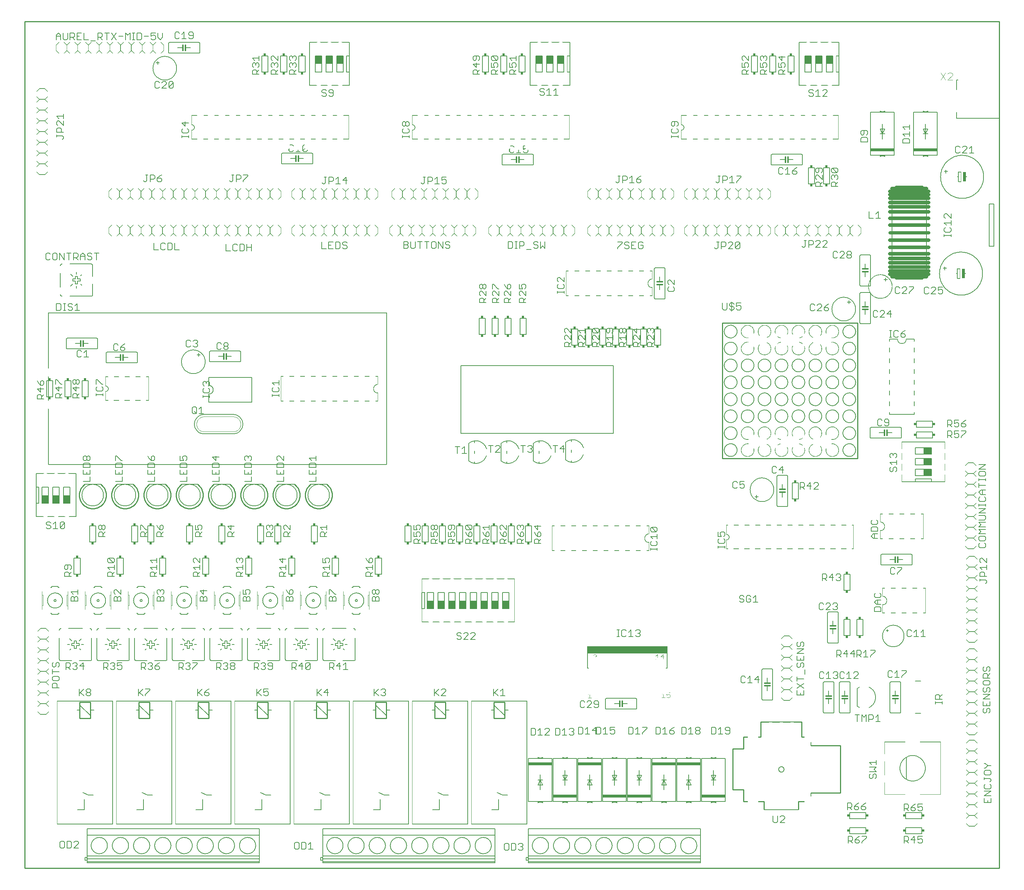
<source format=gbr>
G04 CAM350 V10.1.0 (Build 363) Date:  Fri Feb 19 12:51:18 2016 *
G04 Database: E:\my prjs\IO_Experiment_Faculta\Gerber\IO_Experiment_Board.cam *
G04 Layer 14: FromC1 *
%FSLAX24Y24*%
%MOIN*%
%SFA1.000B1.000*%

%MIA0B0*%
%IPPOS*%
%ADD10C,0.01000*%
%ADD39C,0.03200*%
%ADD50C,0.01200*%
%ADD85C,0.00600*%
%ADD86C,0.00700*%
%ADD87R,0.01970X0.02200*%
%ADD88C,0.00800*%
%ADD89C,0.00200*%
%ADD90C,0.00500*%
%ADD91R,0.06000X0.07500*%
%ADD92R,0.07500X0.06000*%
%ADD93R,0.02200X0.01970*%
%ADD94C,0.00400*%
%ADD95R,0.02500X0.09000*%
%ADD96C,0.03000*%
%ADD97R,0.22000X0.03000*%
%ADD99R,0.74610X0.06590*%
%LNFromC1*%
%LPD*%
G36*
X61075Y22470D02*
G01X61076Y22476D01*
X61083Y22486*
X61095Y22490*
X61102*
X61085Y22453*
G75*
G02X61075Y22470I10J17*
G37*
G36*
X54778Y19207D02*
G01Y19210D01*
X54784Y19221*
X54796Y19233*
X54837Y19218*
X54812Y19193*
G02X54778Y19207I-14J14*
G37*
G36*
X62083Y19153D02*
G01Y19225D01*
X62123Y19241*
Y19153*
G02X62097Y19134I-20J0*
X62083Y19153I6J19*
G37*
G36*
X62269Y19364D02*
G01X62295Y19404D01*
X62410*
G02X62430Y19384I0J-20*
X62410Y19364I-20*
G01X62269*
G37*
G36*
X61622Y19230D02*
G01Y19233D01*
X61628Y19244*
X61686Y19303*
X61718Y19277*
X61656Y19216*
G02X61622Y19230I-14J14*
G37*
G36*
X14770Y77800D02*
G01Y77950D01*
G02X14801Y77980I30J0*
X14830Y77950I-1J-30*
G01Y77800*
G02X14824Y77782I-30*
G01X14797Y77770*
G02X14770Y77800I3J30*
G37*
G36*
X78870Y55703D02*
G01X78874Y55715D01*
X78885Y55726*
X78900Y55730*
X79050*
G02X79080Y55700I0J-30*
X79050Y55670I-30*
G01X78900*
G02X78882Y55676I0J30*
G01X78870Y55703*
G37*
G36*
X70420Y37600D02*
G01X70424Y37615D01*
X70435Y37626*
X70450Y37630*
X70600*
G02X70618Y37624I0J-30*
G01X70630Y37597*
G02X70600Y37570I-30J3*
G01X70450*
G02X70420Y37600J30*
G37*
G36*
X18420Y50803D02*
G01X18424Y50815D01*
X18435Y50826*
X18450Y50830*
X18600*
G02X18630Y50800I0J-30*
X18600Y50770I-30J0*
G01X18450*
G02X18432Y50776J30*
G01X18420Y50803*
G37*
G36*
X55451Y22698D02*
G01X55544Y22791D01*
G02X55578Y22777I14J-14*
X55572Y22763I-20J0*
G01X55504Y22695*
X55451Y22698*
G37*
G36*
X54931Y18900D02*
G01Y19202D01*
X54971*
Y18900*
G02X54945Y18881I-20J0*
X54931Y18900I6J19*
G37*
G36*
X61776Y18923D02*
G01Y19242D01*
X61816Y19225*
Y18923*
G02X61790Y18904I-20J0*
X61776Y18923I6J19*
G37*
G36*
X89770Y67350D02*
G01X89774Y67365D01*
X89785Y67376*
X89800Y67380*
X90000*
X90010Y67378*
Y67322*
X90000Y67320*
X89800*
G02X89770Y67350J30*
G37*
G36*
X89670Y58350D02*
G01X89674Y58365D01*
X89685Y58376*
X89700Y58380*
X89900*
X89910Y58378*
Y58322*
X89900Y58320*
X89700*
G02X89670Y58350J30*
G37*
G36*
X27805Y69685D02*
G01Y69855D01*
G03X27875Y69875I-52J316*
G01Y69685*
G02X27835Y69650I-35J0*
X27805Y69685I5J35*
G37*
G36*
X48305Y69585D02*
G01Y69855D01*
G03X48375Y69875I-52J316*
G01Y69585*
G02X48335Y69550I-35J0*
X48305Y69585I5J35*
G37*
G36*
X47450Y69690D02*
G01Y69920D01*
G03X47520Y69998I-200J250*
G01Y69690*
G02X47480Y69655I-35J0*
X47450Y69690I5J35*
G37*
G36*
X76533Y73020D02*
G01X76553Y73066D01*
X76557Y73080*
X76943*
G03X76967Y73020I308J88*
G01X76533*
G37*
G36*
X75533D02*
G01X75553Y73066D01*
X75557Y73080*
X75943*
G03X75967Y73020I308J88*
G01X75533*
G37*
G36*
X74533D02*
G01X74553Y73066D01*
X74557Y73080*
X74943*
G03X74967Y73020I308J88*
G01X74533*
G37*
G36*
X73533D02*
G01X73553Y73066D01*
X73557Y73080*
X73943*
G03X73967Y73020I308J88*
G01X73533*
G37*
G36*
X72533D02*
G01X72553Y73066D01*
X72557Y73080*
X72943*
G03X72967Y73020I308J88*
G01X72533*
G37*
G36*
X71533D02*
G01X71553Y73066D01*
X71557Y73080*
X71943*
G03X71967Y73020I308J88*
G01X71533*
G37*
G36*
X70533D02*
G01X70553Y73066D01*
X70557Y73080*
X70943*
G03X70967Y73020I308J88*
G01X70533*
G37*
G36*
X69533D02*
G01X69553Y73066D01*
X69557Y73080*
X69943*
G03X69967Y73020I308J88*
G01X69533*
G37*
G36*
X68533D02*
G01X68553Y73066D01*
X68557Y73080*
X68943*
G03X68967Y73020I308J88*
G01X68533*
G37*
G36*
X67533D02*
G01X67553Y73066D01*
X67557Y73080*
X67943*
G03X67967Y73020I308J88*
G01X67533*
G37*
G36*
X66533D02*
G01X66553Y73066D01*
X66557Y73080*
X66943*
G03X66967Y73020I308J88*
G01X66533*
G37*
G36*
X65533D02*
G01X65553Y73066D01*
X65557Y73080*
X65943*
G03X65967Y73020I308J88*
G01X65533*
G37*
G36*
X64533D02*
G01X64553Y73066D01*
X64557Y73080*
X64943*
G03X64967Y73020I308J88*
G01X64533*
G37*
G36*
X51533D02*
G01X51553Y73066D01*
X51557Y73080*
X51943*
G03X51967Y73020I308J88*
G01X51533*
G37*
G36*
X50533D02*
G01X50553Y73066D01*
X50557Y73080*
X50943*
G03X50967Y73020I308J88*
G01X50533*
G37*
G36*
X49533D02*
G01X49553Y73066D01*
X49557Y73080*
X49943*
G03X49967Y73020I308J88*
G01X49533*
G37*
G36*
X48533D02*
G01X48553Y73066D01*
X48557Y73080*
X48943*
G03X48967Y73020I308J88*
G01X48533*
G37*
G36*
X47533D02*
G01X47553Y73066D01*
X47557Y73080*
X47943*
G03X47967Y73020I308J88*
G01X47533*
G37*
G36*
X46533D02*
G01X46553Y73066D01*
X46557Y73080*
X46943*
G03X46967Y73020I308J88*
G01X46533*
G37*
G36*
X45533D02*
G01X45553Y73066D01*
X45557Y73080*
X45943*
G03X45967Y73020I308J88*
G01X45533*
G37*
G36*
X44533D02*
G01X44553Y73066D01*
X44557Y73080*
X44943*
G03X44967Y73020I308J88*
G01X44533*
G37*
G36*
X43533D02*
G01X43553Y73066D01*
X43557Y73080*
X43943*
G03X43967Y73020I308J88*
G01X43533*
G37*
G36*
X42533D02*
G01X42553Y73066D01*
X42557Y73080*
X42943*
G03X42967Y73020I308J88*
G01X42533*
G37*
G36*
X41533D02*
G01X41553Y73066D01*
X41557Y73080*
X41943*
G03X41967Y73020I308J88*
G01X41533*
G37*
G36*
X40533D02*
G01X40553Y73066D01*
X40557Y73080*
X40943*
G03X40967Y73020I308J88*
G01X40533*
G37*
G36*
X39533D02*
G01X39553Y73066D01*
X39557Y73080*
X39943*
G03X39967Y73020I308J88*
G01X39533*
G37*
G36*
X31033D02*
G01X31053Y73066D01*
X31057Y73080*
X31443*
G03X31467Y73020I308J88*
G01X31033*
G37*
G36*
X30033D02*
G01X30053Y73066D01*
X30057Y73080*
X30443*
G03X30467Y73020I308J88*
G01X30033*
G37*
G36*
X29033D02*
G01X29053Y73066D01*
X29057Y73080*
X29443*
G03X29467Y73020I308J88*
G01X29033*
G37*
G36*
X28033D02*
G01X28053Y73066D01*
X28057Y73080*
X28443*
G03X28467Y73020I308J88*
G01X28033*
G37*
G36*
X27033D02*
G01X27053Y73066D01*
X27057Y73080*
X27443*
G03X27467Y73020I308J88*
G01X27033*
G37*
G36*
X26033D02*
G01X26053Y73066D01*
X26057Y73080*
X26443*
G03X26467Y73020I308J88*
G01X26033*
G37*
G36*
X25033D02*
G01X25053Y73066D01*
X25057Y73080*
X25443*
G03X25467Y73020I308J88*
G01X25033*
G37*
G36*
X24033D02*
G01X24053Y73066D01*
X24057Y73080*
X24443*
G03X24467Y73020I308J88*
G01X24033*
G37*
G36*
X23033D02*
G01X23053Y73066D01*
X23057Y73080*
X23443*
G03X23467Y73020I308J88*
G01X23033*
G37*
G36*
X22033D02*
G01X22053Y73066D01*
X22057Y73080*
X22443*
G03X22467Y73020I308J88*
G01X22033*
G37*
G36*
X21033D02*
G01X21053Y73066D01*
X21057Y73080*
X21443*
G03X21467Y73020I308J88*
G01X21033*
G37*
G36*
X20033D02*
G01X20053Y73066D01*
X20057Y73080*
X20443*
G03X20467Y73020I308J88*
G01X20033*
G37*
G36*
X19033D02*
G01X19053Y73066D01*
X19057Y73080*
X19443*
G03X19467Y73020I308J88*
G01X19033*
G37*
G36*
X76533Y70880D02*
G01X76967D01*
G03X76943Y70820I284J-148*
G01X76557*
G03X76533Y70880I-308J-88*
G37*
G36*
X75533D02*
G01X75967D01*
G03X75943Y70820I284J-148*
G01X75557*
G03X75533Y70880I-308J-88*
G37*
G36*
X74533D02*
G01X74967D01*
G03X74943Y70820I284J-148*
G01X74557*
G03X74533Y70880I-308J-88*
G37*
G36*
X73533D02*
G01X73967D01*
G03X73943Y70820I284J-148*
G01X73557*
G03X73533Y70880I-308J-88*
G37*
G36*
X72533D02*
G01X72967D01*
G03X72943Y70820I284J-148*
G01X72557*
G03X72533Y70880I-308J-88*
G37*
G36*
X71533D02*
G01X71967D01*
G03X71943Y70820I284J-148*
G01X71557*
G03X71533Y70880I-308J-88*
G37*
G36*
X70533D02*
G01X70967D01*
G03X70943Y70820I284J-148*
G01X70557*
G03X70533Y70880I-308J-88*
G37*
G36*
X69533D02*
G01X69967D01*
G03X69943Y70820I284J-148*
G01X69557*
G03X69533Y70880I-308J-88*
G37*
G36*
X68533D02*
G01X68967D01*
G03X68943Y70820I284J-148*
G01X68557*
G03X68533Y70880I-308J-88*
G37*
G36*
X67533D02*
G01X67967D01*
G03X67943Y70820I284J-148*
G01X67557*
G03X67533Y70880I-308J-88*
G37*
G36*
X66533D02*
G01X66967D01*
G03X66943Y70820I284J-148*
G01X66557*
G03X66533Y70880I-308J-88*
G37*
G36*
X65533D02*
G01X65967D01*
G03X65943Y70820I284J-148*
G01X65557*
G03X65533Y70880I-308J-88*
G37*
G36*
X64533D02*
G01X64967D01*
G03X64943Y70820I284J-148*
G01X64557*
G03X64533Y70880I-308J-88*
G37*
G36*
X51533D02*
G01X51967D01*
G03X51943Y70820I284J-148*
G01X51557*
G03X51533Y70880I-308J-88*
G37*
G36*
X50533D02*
G01X50967D01*
G03X50943Y70820I284J-148*
G01X50557*
G03X50533Y70880I-308J-88*
G37*
G36*
X49533D02*
G01X49967D01*
G03X49943Y70820I284J-148*
G01X49557*
G03X49533Y70880I-308J-88*
G37*
G36*
X48533D02*
G01X48967D01*
G03X48943Y70820I284J-148*
G01X48557*
G03X48533Y70880I-308J-88*
G37*
G36*
X47533D02*
G01X47967D01*
G03X47943Y70820I284J-148*
G01X47557*
G03X47533Y70880I-308J-88*
G37*
G36*
X46533D02*
G01X46967D01*
G03X46943Y70820I284J-148*
G01X46557*
G03X46533Y70880I-308J-88*
G37*
G36*
X45533D02*
G01X45967D01*
G03X45943Y70820I284J-148*
G01X45557*
G03X45533Y70880I-308J-88*
G37*
G36*
X44533D02*
G01X44967D01*
G03X44943Y70820I284J-148*
G01X44557*
G03X44533Y70880I-308J-88*
G37*
G36*
X43533D02*
G01X43967D01*
G03X43943Y70820I284J-148*
G01X43557*
G03X43533Y70880I-308J-88*
G37*
G36*
X42533D02*
G01X42967D01*
G03X42943Y70820I284J-148*
G01X42557*
G03X42533Y70880I-308J-88*
G37*
G36*
X41533D02*
G01X41967D01*
G03X41943Y70820I284J-148*
G01X41557*
G03X41533Y70880I-308J-88*
G37*
G36*
X40533D02*
G01X40967D01*
G03X40943Y70820I284J-148*
G01X40557*
G03X40533Y70880I-308J-88*
G37*
G36*
X39533D02*
G01X39967D01*
G03X39943Y70820I284J-148*
G01X39557*
G03X39533Y70880I-308J-88*
G37*
G36*
X31033D02*
G01X31467D01*
G03X31443Y70820I284J-148*
G01X31057*
G03X31033Y70880I-308J-88*
G37*
G36*
X30033D02*
G01X30467D01*
G03X30443Y70820I284J-148*
G01X30057*
G03X30033Y70880I-308J-88*
G37*
G36*
X29033D02*
G01X29467D01*
G03X29443Y70820I284J-148*
G01X29057*
G03X29033Y70880I-308J-88*
G37*
G36*
X28033D02*
G01X28467D01*
G03X28443Y70820I284J-148*
G01X28057*
G03X28033Y70880I-308J-88*
G37*
G36*
X27033D02*
G01X27467D01*
G03X27443Y70820I284J-148*
G01X27057*
G03X27033Y70880I-308J-88*
G37*
G36*
X26033D02*
G01X26467D01*
G03X26443Y70820I284J-148*
G01X26057*
G03X26033Y70880I-308J-88*
G37*
G36*
X25033D02*
G01X25467D01*
G03X25443Y70820I284J-148*
G01X25057*
G03X25033Y70880I-308J-88*
G37*
G36*
X24033D02*
G01X24467D01*
G03X24443Y70820I284J-148*
G01X24057*
G03X24033Y70880I-308J-88*
G37*
G36*
X23033D02*
G01X23467D01*
G03X23443Y70820I284J-148*
G01X23057*
G03X23033Y70880I-308J-88*
G37*
G36*
X22033D02*
G01X22467D01*
G03X22443Y70820I284J-148*
G01X22057*
G03X22033Y70880I-308J-88*
G37*
G36*
X21033D02*
G01X21467D01*
G03X21443Y70820I284J-148*
G01X21057*
G03X21033Y70880I-308J-88*
G37*
G36*
X20033D02*
G01X20467D01*
G03X20443Y70820I284J-148*
G01X20057*
G03X20033Y70880I-308J-88*
G37*
G36*
X19033D02*
G01X19467D01*
G03X19443Y70820I284J-148*
G01X19057*
G03X19033Y70880I-308J-88*
G37*
G36*
X85070Y51025D02*
G01Y51475D01*
G03X85130Y51456I120J275*
G01Y51044*
G03X85070Y51025I60J-294*
G37*
G36*
Y50025D02*
G01Y50475D01*
G03X85130Y50456I120J275*
G01Y50044*
G03X85070Y50025I60J-294*
G37*
G36*
Y49025D02*
G01Y49475D01*
G03X85130Y49456I120J275*
G01Y49044*
G03X85070Y49025I60J-294*
G37*
G36*
Y48025D02*
G01Y48475D01*
G03X85130Y48456I120J275*
G01Y48044*
G03X85070Y48025I60J-294*
G37*
G36*
Y47025D02*
G01Y47475D01*
G03X85130Y47456I120J275*
G01Y47044*
G03X85070Y47025I60J-294*
G37*
G36*
Y46025D02*
G01Y46475D01*
G03X85130Y46456I120J275*
G01Y46044*
G03X85070Y46025I60J-294*
G37*
G36*
X84925Y29070D02*
G01X84941Y29116D01*
X84944Y29130*
X85356*
G03X85375Y29070I294J60*
G01X84925*
G37*
G36*
X84725Y35970D02*
G01X84741Y36016D01*
X84744Y36030*
X85156*
G03X85175Y35970I294J60*
G01X84725*
G37*
G36*
X83925Y29070D02*
G01X83941Y29116D01*
X83944Y29130*
X84356*
G03X84375Y29070I294J60*
G01X83925*
G37*
G36*
X83725Y35970D02*
G01X83741Y36016D01*
X83744Y36030*
X84156*
G03X84175Y35970I294J60*
G01X83725*
G37*
G36*
X82925Y29070D02*
G01X82941Y29116D01*
X82944Y29130*
X83356*
G03X83375Y29070I294J60*
G01X82925*
G37*
G36*
X82770Y51044D02*
G01Y51456D01*
G03X82830Y51475I-60J294*
G01Y51025*
G03X82770Y51044I-120J-275*
G37*
G36*
Y50044D02*
G01Y50456D01*
G03X82830Y50475I-60J294*
G01Y50025*
G03X82770Y50044I-120J-275*
G37*
G36*
Y49044D02*
G01Y49456D01*
G03X82830Y49475I-60J294*
G01Y49025*
G03X82770Y49044I-120J-275*
G37*
G36*
Y48044D02*
G01Y48456D01*
G03X82830Y48475I-60J294*
G01Y48025*
G03X82770Y48044I-120J-275*
G37*
G36*
Y47044D02*
G01Y47456D01*
G03X82830Y47475I-60J294*
G01Y47025*
G03X82770Y47044I-120J-275*
G37*
G36*
Y46044D02*
G01Y46456D01*
G03X82830Y46475I-60J294*
G01Y46025*
G03X82770Y46044I-120J-275*
G37*
G36*
X82725Y35970D02*
G01X82741Y36016D01*
X82744Y36030*
X83156*
G03X83175Y35970I294J60*
G01X82725*
G37*
G36*
X59525Y58570D02*
G01X59541Y58616D01*
X59544Y58630*
X59956*
G03X59975Y58570I294J60*
G01X59525*
G37*
G36*
X59225Y34870D02*
G01X59241Y34916D01*
X59244Y34930*
X59656*
G03X59675Y34870I294J60*
G01X59225*
G37*
G36*
X58525Y58570D02*
G01X58541Y58616D01*
X58544Y58630*
X58956*
G03X58975Y58570I294J60*
G01X58525*
G37*
G36*
X58225Y34870D02*
G01X58241Y34916D01*
X58244Y34930*
X58656*
G03X58675Y34870I294J60*
G01X58225*
G37*
G36*
X57525Y58570D02*
G01X57541Y58616D01*
X57544Y58630*
X57956*
G03X57975Y58570I294J60*
G01X57525*
G37*
G36*
X57225Y34870D02*
G01X57241Y34916D01*
X57244Y34930*
X57656*
G03X57675Y34870I294J60*
G01X57225*
G37*
G36*
X56525Y58570D02*
G01X56541Y58616D01*
X56544Y58630*
X56956*
G03X56975Y58570I294J60*
G01X56525*
G37*
G36*
X56225Y34870D02*
G01X56241Y34916D01*
X56244Y34930*
X56656*
G03X56675Y34870I294J60*
G01X56225*
G37*
G36*
X55525Y58570D02*
G01X55541Y58616D01*
X55544Y58630*
X55956*
G03X55975Y58570I294J60*
G01X55525*
G37*
G36*
X55225Y34870D02*
G01X55241Y34916D01*
X55244Y34930*
X55656*
G03X55675Y34870I294J60*
G01X55225*
G37*
G36*
X54525Y58570D02*
G01X54541Y58616D01*
X54544Y58630*
X54956*
G03X54975Y58570I294J60*
G01X54525*
G37*
G36*
X54225Y34870D02*
G01X54241Y34916D01*
X54244Y34930*
X54656*
G03X54675Y34870I294J60*
G01X54225*
G37*
G36*
X53525Y58570D02*
G01X53541Y58616D01*
X53544Y58630*
X53956*
G03X53975Y58570I294J60*
G01X53525*
G37*
G36*
X53225Y34870D02*
G01X53241Y34916D01*
X53244Y34930*
X53656*
G03X53675Y34870I294J60*
G01X53225*
G37*
G36*
X52225D02*
G01X52241Y34916D01*
X52244Y34930*
X52656*
G03X52675Y34870I294J60*
G01X52225*
G37*
G36*
X34025Y48770D02*
G01X34041Y48816D01*
X34044Y48830*
X34456*
G03X34475Y48770I294J60*
G01X34025*
G37*
G36*
X33025D02*
G01X33041Y48816D01*
X33044Y48830*
X33456*
G03X33475Y48770I294J60*
G01X33025*
G37*
G36*
X32025D02*
G01X32041Y48816D01*
X32044Y48830*
X32456*
G03X32475Y48770I294J60*
G01X32025*
G37*
G36*
X31025D02*
G01X31041Y48816D01*
X31044Y48830*
X31456*
G03X31475Y48770I294J60*
G01X31025*
G37*
G36*
X30025D02*
G01X30041Y48816D01*
X30044Y48830*
X30456*
G03X30475Y48770I294J60*
G01X30025*
G37*
G36*
X29025D02*
G01X29041Y48816D01*
X29044Y48830*
X29456*
G03X29475Y48770I294J60*
G01X29025*
G37*
G36*
X28025D02*
G01X28041Y48816D01*
X28044Y48830*
X28456*
G03X28475Y48770I294J60*
G01X28025*
G37*
G36*
X27025D02*
G01X27041Y48816D01*
X27044Y48830*
X27456*
G03X27475Y48770I294J60*
G01X27025*
G37*
G36*
X84925Y26830D02*
G01X85375D01*
G03X85356Y26770I275J-120*
G01X84944*
G03X84925Y26830I-294J-60*
G37*
G36*
X84725Y33730D02*
G01X85175D01*
G03X85156Y33670I275J-120*
G01X84744*
G03X84725Y33730I-294J-60*
G37*
G36*
X83925Y26830D02*
G01X84375D01*
G03X84356Y26770I275J-120*
G01X83944*
G03X83925Y26830I-294J-60*
G37*
G36*
X83725Y33730D02*
G01X84175D01*
G03X84156Y33670I275J-120*
G01X83744*
G03X83725Y33730I-294J-60*
G37*
G36*
X82925Y26830D02*
G01X83375D01*
G03X83356Y26770I275J-120*
G01X82944*
G03X82925Y26830I-294J-60*
G37*
G36*
X82725Y33730D02*
G01X83175D01*
G03X83156Y33670I275J-120*
G01X82744*
G03X82725Y33730I-294J-60*
G37*
G36*
X59525Y56330D02*
G01X59975D01*
G03X59956Y56270I275J-120*
G01X59544*
G03X59525Y56330I-294J-60*
G37*
G36*
X59225Y32630D02*
G01X59675D01*
G03X59656Y32570I275J-120*
G01X59244*
G03X59225Y32630I-294J-60*
G37*
G36*
X58525Y56330D02*
G01X58975D01*
G03X58956Y56270I275J-120*
G01X58544*
G03X58525Y56330I-294J-60*
G37*
G36*
X58225Y32630D02*
G01X58675D01*
G03X58656Y32570I275J-120*
G01X58244*
G03X58225Y32630I-294J-60*
G37*
G36*
X57525Y56330D02*
G01X57975D01*
G03X57956Y56270I275J-120*
G01X57544*
G03X57525Y56330I-294J-60*
G37*
G36*
X57225Y32630D02*
G01X57675D01*
G03X57656Y32570I275J-120*
G01X57244*
G03X57225Y32630I-294J-60*
G37*
G36*
X56525Y56330D02*
G01X56975D01*
G03X56956Y56270I275J-120*
G01X56544*
G03X56525Y56330I-294J-60*
G37*
G36*
X56225Y32630D02*
G01X56675D01*
G03X56656Y32570I275J-120*
G01X56244*
G03X56225Y32630I-294J-60*
G37*
G36*
X55525Y56330D02*
G01X55975D01*
G03X55956Y56270I275J-120*
G01X55544*
G03X55525Y56330I-294J-60*
G37*
G36*
X55225Y32630D02*
G01X55675D01*
G03X55656Y32570I275J-120*
G01X55244*
G03X55225Y32630I-294J-60*
G37*
G36*
X54525Y56330D02*
G01X54975D01*
G03X54956Y56270I275J-120*
G01X54544*
G03X54525Y56330I-294J-60*
G37*
G36*
X54225Y32630D02*
G01X54675D01*
G03X54656Y32570I275J-120*
G01X54244*
G03X54225Y32630I-294J-60*
G37*
G36*
X53525Y56330D02*
G01X53975D01*
G03X53956Y56270I275J-120*
G01X53544*
G03X53525Y56330I-294J-60*
G37*
G36*
X53225Y32630D02*
G01X53675D01*
G03X53656Y32570I275J-120*
G01X53244*
G03X53225Y32630I-294J-60*
G37*
G36*
X52225D02*
G01X52675D01*
G03X52656Y32570I275J-120*
G01X52244*
G03X52225Y32630I-294J-60*
G37*
G36*
X34025Y46530D02*
G01X34475D01*
G03X34456Y46470I275J-120*
G01X34044*
G03X34025Y46530I-294J-60*
G37*
G36*
X33025D02*
G01X33475D01*
G03X33456Y46470I275J-120*
G01X33044*
G03X33025Y46530I-294J-60*
G37*
G36*
X32025D02*
G01X32475D01*
G03X32456Y46470I275J-120*
G01X32044*
G03X32025Y46530I-294J-60*
G37*
G36*
X31025D02*
G01X31475D01*
G03X31456Y46470I275J-120*
G01X31044*
G03X31025Y46530I-294J-60*
G37*
G36*
X30025D02*
G01X30475D01*
G03X30456Y46470I275J-120*
G01X30044*
G03X30025Y46530I-294J-60*
G37*
G36*
X29025D02*
G01X29475D01*
G03X29456Y46470I275J-120*
G01X29044*
G03X29025Y46530I-294J-60*
G37*
G36*
X28025D02*
G01X28475D01*
G03X28456Y46470I275J-120*
G01X28044*
G03X28025Y46530I-294J-60*
G37*
G36*
X27025D02*
G01X27475D01*
G03X27456Y46470I275J-120*
G01X27044*
G03X27025Y46530I-294J-60*
G37*
G36*
X78297Y34920D02*
G01X78322Y34962D01*
X78329Y34980*
X78771*
G03X78803Y34920I279J110*
G01X78297*
G37*
G36*
X77297D02*
G01X77322Y34962D01*
X77329Y34980*
X77771*
G03X77803Y34920I279J110*
G01X77297*
G37*
G36*
X76297D02*
G01X76322Y34962D01*
X76329Y34980*
X76771*
G03X76803Y34920I279J110*
G01X76297*
G37*
G36*
X75297D02*
G01X75322Y34962D01*
X75329Y34980*
X75771*
G03X75803Y34920I279J110*
G01X75297*
G37*
G36*
X74297D02*
G01X74322Y34962D01*
X74329Y34980*
X74771*
G03X74803Y34920I279J110*
G01X74297*
G37*
G36*
X73297D02*
G01X73322Y34962D01*
X73329Y34980*
X73771*
G03X73803Y34920I279J110*
G01X73297*
G37*
G36*
X72297D02*
G01X72322Y34962D01*
X72329Y34980*
X72771*
G03X72803Y34920I279J110*
G01X72297*
G37*
G36*
X71297D02*
G01X71322Y34962D01*
X71329Y34980*
X71771*
G03X71803Y34920I279J110*
G01X71297*
G37*
G36*
X70297D02*
G01X70322Y34962D01*
X70329Y34980*
X70771*
G03X70803Y34920I279J110*
G01X70297*
G37*
G36*
X69297D02*
G01X69322Y34962D01*
X69329Y34980*
X69771*
G03X69803Y34920I279J110*
G01X69297*
G37*
G36*
X68297D02*
G01X68322Y34962D01*
X68329Y34980*
X68771*
G03X68803Y34920I279J110*
G01X68297*
G37*
G36*
X12697Y48720D02*
G01X12722Y48762D01*
X12729Y48780*
X13171*
G03X13203Y48720I279J110*
G01X12697*
G37*
G36*
X11697D02*
G01X11722Y48762D01*
X11729Y48780*
X12171*
G03X12203Y48720I279J110*
G01X11697*
G37*
G36*
X10697D02*
G01X10722Y48762D01*
X10729Y48780*
X11171*
G03X11203Y48720I279J110*
G01X10697*
G37*
G36*
X78297Y32780D02*
G01X78803D01*
G03X78771Y32720I247J-170*
G01X78329*
G03X78297Y32780I-279J-110*
G37*
G36*
X77297D02*
G01X77803D01*
G03X77771Y32720I247J-170*
G01X77329*
G03X77297Y32780I-279J-110*
G37*
G36*
X76297D02*
G01X76803D01*
G03X76771Y32720I247J-170*
G01X76329*
G03X76297Y32780I-279J-110*
G37*
G36*
X75297D02*
G01X75803D01*
G03X75771Y32720I247J-170*
G01X75329*
G03X75297Y32780I-279J-110*
G37*
G36*
X74297D02*
G01X74803D01*
G03X74771Y32720I247J-170*
G01X74329*
G03X74297Y32780I-279J-110*
G37*
G36*
X73297D02*
G01X73803D01*
G03X73771Y32720I247J-170*
G01X73329*
G03X73297Y32780I-279J-110*
G37*
G36*
X72297D02*
G01X72803D01*
G03X72771Y32720I247J-170*
G01X72329*
G03X72297Y32780I-279J-110*
G37*
G36*
X71297D02*
G01X71803D01*
G03X71771Y32720I247J-170*
G01X71329*
G03X71297Y32780I-279J-110*
G37*
G36*
X70297D02*
G01X70803D01*
G03X70771Y32720I247J-170*
G01X70329*
G03X70297Y32780I-279J-110*
G37*
G36*
X69297D02*
G01X69803D01*
G03X69771Y32720I247J-170*
G01X69329*
G03X69297Y32780I-279J-110*
G37*
G36*
X68297D02*
G01X68803D01*
G03X68771Y32720I247J-170*
G01X68329*
G03X68297Y32780I-279J-110*
G37*
G36*
X12697Y46580D02*
G01X13203D01*
G03X13171Y46520I247J-170*
G01X12729*
G03X12697Y46580I-279J-110*
G37*
G36*
X11697D02*
G01X12203D01*
G03X12171Y46520I247J-170*
G01X11729*
G03X11697Y46580I-279J-110*
G37*
G36*
X10697D02*
G01X11203D01*
G03X11171Y46520I247J-170*
G01X10729*
G03X10697Y46580I-279J-110*
G37*
G36*
X76381Y75820D02*
G01X76423Y75845D01*
X76464Y75880*
X77036*
G03X77119Y75820I215J210*
G01X76381*
G37*
G36*
X75381D02*
G01X75423Y75845D01*
X75464Y75880*
X76036*
G03X76119Y75820I215J210*
G01X75381*
G37*
G36*
X51381D02*
G01X51423Y75845D01*
X51464Y75880*
X52036*
G03X52119Y75820I215J210*
G01X51381*
G37*
G36*
X50381D02*
G01X50423Y75845D01*
X50464Y75880*
X51036*
G03X51119Y75820I215J210*
G01X50381*
G37*
G36*
X46281Y25920D02*
G01X46323Y25945D01*
X46364Y25980*
X46936*
G03X47019Y25920I215J210*
G01X46281*
G37*
G36*
X45281D02*
G01X45323Y25945D01*
X45364Y25980*
X45936*
G03X46019Y25920I215J210*
G01X45281*
G37*
G36*
X44281D02*
G01X44323Y25945D01*
X44364Y25980*
X44936*
G03X45019Y25920I215J210*
G01X44281*
G37*
G36*
X43281D02*
G01X43323Y25945D01*
X43364Y25980*
X43936*
G03X44019Y25920I215J210*
G01X43281*
G37*
G36*
X42281D02*
G01X42323Y25945D01*
X42364Y25980*
X42936*
G03X43019Y25920I215J210*
G01X42281*
G37*
G36*
X41281D02*
G01X41323Y25945D01*
X41364Y25980*
X41936*
G03X42019Y25920I215J210*
G01X41281*
G37*
G36*
X40281D02*
G01X40323Y25945D01*
X40364Y25980*
X40936*
G03X41019Y25920I215J210*
G01X40281*
G37*
G36*
X30881Y75820D02*
G01X30923Y75845D01*
X30964Y75880*
X31536*
G03X31619Y75820I215J210*
G01X30881*
G37*
G36*
X29881D02*
G01X29923Y75845D01*
X29964Y75880*
X30536*
G03X30619Y75820I215J210*
G01X29881*
G37*
G36*
X5481Y35720D02*
G01X5523Y35745D01*
X5564Y35780*
X6136*
G03X6219Y35720I215J210*
G01X5481*
G37*
G36*
X4481D02*
G01X4523Y35745D01*
X4564Y35780*
X5136*
G03X5219Y35720I215J210*
G01X4481*
G37*
G36*
X83920Y40981D02*
G01Y41719D01*
G03X83980Y41636I270J132*
G01Y41064*
G03X83920Y40981I210J-215*
G37*
G36*
Y39981D02*
G01Y40719D01*
G03X83980Y40636I270J132*
G01Y40064*
G03X83920Y39981I210J-215*
G37*
G36*
X76381Y79880D02*
G01X77119D01*
G03X77036Y79820I132J-270*
G01X76464*
G03X76381Y79880I-215J-210*
G37*
G36*
X75381D02*
G01X76119D01*
G03X76036Y79820I132J-270*
G01X75464*
G03X75381Y79880I-215J-210*
G37*
G36*
X51381D02*
G01X52119D01*
G03X52036Y79820I132J-270*
G01X51464*
G03X51381Y79880I-215J-210*
G37*
G36*
X50381D02*
G01X51119D01*
G03X51036Y79820I132J-270*
G01X50464*
G03X50381Y79880I-215J-210*
G37*
G36*
X46281Y29980D02*
G01X47019D01*
G03X46936Y29920I132J-270*
G01X46364*
G03X46281Y29980I-215J-210*
G37*
G36*
X45281D02*
G01X46019D01*
G03X45936Y29920I132J-270*
G01X45364*
G03X45281Y29980I-215J-210*
G37*
G36*
X44281D02*
G01X45019D01*
G03X44936Y29920I132J-270*
G01X44364*
G03X44281Y29980I-215J-210*
G37*
G36*
X43281D02*
G01X44019D01*
G03X43936Y29920I132J-270*
G01X43364*
G03X43281Y29980I-215J-210*
G37*
G36*
X42281D02*
G01X43019D01*
G03X42936Y29920I132J-270*
G01X42364*
G03X42281Y29980I-215J-210*
G37*
G36*
X41281D02*
G01X42019D01*
G03X41936Y29920I132J-270*
G01X41364*
G03X41281Y29980I-215J-210*
G37*
G36*
X40281D02*
G01X41019D01*
G03X40936Y29920I132J-270*
G01X40364*
G03X40281Y29980I-215J-210*
G37*
G36*
X30881Y79880D02*
G01X31619D01*
G03X31536Y79820I132J-270*
G01X30964*
G03X30881Y79880I-215J-210*
G37*
G36*
X29881D02*
G01X30619D01*
G03X30536Y79820I132J-270*
G01X29964*
G03X29881Y79880I-215J-210*
G37*
G36*
X5481Y39780D02*
G01X6219D01*
G03X6136Y39720I132J-270*
G01X5564*
G03X5481Y39780I-215J-210*
G37*
G36*
X4481D02*
G01X5219D01*
G03X5136Y39720I132J-270*
G01X4564*
G03X4481Y39780I-215J-210*
G37*
G36*
X87920Y41064D02*
G01Y41636D01*
G03X87980Y41719I-210J215*
G01Y40981*
G03X87920Y41064I-270J-132*
G37*
G36*
Y40064D02*
G01Y40636D01*
G03X87980Y40719I-210J215*
G01Y39981*
G03X87920Y40064I-270J-132*
G37*
G36*
Y39000D02*
G01Y39636D01*
G03X87980Y39719I-210J215*
G01Y39000*
G02X87949Y38970I-30J0*
X87920Y39000I1J30*
G37*
G36*
X61075Y22777D02*
G01Y22780D01*
X61081Y22791*
X61235Y22944*
G02X61269Y22930I14J-14*
G01Y22655*
X61229Y22631*
Y22882*
X61109Y22763*
G02X61075Y22777I-14J14*
G37*
G36*
X27070Y70246D02*
G01Y70345D01*
G02X27090Y70351I20J-29*
G01X27300*
G02X27325Y70341I1J-35*
G01X27430Y70235*
Y70234*
Y70186*
G02X27380Y70185I-25J24*
G01X27285Y70281*
X27105*
X27070Y70246*
G37*
G36*
X82327Y11703D02*
G01Y12997D01*
X82377*
Y11703*
X82327*
G37*
G36*
X47569Y70145D02*
G01X47570Y70170D01*
Y70245*
G02X47590Y70251I20J-29*
G01X47800*
G02X47825Y70241I1J-35*
G01X47930Y70135*
X47932Y70132*
X47938Y70099*
G02X47880Y70085I-33J11*
G01X47785Y70181*
X47605*
X47569Y70145*
G37*
G36*
X74387Y51950D02*
G01Y52001D01*
X74424Y51997*
X74426*
X74474Y51988*
X74475Y51987*
X74521Y51975*
X74524Y51974*
X74569Y51957*
X74570*
X74614Y51937*
X74616Y51936*
X74658Y51913*
X74660Y51912*
X74700Y51885*
X74701Y51884*
X74713Y51875*
G03X74722Y51802I337J4*
G01X74708Y51815*
X74671Y51844*
X74633Y51870*
X74593Y51892*
X74550Y51911*
X74507Y51927*
X74464Y51939*
X74417Y51947*
X74387Y51950*
G37*
G36*
Y42501D02*
G01Y42552D01*
X74424Y42548*
X74426*
X74474Y42539*
X74475Y42538*
X74521Y42526*
X74524Y42525*
X74569Y42508*
X74570*
X74614Y42488*
X74616Y42487*
X74658Y42464*
X74660Y42463*
X74700Y42436*
X74701Y42435*
X74713Y42426*
G03X74722Y42353I337J4*
G01X74708Y42366*
X74671Y42395*
X74633Y42421*
X74593Y42443*
X74550Y42462*
X74507Y42478*
X74464Y42490*
X74417Y42498*
X74387Y42501*
G37*
G36*
Y52348D02*
G01Y52399D01*
X74417Y52402*
X74464Y52410*
X74507Y52422*
X74550Y52438*
X74593Y52457*
X74633Y52479*
X74671Y52505*
X74708Y52534*
X74722Y52547*
G03X74713Y52474I328J-77*
G01X74701Y52465*
X74700Y52464*
X74660Y52437*
X74658Y52436*
X74616Y52413*
X74614Y52412*
X74570Y52392*
X74569*
X74524Y52375*
X74521Y52374*
X74475Y52362*
X74474Y52361*
X74426Y52352*
X74424*
X74387Y52348*
G37*
G36*
Y42899D02*
G01Y42950D01*
X74417Y42953*
X74464Y42961*
X74507Y42973*
X74550Y42989*
X74593Y43008*
X74633Y43030*
X74671Y43056*
X74708Y43085*
X74722Y43098*
G03X74713Y43025I328J-77*
G01X74701Y43016*
X74700Y43015*
X74660Y42988*
X74658Y42987*
X74616Y42964*
X74614Y42963*
X74570Y42943*
X74569*
X74524Y42926*
X74521Y42925*
X74475Y42913*
X74474Y42912*
X74426Y42903*
X74424*
X74387Y42899*
G37*
G36*
X72378Y51801D02*
G01X72386Y51853D01*
X72387Y51874*
X72418Y51898*
X72420Y51899*
X72461Y51924*
X72463Y51925*
X72506Y51947*
X72508Y51948*
X72553Y51966*
X72555Y51967*
X72601Y51981*
X72602*
X72649Y51992*
X72651Y51993*
X72699Y52000*
X72701*
X72713Y52001*
Y51951*
X72706Y51950*
X72660Y51943*
X72614Y51933*
X72570Y51919*
X72527Y51902*
X72486Y51881*
X72447Y51857*
X72411Y51830*
X72378Y51801*
G37*
G36*
Y42352D02*
G01X72386Y42404D01*
X72387Y42425*
X72418Y42449*
X72420Y42450*
X72461Y42475*
X72463Y42476*
X72506Y42498*
X72508Y42499*
X72553Y42517*
X72555Y42518*
X72601Y42532*
X72602*
X72649Y42543*
X72651Y42544*
X72699Y42551*
X72701*
X72713Y42552*
Y42502*
X72706Y42501*
X72660Y42494*
X72614Y42484*
X72570Y42470*
X72527Y42453*
X72486Y42432*
X72447Y42408*
X72411Y42381*
X72378Y42352*
G37*
G36*
Y52548D02*
G01X72411Y52519D01*
X72447Y52492*
X72486Y52468*
X72527Y52447*
X72570Y52430*
X72614Y52416*
X72660Y52406*
X72706Y52399*
X72713Y52398*
Y52348*
X72701Y52349*
X72699*
X72651Y52356*
X72649Y52357*
X72602Y52368*
X72601*
X72555Y52382*
X72553Y52383*
X72508Y52401*
X72506Y52402*
X72463Y52424*
X72461Y52425*
X72420Y52450*
X72418Y52451*
X72387Y52475*
G03X72378Y52548I-337J-4*
G37*
G36*
Y43099D02*
G01X72411Y43070D01*
X72447Y43043*
X72486Y43019*
X72527Y42998*
X72570Y42981*
X72614Y42967*
X72660Y42957*
X72706Y42950*
X72713Y42949*
Y42899*
X72701Y42900*
X72699*
X72651Y42907*
X72649Y42908*
X72602Y42919*
X72601*
X72555Y42933*
X72553Y42934*
X72508Y42952*
X72506Y42953*
X72463Y42975*
X72461Y42976*
X72420Y43001*
X72418Y43002*
X72387Y43026*
G03X72378Y43099I-337J-4*
G37*
G36*
X85900Y69206D02*
G01Y69350D01*
X86400*
Y69206*
G03X85900I-250J-413*
G37*
G36*
X81900D02*
G01Y69350D01*
X82400*
Y69206*
G03X81900I-250J-413*
G37*
G36*
X66200Y9106D02*
G01Y9250D01*
X66700*
Y9106*
G03X66200I-250J-413*
G37*
G36*
X63900D02*
G01Y9250D01*
X64400*
Y9106*
G03X63900I-250J-413*
G37*
G36*
X61600D02*
G01Y9250D01*
X62100*
Y9106*
G03X61600I-250J-413*
G37*
G36*
X59300D02*
G01Y9250D01*
X59800*
Y9106*
G03X59300I-250J-413*
G37*
G36*
X57000D02*
G01Y9250D01*
X57500*
Y9106*
G03X57000I-250J-413*
G37*
G36*
X54700D02*
G01Y9250D01*
X55200*
Y9106*
G03X54700I-250J-413*
G37*
G36*
X52400D02*
G01Y9250D01*
X52900*
Y9106*
G03X52400I-250J-413*
G37*
G36*
X50100D02*
G01Y9250D01*
X50600*
Y9106*
G03X50100I-250J-413*
G37*
G36*
X85900Y73350D02*
G01Y73495D01*
G03X86400I250J413*
G01Y73350*
X85900*
G37*
G36*
X81900D02*
G01Y73495D01*
G03X82400I250J413*
G01Y73350*
X81900*
G37*
G36*
X66200Y13250D02*
G01Y13395D01*
G03X66700I250J413*
G01Y13250*
X66200*
G37*
G36*
X63900D02*
G01Y13395D01*
G03X64400I250J413*
G01Y13250*
X63900*
G37*
G36*
X61600D02*
G01Y13395D01*
G03X62100I250J413*
G01Y13250*
X61600*
G37*
G36*
X59300D02*
G01Y13395D01*
G03X59800I250J413*
G01Y13250*
X59300*
G37*
G36*
X57000D02*
G01Y13395D01*
G03X57500I250J413*
G01Y13250*
X57000*
G37*
G36*
X54700D02*
G01Y13395D01*
G03X55200I250J413*
G01Y13250*
X54700*
G37*
G36*
X52400D02*
G01Y13395D01*
G03X52900I250J413*
G01Y13250*
X52400*
G37*
G36*
X50100D02*
G01Y13395D01*
G03X50600I250J413*
G01Y13250*
X50100*
G37*
G36*
X48739Y69900D02*
G01Y70216D01*
G02X48774Y70251I35J0*
G01X48930*
Y70181*
X48809*
Y69957*
X48961Y70033*
G03X49000Y69970I290J136*
G01X48992*
X48790Y69869*
G02X48739Y69900I-16J31*
G37*
G36*
X34420Y27163D02*
G01Y27450D01*
Y28450*
Y28737*
G03X34464Y28827I-280J193*
G02X34480Y28800I-14J-27*
G01Y28450*
Y27450*
Y27100*
G02X34464Y27073I-30J0*
G03X34420Y27163I-324J-103*
G37*
G36*
X32020Y27100D02*
G01Y27500D01*
Y28450*
Y28800*
G02X32036Y28827I30J0*
G03X32080Y28737I324J103*
G01Y28450*
Y27500*
Y27163*
G03X32036Y27073I280J-193*
G02X32020Y27100I14J27*
G37*
G36*
X30420Y27163D02*
G01Y27450D01*
Y28450*
Y28737*
G03X30464Y28827I-280J193*
G02X30480Y28800I-14J-27*
G01Y28450*
Y27450*
Y27100*
G02X30464Y27073I-30J0*
G03X30420Y27163I-324J-103*
G37*
G36*
X28020Y27100D02*
G01Y27500D01*
Y28450*
Y28800*
G02X28036Y28827I30J0*
G03X28080Y28737I324J103*
G01Y28450*
Y27500*
Y27163*
G03X28036Y27073I280J-193*
G02X28020Y27100I14J27*
G37*
G36*
X26420Y27163D02*
G01Y27450D01*
Y28450*
Y28737*
G03X26464Y28827I-280J193*
G02X26480Y28800I-14J-27*
G01Y28450*
Y27450*
Y27100*
G02X26464Y27073I-30J0*
G03X26420Y27163I-324J-103*
G37*
G36*
X24020Y27100D02*
G01Y27500D01*
Y28450*
Y28800*
G02X24036Y28827I30J0*
G03X24080Y28737I324J103*
G01Y28450*
Y27500*
Y27163*
G03X24036Y27073I280J-193*
G02X24020Y27100I14J27*
G37*
G36*
X22420Y27163D02*
G01Y27450D01*
Y28450*
Y28737*
G03X22464Y28827I-280J193*
G02X22480Y28800I-14J-27*
G01Y28450*
Y27450*
Y27100*
G02X22464Y27073I-30J0*
G03X22420Y27163I-324J-103*
G37*
G36*
X20020Y27100D02*
G01Y27500D01*
Y28450*
Y28800*
G02X20036Y28827I30J0*
G03X20080Y28737I324J103*
G01Y28450*
Y27500*
Y27163*
G03X20036Y27073I280J-193*
G02X20020Y27100I14J27*
G37*
G36*
X18420Y27163D02*
G01Y27450D01*
Y28450*
Y28737*
G03X18464Y28827I-280J193*
G02X18480Y28800I-14J-27*
G01Y28450*
Y27450*
Y27100*
G02X18464Y27073I-30J0*
G03X18420Y27163I-324J-103*
G37*
G36*
X16020Y27100D02*
G01Y27500D01*
Y28450*
Y28800*
G02X16036Y28827I30J0*
G03X16080Y28737I324J103*
G01Y28450*
Y27500*
Y27163*
G03X16036Y27073I280J-193*
G02X16020Y27100I14J27*
G37*
G36*
X14420Y27163D02*
G01Y27450D01*
Y28450*
Y28737*
G03X14464Y28827I-280J193*
G02X14480Y28800I-14J-27*
G01Y28450*
Y27450*
Y27100*
G02X14464Y27073I-30J0*
G03X14420Y27163I-324J-103*
G37*
G36*
X12020Y27100D02*
G01Y27500D01*
Y28450*
Y28800*
G02X12036Y28827I30J0*
G03X12080Y28737I324J103*
G01Y28450*
Y27500*
Y27163*
G03X12036Y27073I280J-193*
G02X12020Y27100I14J27*
G37*
G36*
X10420Y27163D02*
G01Y27450D01*
Y28450*
Y28737*
G03X10464Y28827I-280J193*
G02X10480Y28800I-14J-27*
G01Y28450*
Y27450*
Y27100*
G02X10464Y27073I-30J0*
G03X10420Y27163I-324J-103*
G37*
G36*
X8020Y27100D02*
G01Y27500D01*
Y28450*
Y28800*
G02X8036Y28827I30J0*
G03X8080Y28737I324J103*
G01Y28450*
Y27500*
Y27163*
G03X8036Y27073I280J-193*
G02X8020Y27100I14J27*
G37*
G36*
X6420Y27163D02*
G01Y27450D01*
Y28450*
Y28737*
G03X6464Y28827I-280J193*
G02X6480Y28800I-14J-27*
G01Y28450*
Y27450*
Y27100*
G02X6464Y27073I-30J0*
G03X6420Y27163I-324J-103*
G37*
G36*
X4020Y27100D02*
G01Y27500D01*
Y28450*
Y28800*
G02X4036Y28827I30J0*
G03X4080Y28737I324J103*
G01Y28450*
Y27500*
Y27163*
G03X4036Y27073I280J-193*
G02X4020Y27100I14J27*
G37*
G36*
X48739Y69690D02*
G01X48742Y69705D01*
X48753Y69718*
X48768Y69724*
X48785Y69723*
X48799Y69715*
X48893Y69620*
X48894*
X49074*
X49075*
X49159Y69704*
Y69705*
Y69863*
G03X49229Y69851I89J307*
G01Y69690*
G02X49219Y69665I-35J-1*
G01X49114Y69560*
G02X49089Y69550I-24J25*
G01X48879*
G02X48854Y69560I-1J35*
G01X48749Y69665*
G02X48739Y69690I25J24*
G37*
G36*
X61536Y22700D02*
G01Y22703D01*
X61542Y22714*
X61772Y22944*
G02X61806Y22930I14J-14*
G01Y22720*
X61863*
G02X61883Y22700I0J-20*
X61863Y22680I-20*
G01X61806*
Y22474*
G03X61766Y22540I-356J-170*
G01Y22680*
X61569*
X61540Y22688*
X61536Y22700*
G37*
G36*
X26950Y69790D02*
G01Y69920D01*
G03X27020Y69998I-200J250*
G01Y69805*
Y69804*
X27104Y69720*
X27105*
X27285*
X27286*
X27380Y69815*
G02X27440Y69790I25J-24*
X27430Y69765I-35J-1*
G01X27325Y69660*
G02X27300Y69650I-24J25*
G01X27090*
G02X27065Y69660I-1J35*
G01X26960Y69765*
G02X26950Y69790I25J24*
G37*
G36*
X4601Y46510D02*
G01Y48790D01*
G03X4681Y48766I151J359*
G01Y46534*
G03X4601Y46510I71J-383*
G37*
G36*
X10950Y61820D02*
G01X10987Y61855D01*
X11018Y61895*
X11038Y61930*
X11229Y62121*
G02X11271I21J-21*
G01X11462Y61930*
G03X11550Y61820I288J140*
G01X11500*
G02X11479Y61829I0J30*
G01X11250Y62058*
X11021Y61829*
G02X11000Y61820I-21J21*
G01X10950*
G37*
G36*
X78850D02*
G01X78887Y61855D01*
X78918Y61895*
X78938Y61930*
X79129Y62121*
G02X79171I21J-21*
G01X79362Y61930*
G03X79450Y61820I288J140*
G01X79400*
G02X79379Y61829I0J30*
G01X79150Y62058*
X78921Y61829*
G02X78900Y61820I-21J21*
G01X78850*
G37*
G36*
X77850D02*
G01X77887Y61855D01*
X77918Y61895*
X77938Y61930*
X78129Y62121*
G02X78171I21J-21*
G01X78362Y61930*
G03X78450Y61820I288J140*
G01X78400*
G02X78379Y61829I0J30*
G01X78150Y62058*
X77921Y61829*
G02X77900Y61820I-21J21*
G01X77850*
G37*
G36*
X72850D02*
G01X72887Y61855D01*
X72918Y61895*
X72938Y61930*
X73129Y62121*
G02X73171I21J-21*
G01X73362Y61930*
G03X73450Y61820I288J140*
G01X73400*
G02X73379Y61829I0J30*
G01X73150Y62058*
X72921Y61829*
G02X72900Y61820I-21J21*
G01X72850*
G37*
G36*
X70450D02*
G01X70487Y61855D01*
X70518Y61895*
X70538Y61930*
X70729Y62121*
G02X70771I21J-21*
G01X70962Y61930*
G03X71050Y61820I288J140*
G01X71000*
G02X70979Y61829I0J30*
G01X70750Y62058*
X70521Y61829*
G02X70500Y61820I-21J21*
G01X70450*
G37*
G36*
X68450D02*
G01X68487Y61855D01*
X68518Y61895*
X68538Y61930*
X68729Y62121*
G02X68771I21J-21*
G01X68962Y61930*
G03X69050Y61820I288J140*
G01X69000*
G02X68979Y61829I0J30*
G01X68750Y62058*
X68521Y61829*
G02X68500Y61820I-21J21*
G01X68450*
G37*
G36*
X67450Y65220D02*
G01X67487Y65255D01*
X67518Y65295*
X67538Y65330*
X67729Y65521*
G02X67771I21J-21*
G01X67962Y65330*
G03X68050Y65220I288J140*
G01X68000*
G02X67979Y65229I0J30*
G01X67750Y65458*
X67521Y65229*
G02X67500Y65220I-21J21*
G01X67450*
G37*
G36*
Y61820D02*
G01X67487Y61855D01*
X67518Y61895*
X67538Y61930*
X67729Y62121*
G02X67771I21J-21*
G01X67962Y61930*
G03X68050Y61820I288J140*
G01X68000*
G02X67979Y61829I0J30*
G01X67750Y62058*
X67521Y61829*
G02X67500Y61820I-21J21*
G01X67450*
G37*
G36*
X66450Y65220D02*
G01X66487Y65255D01*
X66518Y65295*
X66538Y65330*
X66729Y65521*
G02X66771I21J-21*
G01X66962Y65330*
G03X67050Y65220I288J140*
G01X67000*
G02X66979Y65229I0J30*
G01X66750Y65458*
X66521Y65229*
G02X66500Y65220I-21J21*
G01X66450*
G37*
G36*
X65450Y61820D02*
G01X65487Y61855D01*
X65518Y61895*
X65538Y61930*
X65729Y62121*
G02X65771I21J-21*
G01X65962Y61930*
G03X66050Y61820I288J140*
G01X66000*
G02X65979Y61829I0J30*
G01X65750Y62058*
X65521Y61829*
G02X65500Y61820I-21J21*
G01X65450*
G37*
G36*
X64450Y65220D02*
G01X64487Y65255D01*
X64518Y65295*
X64538Y65330*
X64729Y65521*
G02X64771I21J-21*
G01X64962Y65330*
G03X65050Y65220I288J140*
G01X65000*
G02X64979Y65229I0J30*
G01X64750Y65458*
X64521Y65229*
G02X64500Y65220I-21J21*
G01X64450*
G37*
G36*
Y61820D02*
G01X64487Y61855D01*
X64518Y61895*
X64538Y61930*
X64729Y62121*
G02X64771I21J-21*
G01X64962Y61930*
G03X65050Y61820I288J140*
G01X65000*
G02X64979Y61829I0J30*
G01X64750Y62058*
X64521Y61829*
G02X64500Y61820I-21J21*
G01X64450*
G37*
G36*
X61450Y65220D02*
G01X61487Y65255D01*
X61518Y65295*
X61538Y65330*
X61729Y65521*
G02X61771I21J-21*
G01X61962Y65330*
G03X62050Y65220I288J140*
G01X62000*
G02X61979Y65229I0J30*
G01X61750Y65458*
X61521Y65229*
G02X61500Y65220I-21J21*
G01X61450*
G37*
G36*
Y61820D02*
G01X61487Y61855D01*
X61518Y61895*
X61538Y61930*
X61729Y62121*
G02X61771I21J-21*
G01X61962Y61930*
G03X62050Y61820I288J140*
G01X62000*
G02X61979Y61829I0J30*
G01X61750Y62058*
X61521Y61829*
G02X61500Y61820I-21J21*
G01X61450*
G37*
G36*
X60450Y65220D02*
G01X60487Y65255D01*
X60518Y65295*
X60538Y65330*
X60729Y65521*
G02X60771I21J-21*
G01X60962Y65330*
G03X61050Y65220I288J140*
G01X61000*
G02X60979Y65229I0J30*
G01X60750Y65458*
X60521Y65229*
G02X60500Y65220I-21J21*
G01X60450*
G37*
G36*
X59450Y61820D02*
G01X59487Y61855D01*
X59518Y61895*
X59538Y61930*
X59729Y62121*
G02X59771I21J-21*
G01X59962Y61930*
G03X60050Y61820I288J140*
G01X60000*
G02X59979Y61829I0J30*
G01X59750Y62058*
X59521Y61829*
G02X59500Y61820I-21J21*
G01X59450*
G37*
G36*
X58450Y65220D02*
G01X58487Y65255D01*
X58518Y65295*
X58538Y65330*
X58729Y65521*
G02X58771I21J-21*
G01X58962Y65330*
G03X59050Y65220I288J140*
G01X59000*
G02X58979Y65229I0J30*
G01X58750Y65458*
X58521Y65229*
G02X58500Y65220I-21J21*
G01X58450*
G37*
G36*
Y61820D02*
G01X58487Y61855D01*
X58518Y61895*
X58538Y61930*
X58729Y62121*
G02X58771I21J-21*
G01X58962Y61930*
G03X59050Y61820I288J140*
G01X59000*
G02X58979Y61829I0J30*
G01X58750Y62058*
X58521Y61829*
G02X58500Y61820I-21J21*
G01X58450*
G37*
G36*
X57450Y65220D02*
G01X57487Y65255D01*
X57518Y65295*
X57538Y65330*
X57729Y65521*
G02X57771I21J-21*
G01X57962Y65330*
G03X58050Y65220I288J140*
G01X58000*
G02X57979Y65229I0J30*
G01X57750Y65458*
X57521Y65229*
G02X57500Y65220I-21J21*
G01X57450*
G37*
G36*
X56450Y61820D02*
G01X56487Y61855D01*
X56518Y61895*
X56538Y61930*
X56729Y62121*
G02X56771I21J-21*
G01X56962Y61930*
G03X57050Y61820I288J140*
G01X57000*
G02X56979Y61829I0J30*
G01X56750Y62058*
X56521Y61829*
G02X56500Y61820I-21J21*
G01X56450*
G37*
G36*
X55450Y65220D02*
G01X55487Y65255D01*
X55518Y65295*
X55538Y65330*
X55729Y65521*
G02X55771I21J-21*
G01X55962Y65330*
G03X56050Y65220I288J140*
G01X56000*
G02X55979Y65229I0J30*
G01X55750Y65458*
X55521Y65229*
G02X55500Y65220I-21J21*
G01X55450*
G37*
G36*
X52250Y61820D02*
G01X52287Y61855D01*
X52318Y61895*
X52338Y61930*
X52529Y62121*
G02X52571I21J-21*
G01X52762Y61930*
G03X52850Y61820I288J140*
G01X52800*
G02X52779Y61829I0J30*
G01X52550Y62058*
X52321Y61829*
G02X52300Y61820I-21J21*
G01X52250*
G37*
G36*
X51250D02*
G01X51287Y61855D01*
X51318Y61895*
X51338Y61930*
X51529Y62121*
G02X51571I21J-21*
G01X51762Y61930*
G03X51850Y61820I288J140*
G01X51800*
G02X51779Y61829I0J30*
G01X51550Y62058*
X51321Y61829*
G02X51300Y61820I-21J21*
G01X51250*
G37*
G36*
X46250D02*
G01X46287Y61855D01*
X46318Y61895*
X46338Y61930*
X46529Y62121*
G02X46571I21J-21*
G01X46762Y61930*
G03X46850Y61820I288J140*
G01X46800*
G02X46779Y61829I0J30*
G01X46550Y62058*
X46321Y61829*
G02X46300Y61820I-21J21*
G01X46250*
G37*
G36*
X43250Y65220D02*
G01X43287Y65255D01*
X43318Y65295*
X43338Y65330*
X43529Y65521*
G02X43571I21J-21*
G01X43762Y65330*
G03X43850Y65220I288J140*
G01X43800*
G02X43779Y65229I0J30*
G01X43550Y65458*
X43321Y65229*
G02X43300Y65220I-21J21*
G01X43250*
G37*
G36*
X42250D02*
G01X42287Y65255D01*
X42318Y65295*
X42338Y65330*
X42529Y65521*
G02X42571I21J-21*
G01X42762Y65330*
G03X42850Y65220I288J140*
G01X42800*
G02X42779Y65229I0J30*
G01X42550Y65458*
X42321Y65229*
G02X42300Y65220I-21J21*
G01X42250*
G37*
G36*
X37250D02*
G01X37287Y65255D01*
X37318Y65295*
X37338Y65330*
X37529Y65521*
G02X37571I21J-21*
G01X37762Y65330*
G03X37850Y65220I288J140*
G01X37800*
G02X37779Y65229I0J30*
G01X37550Y65458*
X37321Y65229*
G02X37300Y65220I-21J21*
G01X37250*
G37*
G36*
X37050Y61820D02*
G01X37087Y61855D01*
X37118Y61895*
X37138Y61930*
X37329Y62121*
G02X37371I21J-21*
G01X37562Y61930*
G03X37650Y61820I288J140*
G01X37600*
G02X37579Y61829I0J30*
G01X37350Y62058*
X37121Y61829*
G02X37100Y61820I-21J21*
G01X37050*
G37*
G36*
X33950Y65220D02*
G01X33987Y65255D01*
X34018Y65295*
X34038Y65330*
X34229Y65521*
G02X34271I21J-21*
G01X34462Y65330*
G03X34550Y65220I288J140*
G01X34500*
G02X34479Y65229I0J30*
G01X34250Y65458*
X34021Y65229*
G02X34000Y65220I-21J21*
G01X33950*
G37*
G36*
Y61820D02*
G01X33987Y61855D01*
X34018Y61895*
X34038Y61930*
X34229Y62121*
G02X34271I21J-21*
G01X34462Y61930*
G03X34550Y61820I288J140*
G01X34500*
G02X34479Y61829I0J30*
G01X34250Y62058*
X34021Y61829*
G02X34000Y61820I-21J21*
G01X33950*
G37*
G36*
X32950Y65220D02*
G01X32987Y65255D01*
X33018Y65295*
X33038Y65330*
X33229Y65521*
G02X33271I21J-21*
G01X33462Y65330*
G03X33550Y65220I288J140*
G01X33500*
G02X33479Y65229I0J30*
G01X33250Y65458*
X33021Y65229*
G02X33000Y65220I-21J21*
G01X32950*
G37*
G36*
X31950Y61820D02*
G01X31987Y61855D01*
X32018Y61895*
X32038Y61930*
X32229Y62121*
G02X32271I21J-21*
G01X32462Y61930*
G03X32550Y61820I288J140*
G01X32500*
G02X32479Y61829I0J30*
G01X32250Y62058*
X32021Y61829*
G02X32000Y61820I-21J21*
G01X31950*
G37*
G36*
X30950Y65220D02*
G01X30987Y65255D01*
X31018Y65295*
X31038Y65330*
X31229Y65521*
G02X31271I21J-21*
G01X31462Y65330*
G03X31550Y65220I288J140*
G01X31500*
G02X31479Y65229I0J30*
G01X31250Y65458*
X31021Y65229*
G02X31000Y65220I-21J21*
G01X30950*
G37*
G36*
Y61820D02*
G01X30987Y61855D01*
X31018Y61895*
X31038Y61930*
X31229Y62121*
G02X31271I21J-21*
G01X31462Y61930*
G03X31550Y61820I288J140*
G01X31500*
G02X31479Y61829I0J30*
G01X31250Y62058*
X31021Y61829*
G02X31000Y61820I-21J21*
G01X30950*
G37*
G36*
X29950Y65220D02*
G01X29987Y65255D01*
X30018Y65295*
X30038Y65330*
X30229Y65521*
G02X30271I21J-21*
G01X30462Y65330*
G03X30550Y65220I288J140*
G01X30500*
G02X30479Y65229I0J30*
G01X30250Y65458*
X30021Y65229*
G02X30000Y65220I-21J21*
G01X29950*
G37*
G36*
X27950D02*
G01X27987Y65255D01*
X28018Y65295*
X28038Y65330*
X28229Y65521*
G02X28271I21J-21*
G01X28462Y65330*
G03X28550Y65220I288J140*
G01X28500*
G02X28479Y65229I0J30*
G01X28250Y65458*
X28021Y65229*
G02X28000Y65220I-21J21*
G01X27950*
G37*
G36*
X24950D02*
G01X24987Y65255D01*
X25018Y65295*
X25038Y65330*
X25229Y65521*
G02X25271I21J-21*
G01X25462Y65330*
G03X25550Y65220I288J140*
G01X25500*
G02X25479Y65229I0J30*
G01X25250Y65458*
X25021Y65229*
G02X25000Y65220I-21J21*
G01X24950*
G37*
G36*
Y61820D02*
G01X24987Y61855D01*
X25018Y61895*
X25038Y61930*
X25229Y62121*
G02X25271I21J-21*
G01X25462Y61930*
G03X25550Y61820I288J140*
G01X25500*
G02X25479Y61829I0J30*
G01X25250Y62058*
X25021Y61829*
G02X25000Y61820I-21J21*
G01X24950*
G37*
G36*
X23950Y65220D02*
G01X23987Y65255D01*
X24018Y65295*
X24038Y65330*
X24229Y65521*
G02X24271I21J-21*
G01X24462Y65330*
G03X24550Y65220I288J140*
G01X24500*
G02X24479Y65229I0J30*
G01X24250Y65458*
X24021Y65229*
G02X24000Y65220I-21J21*
G01X23950*
G37*
G36*
X22950Y61820D02*
G01X22987Y61855D01*
X23018Y61895*
X23038Y61930*
X23229Y62121*
G02X23271I21J-21*
G01X23462Y61930*
G03X23550Y61820I288J140*
G01X23500*
G02X23479Y61829I0J30*
G01X23250Y62058*
X23021Y61829*
G02X23000Y61820I-21J21*
G01X22950*
G37*
G36*
X21950Y65220D02*
G01X21987Y65255D01*
X22018Y65295*
X22038Y65330*
X22229Y65521*
G02X22271I21J-21*
G01X22462Y65330*
G03X22550Y65220I288J140*
G01X22500*
G02X22479Y65229I0J30*
G01X22250Y65458*
X22021Y65229*
G02X22000Y65220I-21J21*
G01X21950*
G37*
G36*
Y61820D02*
G01X21987Y61855D01*
X22018Y61895*
X22038Y61930*
X22229Y62121*
G02X22271I21J-21*
G01X22462Y61930*
G03X22550Y61820I288J140*
G01X22500*
G02X22479Y61829I0J30*
G01X22250Y62058*
X22021Y61829*
G02X22000Y61820I-21J21*
G01X21950*
G37*
G36*
X20950Y65220D02*
G01X20987Y65255D01*
X21018Y65295*
X21038Y65330*
X21229Y65521*
G02X21271I21J-21*
G01X21462Y65330*
G03X21550Y65220I288J140*
G01X21500*
G02X21479Y65229I0J30*
G01X21250Y65458*
X21021Y65229*
G02X21000Y65220I-21J21*
G01X20950*
G37*
G36*
X19950Y61820D02*
G01X19987Y61855D01*
X20018Y61895*
X20038Y61930*
X20229Y62121*
G02X20271I21J-21*
G01X20462Y61930*
G03X20550Y61820I288J140*
G01X20500*
G02X20479Y61829I0J30*
G01X20250Y62058*
X20021Y61829*
G02X20000Y61820I-21J21*
G01X19950*
G37*
G36*
X18950Y65220D02*
G01X18987Y65255D01*
X19018Y65295*
X19038Y65330*
X19229Y65521*
G02X19271I21J-21*
G01X19462Y65330*
G03X19550Y65220I288J140*
G01X19500*
G02X19479Y65229I0J30*
G01X19250Y65458*
X19021Y65229*
G02X19000Y65220I-21J21*
G01X18950*
G37*
G36*
Y61820D02*
G01X18987Y61855D01*
X19018Y61895*
X19038Y61930*
X19229Y62121*
G02X19271I21J-21*
G01X19462Y61930*
G03X19550Y61820I288J140*
G01X19500*
G02X19479Y61829I0J30*
G01X19250Y62058*
X19021Y61829*
G02X19000Y61820I-21J21*
G01X18950*
G37*
G36*
X16950Y65220D02*
G01X16987Y65255D01*
X17018Y65295*
X17038Y65330*
X17229Y65521*
G02X17271I21J-21*
G01X17462Y65330*
G03X17550Y65220I288J140*
G01X17500*
G02X17479Y65229I0J30*
G01X17250Y65458*
X17021Y65229*
G02X17000Y65220I-21J21*
G01X16950*
G37*
G36*
Y61820D02*
G01X16987Y61855D01*
X17018Y61895*
X17038Y61930*
X17229Y62121*
G02X17271I21J-21*
G01X17462Y61930*
G03X17550Y61820I288J140*
G01X17500*
G02X17479Y61829I0J30*
G01X17250Y62058*
X17021Y61829*
G02X17000Y61820I-21J21*
G01X16950*
G37*
G36*
X15950Y65220D02*
G01X15987Y65255D01*
X16018Y65295*
X16038Y65330*
X16229Y65521*
G02X16271I21J-21*
G01X16462Y65330*
G03X16550Y65220I288J140*
G01X16500*
G02X16479Y65229I0J30*
G01X16250Y65458*
X16021Y65229*
G02X16000Y65220I-21J21*
G01X15950*
G37*
G36*
X14950Y61820D02*
G01X14987Y61855D01*
X15018Y61895*
X15038Y61930*
X15229Y62121*
G02X15271I21J-21*
G01X15462Y61930*
G03X15550Y61820I288J140*
G01X15500*
G02X15479Y61829I0J30*
G01X15250Y62058*
X15021Y61829*
G02X15000Y61820I-21J21*
G01X14950*
G37*
G36*
X13950Y65220D02*
G01X13987Y65255D01*
X14018Y65295*
X14038Y65330*
X14229Y65521*
G02X14271I21J-21*
G01X14462Y65330*
G03X14550Y65220I288J140*
G01X14500*
G02X14479Y65229I0J30*
G01X14250Y65458*
X14021Y65229*
G02X14000Y65220I-21J21*
G01X13950*
G37*
G36*
Y61820D02*
G01X13987Y61855D01*
X14018Y61895*
X14038Y61930*
X14229Y62121*
G02X14271I21J-21*
G01X14462Y61930*
G03X14550Y61820I288J140*
G01X14500*
G02X14479Y61829I0J30*
G01X14250Y62058*
X14021Y61829*
G02X14000Y61820I-21J21*
G01X13950*
G37*
G36*
X12950Y65220D02*
G01X12987Y65255D01*
X13018Y65295*
X13038Y65330*
X13229Y65521*
G02X13271I21J-21*
G01X13462Y65330*
G03X13550Y65220I288J140*
G01X13500*
G02X13479Y65229I0J30*
G01X13250Y65458*
X13021Y65229*
G02X13000Y65220I-21J21*
G01X12950*
G37*
G36*
X12050Y78820D02*
G01X12087Y78855D01*
X12118Y78895*
X12138Y78930*
X12329Y79121*
G02X12371I21J-21*
G01X12562Y78930*
G03X12650Y78820I288J140*
G01X12600*
G02X12579Y78829I0J30*
G01X12350Y79058*
X12121Y78829*
G02X12100Y78820I-21J21*
G01X12050*
G37*
G36*
X11950Y61820D02*
G01X11987Y61855D01*
X12018Y61895*
X12038Y61930*
X12229Y62121*
G02X12271I21J-21*
G01X12462Y61930*
G03X12550Y61820I288J140*
G01X12500*
G02X12479Y61829I0J30*
G01X12250Y62058*
X12021Y61829*
G02X12000Y61820I-21J21*
G01X11950*
G37*
G36*
X11050Y78820D02*
G01X11087Y78855D01*
X11118Y78895*
X11138Y78930*
X11329Y79121*
G02X11371I21J-21*
G01X11562Y78930*
G03X11650Y78820I288J140*
G01X11600*
G02X11579Y78829I0J30*
G01X11350Y79058*
X11121Y78829*
G02X11100Y78820I-21J21*
G01X11050*
G37*
G36*
X10950Y65220D02*
G01X10987Y65255D01*
X11018Y65295*
X11038Y65330*
X11229Y65521*
G02X11271I21J-21*
G01X11462Y65330*
G03X11550Y65220I288J140*
G01X11500*
G02X11479Y65229I0J30*
G01X11250Y65458*
X11021Y65229*
G02X11000Y65220I-21J21*
G01X10950*
G37*
G36*
X37250Y66280D02*
G01X37300D01*
G02X37321Y66271I0J-30*
G01X37550Y66042*
X37779Y66271*
G02X37800Y66280I21J-21*
G01X37850*
G03X37762Y66170I200J-250*
G01X37571Y65979*
G02X37529I-21J21*
G01X37338Y66170*
G03X37250Y66280I-288J-140*
G37*
G36*
X78850Y62880D02*
G01X78900D01*
G02X78921Y62871I0J-30*
G01X79150Y62642*
X79379Y62871*
G02X79400Y62880I21J-21*
G01X79450*
G03X79362Y62770I200J-250*
G01X79171Y62579*
G02X79129I-21J21*
G01X78938Y62770*
G03X78850Y62880I-288J-140*
G37*
G36*
X77850D02*
G01X77900D01*
G02X77921Y62871I0J-30*
G01X78150Y62642*
X78379Y62871*
G02X78400Y62880I21J-21*
G01X78450*
G03X78362Y62770I200J-250*
G01X78171Y62579*
G02X78129I-21J21*
G01X77938Y62770*
G03X77850Y62880I-288J-140*
G37*
G36*
X72850D02*
G01X72900D01*
G02X72921Y62871I0J-30*
G01X73150Y62642*
X73379Y62871*
G02X73400Y62880I21J-21*
G01X73450*
G03X73362Y62770I200J-250*
G01X73171Y62579*
G02X73129I-21J21*
G01X72938Y62770*
G03X72850Y62880I-288J-140*
G37*
G36*
X70450D02*
G01X70500D01*
G02X70521Y62871I0J-30*
G01X70750Y62642*
X70979Y62871*
G02X71000Y62880I21J-21*
G01X71050*
G03X70962Y62770I200J-250*
G01X70771Y62579*
G02X70729I-21J21*
G01X70538Y62770*
G03X70450Y62880I-288J-140*
G37*
G36*
X68450D02*
G01X68500D01*
G02X68521Y62871I0J-30*
G01X68750Y62642*
X68979Y62871*
G02X69000Y62880I21J-21*
G01X69050*
G03X68962Y62770I200J-250*
G01X68771Y62579*
G02X68729I-21J21*
G01X68538Y62770*
G03X68450Y62880I-288J-140*
G37*
G36*
X67450Y66280D02*
G01X67500D01*
G02X67521Y66271I0J-30*
G01X67750Y66042*
X67979Y66271*
G02X68000Y66280I21J-21*
G01X68050*
G03X67962Y66170I200J-250*
G01X67771Y65979*
G02X67729I-21J21*
G01X67538Y66170*
G03X67450Y66280I-288J-140*
G37*
G36*
Y62880D02*
G01X67500D01*
G02X67521Y62871I0J-30*
G01X67750Y62642*
X67979Y62871*
G02X68000Y62880I21J-21*
G01X68050*
G03X67962Y62770I200J-250*
G01X67771Y62579*
G02X67729I-21J21*
G01X67538Y62770*
G03X67450Y62880I-288J-140*
G37*
G36*
X66450Y66280D02*
G01X66500D01*
G02X66521Y66271I0J-30*
G01X66750Y66042*
X66979Y66271*
G02X67000Y66280I21J-21*
G01X67050*
G03X66962Y66170I200J-250*
G01X66771Y65979*
G02X66729I-21J21*
G01X66538Y66170*
G03X66450Y66280I-288J-140*
G37*
G36*
X65450Y62880D02*
G01X65500D01*
G02X65521Y62871I0J-30*
G01X65750Y62642*
X65979Y62871*
G02X66000Y62880I21J-21*
G01X66050*
G03X65962Y62770I200J-250*
G01X65771Y62579*
G02X65729I-21J21*
G01X65538Y62770*
G03X65450Y62880I-288J-140*
G37*
G36*
X64450Y66280D02*
G01X64500D01*
G02X64521Y66271I0J-30*
G01X64750Y66042*
X64979Y66271*
G02X65000Y66280I21J-21*
G01X65050*
G03X64962Y66170I200J-250*
G01X64771Y65979*
G02X64729I-21J21*
G01X64538Y66170*
G03X64450Y66280I-288J-140*
G37*
G36*
Y62880D02*
G01X64500D01*
G02X64521Y62871I0J-30*
G01X64750Y62642*
X64979Y62871*
G02X65000Y62880I21J-21*
G01X65050*
G03X64962Y62770I200J-250*
G01X64771Y62579*
G02X64729I-21J21*
G01X64538Y62770*
G03X64450Y62880I-288J-140*
G37*
G36*
X61450Y66280D02*
G01X61500D01*
G02X61521Y66271I0J-30*
G01X61750Y66042*
X61979Y66271*
G02X62000Y66280I21J-21*
G01X62050*
G03X61962Y66170I200J-250*
G01X61771Y65979*
G02X61729I-21J21*
G01X61538Y66170*
G03X61450Y66280I-288J-140*
G37*
G36*
Y62880D02*
G01X61500D01*
G02X61521Y62871I0J-30*
G01X61750Y62642*
X61979Y62871*
G02X62000Y62880I21J-21*
G01X62050*
G03X61962Y62770I200J-250*
G01X61771Y62579*
G02X61729I-21J21*
G01X61538Y62770*
G03X61450Y62880I-288J-140*
G37*
G36*
X60450Y66280D02*
G01X60500D01*
G02X60521Y66271I0J-30*
G01X60750Y66042*
X60979Y66271*
G02X61000Y66280I21J-21*
G01X61050*
G03X60962Y66170I200J-250*
G01X60771Y65979*
G02X60729I-21J21*
G01X60538Y66170*
G03X60450Y66280I-288J-140*
G37*
G36*
X59450Y62880D02*
G01X59500D01*
G02X59521Y62871I0J-30*
G01X59750Y62642*
X59979Y62871*
G02X60000Y62880I21J-21*
G01X60050*
G03X59962Y62770I200J-250*
G01X59771Y62579*
G02X59729I-21J21*
G01X59538Y62770*
G03X59450Y62880I-288J-140*
G37*
G36*
X58450Y66280D02*
G01X58500D01*
G02X58521Y66271I0J-30*
G01X58750Y66042*
X58979Y66271*
G02X59000Y66280I21J-21*
G01X59050*
G03X58962Y66170I200J-250*
G01X58771Y65979*
G02X58729I-21J21*
G01X58538Y66170*
G03X58450Y66280I-288J-140*
G37*
G36*
Y62880D02*
G01X58500D01*
G02X58521Y62871I0J-30*
G01X58750Y62642*
X58979Y62871*
G02X59000Y62880I21J-21*
G01X59050*
G03X58962Y62770I200J-250*
G01X58771Y62579*
G02X58729I-21J21*
G01X58538Y62770*
G03X58450Y62880I-288J-140*
G37*
G36*
X57450Y66280D02*
G01X57500D01*
G02X57521Y66271I0J-30*
G01X57750Y66042*
X57979Y66271*
G02X58000Y66280I21J-21*
G01X58050*
G03X57962Y66170I200J-250*
G01X57771Y65979*
G02X57729I-21J21*
G01X57538Y66170*
G03X57450Y66280I-288J-140*
G37*
G36*
X56450Y62880D02*
G01X56500D01*
G02X56521Y62871I0J-30*
G01X56750Y62642*
X56979Y62871*
G02X57000Y62880I21J-21*
G01X57050*
G03X56962Y62770I200J-250*
G01X56771Y62579*
G02X56729I-21J21*
G01X56538Y62770*
G03X56450Y62880I-288J-140*
G37*
G36*
X55450Y66280D02*
G01X55500D01*
G02X55521Y66271I0J-30*
G01X55750Y66042*
X55979Y66271*
G02X56000Y66280I21J-21*
G01X56050*
G03X55962Y66170I200J-250*
G01X55771Y65979*
G02X55729I-21J21*
G01X55538Y66170*
G03X55450Y66280I-288J-140*
G37*
G36*
X52250Y62880D02*
G01X52300D01*
G02X52321Y62871I0J-30*
G01X52550Y62642*
X52779Y62871*
G02X52800Y62880I21J-21*
G01X52850*
G03X52762Y62770I200J-250*
G01X52571Y62579*
G02X52529I-21J21*
G01X52338Y62770*
G03X52250Y62880I-288J-140*
G37*
G36*
X51250D02*
G01X51300D01*
G02X51321Y62871I0J-30*
G01X51550Y62642*
X51779Y62871*
G02X51800Y62880I21J-21*
G01X51850*
G03X51762Y62770I200J-250*
G01X51571Y62579*
G02X51529I-21J21*
G01X51338Y62770*
G03X51250Y62880I-288J-140*
G37*
G36*
X46250D02*
G01X46300D01*
G02X46321Y62871I0J-30*
G01X46550Y62642*
X46779Y62871*
G02X46800Y62880I21J-21*
G01X46850*
G03X46762Y62770I200J-250*
G01X46571Y62579*
G02X46529I-21J21*
G01X46338Y62770*
G03X46250Y62880I-288J-140*
G37*
G36*
X43250Y66280D02*
G01X43300D01*
G02X43321Y66271I0J-30*
G01X43550Y66042*
X43779Y66271*
G02X43800Y66280I21J-21*
G01X43850*
G03X43762Y66170I200J-250*
G01X43571Y65979*
G02X43529I-21J21*
G01X43338Y66170*
G03X43250Y66280I-288J-140*
G37*
G36*
X42250D02*
G01X42300D01*
G02X42321Y66271I0J-30*
G01X42550Y66042*
X42779Y66271*
G02X42800Y66280I21J-21*
G01X42850*
G03X42762Y66170I200J-250*
G01X42571Y65979*
G02X42529I-21J21*
G01X42338Y66170*
G03X42250Y66280I-288J-140*
G37*
G36*
X37050Y62880D02*
G01X37100D01*
G02X37121Y62871I0J-30*
G01X37350Y62642*
X37579Y62871*
G02X37600Y62880I21J-21*
G01X37650*
G03X37562Y62770I200J-250*
G01X37371Y62579*
G02X37329I-21J21*
G01X37138Y62770*
G03X37050Y62880I-288J-140*
G37*
G36*
X33950Y66280D02*
G01X34000D01*
G02X34021Y66271I0J-30*
G01X34250Y66042*
X34479Y66271*
G02X34500Y66280I21J-21*
G01X34550*
G03X34462Y66170I200J-250*
G01X34271Y65979*
G02X34229I-21J21*
G01X34038Y66170*
G03X33950Y66280I-288J-140*
G37*
G36*
Y62880D02*
G01X34000D01*
G02X34021Y62871I0J-30*
G01X34250Y62642*
X34479Y62871*
G02X34500Y62880I21J-21*
G01X34550*
G03X34462Y62770I200J-250*
G01X34271Y62579*
G02X34229I-21J21*
G01X34038Y62770*
G03X33950Y62880I-288J-140*
G37*
G36*
X32950Y66280D02*
G01X33000D01*
G02X33021Y66271I0J-30*
G01X33250Y66042*
X33479Y66271*
G02X33500Y66280I21J-21*
G01X33550*
G03X33462Y66170I200J-250*
G01X33271Y65979*
G02X33229I-21J21*
G01X33038Y66170*
G03X32950Y66280I-288J-140*
G37*
G36*
X31950Y62880D02*
G01X32000D01*
G02X32021Y62871I0J-30*
G01X32250Y62642*
X32479Y62871*
G02X32500Y62880I21J-21*
G01X32550*
G03X32462Y62770I200J-250*
G01X32271Y62579*
G02X32229I-21J21*
G01X32038Y62770*
G03X31950Y62880I-288J-140*
G37*
G36*
X30950Y66280D02*
G01X31000D01*
G02X31021Y66271I0J-30*
G01X31250Y66042*
X31479Y66271*
G02X31500Y66280I21J-21*
G01X31550*
G03X31462Y66170I200J-250*
G01X31271Y65979*
G02X31229I-21J21*
G01X31038Y66170*
G03X30950Y66280I-288J-140*
G37*
G36*
Y62880D02*
G01X31000D01*
G02X31021Y62871I0J-30*
G01X31250Y62642*
X31479Y62871*
G02X31500Y62880I21J-21*
G01X31550*
G03X31462Y62770I200J-250*
G01X31271Y62579*
G02X31229I-21J21*
G01X31038Y62770*
G03X30950Y62880I-288J-140*
G37*
G36*
X29950Y66280D02*
G01X30000D01*
G02X30021Y66271I0J-30*
G01X30250Y66042*
X30479Y66271*
G02X30500Y66280I21J-21*
G01X30550*
G03X30462Y66170I200J-250*
G01X30271Y65979*
G02X30229I-21J21*
G01X30038Y66170*
G03X29950Y66280I-288J-140*
G37*
G36*
X27950D02*
G01X28000D01*
G02X28021Y66271I0J-30*
G01X28250Y66042*
X28479Y66271*
G02X28500Y66280I21J-21*
G01X28550*
G03X28462Y66170I200J-250*
G01X28271Y65979*
G02X28229I-21J21*
G01X28038Y66170*
G03X27950Y66280I-288J-140*
G37*
G36*
X24950D02*
G01X25000D01*
G02X25021Y66271I0J-30*
G01X25250Y66042*
X25479Y66271*
G02X25500Y66280I21J-21*
G01X25550*
G03X25462Y66170I200J-250*
G01X25271Y65979*
G02X25229I-21J21*
G01X25038Y66170*
G03X24950Y66280I-288J-140*
G37*
G36*
Y62880D02*
G01X25000D01*
G02X25021Y62871I0J-30*
G01X25250Y62642*
X25479Y62871*
G02X25500Y62880I21J-21*
G01X25550*
G03X25462Y62770I200J-250*
G01X25271Y62579*
G02X25229I-21J21*
G01X25038Y62770*
G03X24950Y62880I-288J-140*
G37*
G36*
X23950Y66280D02*
G01X24000D01*
G02X24021Y66271I0J-30*
G01X24250Y66042*
X24479Y66271*
G02X24500Y66280I21J-21*
G01X24550*
G03X24462Y66170I200J-250*
G01X24271Y65979*
G02X24229I-21J21*
G01X24038Y66170*
G03X23950Y66280I-288J-140*
G37*
G36*
X22950Y62880D02*
G01X23000D01*
G02X23021Y62871I0J-30*
G01X23250Y62642*
X23479Y62871*
G02X23500Y62880I21J-21*
G01X23550*
G03X23462Y62770I200J-250*
G01X23271Y62579*
G02X23229I-21J21*
G01X23038Y62770*
G03X22950Y62880I-288J-140*
G37*
G36*
X21950Y66280D02*
G01X22000D01*
G02X22021Y66271I0J-30*
G01X22250Y66042*
X22479Y66271*
G02X22500Y66280I21J-21*
G01X22550*
G03X22462Y66170I200J-250*
G01X22271Y65979*
G02X22229I-21J21*
G01X22038Y66170*
G03X21950Y66280I-288J-140*
G37*
G36*
Y62880D02*
G01X22000D01*
G02X22021Y62871I0J-30*
G01X22250Y62642*
X22479Y62871*
G02X22500Y62880I21J-21*
G01X22550*
G03X22462Y62770I200J-250*
G01X22271Y62579*
G02X22229I-21J21*
G01X22038Y62770*
G03X21950Y62880I-288J-140*
G37*
G36*
X20950Y66280D02*
G01X21000D01*
G02X21021Y66271I0J-30*
G01X21250Y66042*
X21479Y66271*
G02X21500Y66280I21J-21*
G01X21550*
G03X21462Y66170I200J-250*
G01X21271Y65979*
G02X21229I-21J21*
G01X21038Y66170*
G03X20950Y66280I-288J-140*
G37*
G36*
X19950Y62880D02*
G01X20000D01*
G02X20021Y62871I0J-30*
G01X20250Y62642*
X20479Y62871*
G02X20500Y62880I21J-21*
G01X20550*
G03X20462Y62770I200J-250*
G01X20271Y62579*
G02X20229I-21J21*
G01X20038Y62770*
G03X19950Y62880I-288J-140*
G37*
G36*
X18950Y66280D02*
G01X19000D01*
G02X19021Y66271I0J-30*
G01X19250Y66042*
X19479Y66271*
G02X19500Y66280I21J-21*
G01X19550*
G03X19462Y66170I200J-250*
G01X19271Y65979*
G02X19229I-21J21*
G01X19038Y66170*
G03X18950Y66280I-288J-140*
G37*
G36*
Y62880D02*
G01X19000D01*
G02X19021Y62871I0J-30*
G01X19250Y62642*
X19479Y62871*
G02X19500Y62880I21J-21*
G01X19550*
G03X19462Y62770I200J-250*
G01X19271Y62579*
G02X19229I-21J21*
G01X19038Y62770*
G03X18950Y62880I-288J-140*
G37*
G36*
X16950Y66280D02*
G01X17000D01*
G02X17021Y66271I0J-30*
G01X17250Y66042*
X17479Y66271*
G02X17500Y66280I21J-21*
G01X17550*
G03X17462Y66170I200J-250*
G01X17271Y65979*
G02X17229I-21J21*
G01X17038Y66170*
G03X16950Y66280I-288J-140*
G37*
G36*
Y62880D02*
G01X17000D01*
G02X17021Y62871I0J-30*
G01X17250Y62642*
X17479Y62871*
G02X17500Y62880I21J-21*
G01X17550*
G03X17462Y62770I200J-250*
G01X17271Y62579*
G02X17229I-21J21*
G01X17038Y62770*
G03X16950Y62880I-288J-140*
G37*
G36*
X15950Y66280D02*
G01X16000D01*
G02X16021Y66271I0J-30*
G01X16250Y66042*
X16479Y66271*
G02X16500Y66280I21J-21*
G01X16550*
G03X16462Y66170I200J-250*
G01X16271Y65979*
G02X16229I-21J21*
G01X16038Y66170*
G03X15950Y66280I-288J-140*
G37*
G36*
X14950Y62880D02*
G01X15000D01*
G02X15021Y62871I0J-30*
G01X15250Y62642*
X15479Y62871*
G02X15500Y62880I21J-21*
G01X15550*
G03X15462Y62770I200J-250*
G01X15271Y62579*
G02X15229I-21J21*
G01X15038Y62770*
G03X14950Y62880I-288J-140*
G37*
G36*
X13950Y66280D02*
G01X14000D01*
G02X14021Y66271I0J-30*
G01X14250Y66042*
X14479Y66271*
G02X14500Y66280I21J-21*
G01X14550*
G03X14462Y66170I200J-250*
G01X14271Y65979*
G02X14229I-21J21*
G01X14038Y66170*
G03X13950Y66280I-288J-140*
G37*
G36*
Y62880D02*
G01X14000D01*
G02X14021Y62871I0J-30*
G01X14250Y62642*
X14479Y62871*
G02X14500Y62880I21J-21*
G01X14550*
G03X14462Y62770I200J-250*
G01X14271Y62579*
G02X14229I-21J21*
G01X14038Y62770*
G03X13950Y62880I-288J-140*
G37*
G36*
X12950Y66280D02*
G01X13000D01*
G02X13021Y66271I0J-30*
G01X13250Y66042*
X13479Y66271*
G02X13500Y66280I21J-21*
G01X13550*
G03X13462Y66170I200J-250*
G01X13271Y65979*
G02X13229I-21J21*
G01X13038Y66170*
G03X12950Y66280I-288J-140*
G37*
G36*
X12050Y79880D02*
G01X12100D01*
G02X12121Y79871I0J-30*
G01X12350Y79642*
X12579Y79871*
G02X12600Y79880I21J-21*
G01X12650*
G03X12562Y79770I200J-250*
G01X12371Y79579*
G02X12329I-21J21*
G01X12138Y79770*
G03X12050Y79880I-288J-140*
G37*
G36*
X11950Y62880D02*
G01X12000D01*
G02X12021Y62871I0J-30*
G01X12250Y62642*
X12479Y62871*
G02X12500Y62880I21J-21*
G01X12550*
G03X12462Y62770I200J-250*
G01X12271Y62579*
G02X12229I-21J21*
G01X12038Y62770*
G03X11950Y62880I-288J-140*
G37*
G36*
X11050Y79880D02*
G01X11100D01*
G02X11121Y79871I0J-30*
G01X11350Y79642*
X11579Y79871*
G02X11600Y79880I21J-21*
G01X11650*
G03X11562Y79770I200J-250*
G01X11371Y79579*
G02X11329I-21J21*
G01X11138Y79770*
G03X11050Y79880I-288J-140*
G37*
G36*
X10950Y66280D02*
G01X11000D01*
G02X11021Y66271I0J-30*
G01X11250Y66042*
X11479Y66271*
G02X11500Y66280I21J-21*
G01X11550*
G03X11462Y66170I200J-250*
G01X11271Y65979*
G02X11229I-21J21*
G01X11038Y66170*
G03X10950Y66280I-288J-140*
G37*
G36*
Y62880D02*
G01X11000D01*
G02X11021Y62871I0J-30*
G01X11250Y62642*
X11479Y62871*
G02X11500Y62880I21J-21*
G01X11550*
G03X11462Y62770I200J-250*
G01X11271Y62579*
G02X11229I-21J21*
G01X11038Y62770*
G03X10950Y62880I-288J-140*
G37*
G36*
X89920Y30750D02*
G01Y30800D01*
G02X89929Y30821I30J0*
G01X90158Y31050*
X89929Y31279*
G02X89920Y31300I21J21*
G01Y31350*
G03X90030Y31262I250J200*
G01X90221Y31071*
G02X90230Y31050I-21J-21*
X90221Y31029I-30J0*
G01X90030Y30838*
G03X89920Y30750I140J-288*
G37*
G36*
Y28750D02*
G01Y28800D01*
G02X89929Y28821I30J0*
G01X90158Y29050*
X89929Y29279*
G02X89920Y29300I21J21*
G01Y29350*
G03X90030Y29262I250J200*
G01X90221Y29071*
G02X90230Y29050I-21J-21*
X90221Y29029I-30J0*
G01X90030Y28838*
G03X89920Y28750I140J-288*
G37*
G36*
Y27750D02*
G01Y27800D01*
G02X89929Y27821I30J0*
G01X90158Y28050*
X89929Y28279*
G02X89920Y28300I21J21*
G01Y28350*
G03X90030Y28262I250J200*
G01X90221Y28071*
G02X90230Y28050I-21J-21*
X90221Y28029I-30J0*
G01X90030Y27838*
G03X89920Y27750I140J-288*
G37*
G36*
Y25750D02*
G01Y25800D01*
G02X89929Y25821I30J0*
G01X90158Y26050*
X89929Y26279*
G02X89920Y26300I21J21*
G01Y26350*
G03X90030Y26262I250J200*
G01X90221Y26071*
G02X90230Y26050I-21J-21*
X90221Y26029I-30J0*
G01X90030Y25838*
G03X89920Y25750I140J-288*
G37*
G36*
Y24750D02*
G01Y24800D01*
G02X89929Y24821I30J0*
G01X90158Y25050*
X89929Y25279*
G02X89920Y25300I21J21*
G01Y25350*
G03X90030Y25262I250J200*
G01X90221Y25071*
G02X90230Y25050I-21J-21*
X90221Y25029I-30J0*
G01X90030Y24838*
G03X89920Y24750I140J-288*
G37*
G36*
Y22150D02*
G01Y22200D01*
G02X89929Y22221I30J0*
G01X90158Y22450*
X89929Y22679*
G02X89920Y22700I21J21*
G01Y22750*
G03X90030Y22662I250J200*
G01X90221Y22471*
G02X90230Y22450I-21J-21*
X90221Y22429I-30J0*
G01X90030Y22238*
G03X89920Y22150I140J-288*
G37*
G36*
Y20150D02*
G01Y20200D01*
G02X89929Y20221I30J0*
G01X90158Y20450*
X89929Y20679*
G02X89920Y20700I21J21*
G01Y20750*
G03X90030Y20662I250J200*
G01X90221Y20471*
G02X90230Y20450I-21J-21*
X90221Y20429I-30J0*
G01X90030Y20238*
G03X89920Y20150I140J-288*
G37*
G36*
Y19150D02*
G01Y19200D01*
G02X89929Y19221I30J0*
G01X90158Y19450*
X89929Y19679*
G02X89920Y19700I21J21*
G01Y19750*
G03X90030Y19662I250J200*
G01X90221Y19471*
G02X90230Y19450I-21J-21*
X90221Y19429I-30J0*
G01X90030Y19238*
G03X89920Y19150I140J-288*
G37*
G36*
Y17150D02*
G01Y17200D01*
G02X89929Y17221I30J0*
G01X90158Y17450*
X89929Y17679*
G02X89920Y17700I21J21*
G01Y17750*
G03X90030Y17662I250J200*
G01X90221Y17471*
G02X90230Y17450I-21J-21*
X90221Y17429I-30J0*
G01X90030Y17238*
G03X89920Y17150I140J-288*
G37*
G36*
Y16150D02*
G01Y16200D01*
G02X89929Y16221I30J0*
G01X90158Y16450*
X89929Y16679*
G02X89920Y16700I21J21*
G01Y16750*
G03X90030Y16662I250J200*
G01X90221Y16471*
G02X90230Y16450I-21J-21*
X90221Y16429I-30J0*
G01X90030Y16238*
G03X89920Y16150I140J-288*
G37*
G36*
Y13650D02*
G01Y13700D01*
G02X89929Y13721I30J0*
G01X90158Y13950*
X89929Y14179*
G02X89920Y14200I21J21*
G01Y14250*
G03X90030Y14162I250J200*
G01X90221Y13971*
G02X90230Y13950I-21J-21*
X90221Y13929I-30J0*
G01X90030Y13738*
G03X89920Y13650I140J-288*
G37*
G36*
Y11650D02*
G01Y11700D01*
G02X89929Y11721I30J0*
G01X90158Y11950*
X89929Y12179*
G02X89920Y12200I21J21*
G01Y12250*
G03X90030Y12162I250J200*
G01X90221Y11971*
G02X90230Y11950I-21J-21*
X90221Y11929I-30J0*
G01X90030Y11738*
G03X89920Y11650I140J-288*
G37*
G36*
Y10650D02*
G01Y10700D01*
G02X89929Y10721I30J0*
G01X90158Y10950*
X89929Y11179*
G02X89920Y11200I21J21*
G01Y11250*
G03X90030Y11162I250J200*
G01X90221Y10971*
G02X90230Y10950I-21J-21*
X90221Y10929I-30J0*
G01X90030Y10738*
G03X89920Y10650I140J-288*
G37*
G36*
Y8650D02*
G01Y8700D01*
G02X89929Y8721I30J0*
G01X90158Y8950*
X89929Y9179*
G02X89920Y9200I21J21*
G01Y9250*
G03X90030Y9162I250J200*
G01X90221Y8971*
G02X90230Y8950I-21J-21*
X90221Y8929I-30J0*
G01X90030Y8738*
G03X89920Y8650I140J-288*
G37*
G36*
Y7650D02*
G01Y7700D01*
G02X89929Y7721I30J0*
G01X90158Y7950*
X89929Y8179*
G02X89920Y8200I21J21*
G01Y8250*
G03X90030Y8162I250J200*
G01X90221Y7971*
G02X90230Y7950I-21J-21*
X90221Y7929I-30J0*
G01X90030Y7738*
G03X89920Y7650I140J-288*
G37*
G36*
X89820Y39450D02*
G01Y39500D01*
G02X89829Y39521I30J0*
G01X90058Y39750*
X89829Y39979*
G02X89820Y40000I21J21*
G01Y40050*
G03X89930Y39962I250J200*
G01X90121Y39771*
G02X90130Y39750I-21J-21*
X90121Y39729I-30J0*
G01X89930Y39538*
G03X89820Y39450I140J-288*
G37*
G36*
Y37450D02*
G01Y37500D01*
G02X89829Y37521I30J0*
G01X90058Y37750*
X89829Y37979*
G02X89820Y38000I21J21*
G01Y38050*
G03X89930Y37962I250J200*
G01X90121Y37771*
G02X90130Y37750I-21J-21*
X90121Y37729I-30J0*
G01X89930Y37538*
G03X89820Y37450I140J-288*
G37*
G36*
Y36450D02*
G01Y36500D01*
G02X89829Y36521I30J0*
G01X90058Y36750*
X89829Y36979*
G02X89820Y37000I21J21*
G01Y37050*
G03X89930Y36962I250J200*
G01X90121Y36771*
G02X90130Y36750I-21J-21*
X90121Y36729I-30J0*
G01X89930Y36538*
G03X89820Y36450I140J-288*
G37*
G36*
Y34450D02*
G01Y34500D01*
G02X89829Y34521I30J0*
G01X90058Y34750*
X89829Y34979*
G02X89820Y35000I21J21*
G01Y35050*
G03X89930Y34962I250J200*
G01X90121Y34771*
G02X90130Y34750I-21J-21*
X90121Y34729I-30J0*
G01X89930Y34538*
G03X89820Y34450I140J-288*
G37*
G36*
Y33450D02*
G01Y33500D01*
G02X89829Y33521I30J0*
G01X90058Y33750*
X89829Y33979*
G02X89820Y34000I21J21*
G01Y34050*
G03X89930Y33962I250J200*
G01X90121Y33771*
G02X90130Y33750I-21J-21*
X90121Y33729I-30J0*
G01X89930Y33538*
G03X89820Y33450I140J-288*
G37*
G36*
X72720Y23350D02*
G01Y23400D01*
G02X72729Y23421I30J0*
G01X72958Y23650*
X72729Y23879*
G02X72720Y23900I21J21*
G01Y23950*
G03X72830Y23862I250J200*
G01X73021Y23671*
G02X73030Y23650I-21J-21*
X73021Y23629I-30J0*
G01X72830Y23438*
G03X72720Y23350I140J-288*
G37*
G36*
Y21350D02*
G01Y21400D01*
G02X72729Y21421I30J0*
G01X72958Y21650*
X72729Y21879*
G02X72720Y21900I21J21*
G01Y21950*
G03X72830Y21862I250J200*
G01X73021Y21671*
G02X73030Y21650I-21J-21*
X73021Y21629I-30J0*
G01X72830Y21438*
G03X72720Y21350I140J-288*
G37*
G36*
Y20350D02*
G01Y20400D01*
G02X72729Y20421I30J0*
G01X72958Y20650*
X72729Y20879*
G02X72720Y20900I21J21*
G01Y20950*
G03X72830Y20862I250J200*
G01X73021Y20671*
G02X73030Y20650I-21J-21*
X73021Y20629I-30J0*
G01X72830Y20438*
G03X72720Y20350I140J-288*
G37*
G36*
X3520Y74250D02*
G01Y74300D01*
G02X3529Y74321I30J0*
G01X3758Y74550*
X3529Y74779*
G02X3520Y74800I21J21*
G01Y74850*
G03X3630Y74762I250J200*
G01X3821Y74571*
G02X3830Y74550I-21J-21*
X3821Y74529I-30J0*
G01X3630Y74338*
G03X3520Y74250I140J-288*
G37*
G36*
Y72250D02*
G01Y72300D01*
G02X3529Y72321I30J0*
G01X3758Y72550*
X3529Y72779*
G02X3520Y72800I21J21*
G01Y72850*
G03X3630Y72762I250J200*
G01X3821Y72571*
G02X3830Y72550I-21J-21*
X3821Y72529I-30J0*
G01X3630Y72338*
G03X3520Y72250I140J-288*
G37*
G36*
Y71250D02*
G01Y71300D01*
G02X3529Y71321I30J0*
G01X3758Y71550*
X3529Y71779*
G02X3520Y71800I21J21*
G01Y71850*
G03X3630Y71762I250J200*
G01X3821Y71571*
G02X3830Y71550I-21J-21*
X3821Y71529I-30J0*
G01X3630Y71338*
G03X3520Y71250I140J-288*
G37*
G36*
Y69250D02*
G01Y69300D01*
G02X3529Y69321I30J0*
G01X3758Y69550*
X3529Y69779*
G02X3520Y69800I21J21*
G01Y69850*
G03X3630Y69762I250J200*
G01X3821Y69571*
G02X3830Y69550I-21J-21*
X3821Y69529I-30J0*
G01X3630Y69338*
G03X3520Y69250I140J-288*
G37*
G36*
Y68250D02*
G01Y68300D01*
G02X3529Y68321I30J0*
G01X3758Y68550*
X3529Y68779*
G02X3520Y68800I21J21*
G01Y68850*
G03X3630Y68762I250J200*
G01X3821Y68571*
G02X3830Y68550I-21J-21*
X3821Y68529I-30J0*
G01X3630Y68338*
G03X3520Y68250I140J-288*
G37*
G36*
X90670Y31050D02*
G01X90671Y31058D01*
X90679Y31071*
X90870Y31262*
G03X90980Y31350I-140J288*
G01Y31300*
G02X90971Y31279I-30J0*
G01X90742Y31050*
X90971Y30821*
G02X90980Y30800I-21J-21*
G01Y30750*
G03X90870Y30838I-250J-200*
G01X90679Y31029*
G02X90670Y31050I21J21*
G37*
G36*
Y29050D02*
G01X90671Y29058D01*
X90679Y29071*
X90870Y29262*
G03X90980Y29350I-140J288*
G01Y29300*
G02X90971Y29279I-30J0*
G01X90742Y29050*
X90971Y28821*
G02X90980Y28800I-21J-21*
G01Y28750*
G03X90870Y28838I-250J-200*
G01X90679Y29029*
G02X90670Y29050I21J21*
G37*
G36*
Y28050D02*
G01X90671Y28058D01*
X90679Y28071*
X90870Y28262*
G03X90980Y28350I-140J288*
G01Y28300*
G02X90971Y28279I-30J0*
G01X90742Y28050*
X90971Y27821*
G02X90980Y27800I-21J-21*
G01Y27750*
G03X90870Y27838I-250J-200*
G01X90679Y28029*
G02X90670Y28050I21J21*
G37*
G36*
Y26050D02*
G01X90671Y26058D01*
X90679Y26071*
X90870Y26262*
G03X90980Y26350I-140J288*
G01Y26300*
G02X90971Y26279I-30J0*
G01X90742Y26050*
X90971Y25821*
G02X90980Y25800I-21J-21*
G01Y25750*
G03X90870Y25838I-250J-200*
G01X90679Y26029*
G02X90670Y26050I21J21*
G37*
G36*
Y25050D02*
G01X90671Y25058D01*
X90679Y25071*
X90870Y25262*
G03X90980Y25350I-140J288*
G01Y25300*
G02X90971Y25279I-30J0*
G01X90742Y25050*
X90971Y24821*
G02X90980Y24800I-21J-21*
G01Y24750*
G03X90870Y24838I-250J-200*
G01X90679Y25029*
G02X90670Y25050I21J21*
G37*
G36*
Y22450D02*
G01X90671Y22458D01*
X90679Y22471*
X90870Y22662*
G03X90980Y22750I-140J288*
G01Y22700*
G02X90971Y22679I-30J0*
G01X90742Y22450*
X90971Y22221*
G02X90980Y22200I-21J-21*
G01Y22150*
G03X90870Y22238I-250J-200*
G01X90679Y22429*
G02X90670Y22450I21J21*
G37*
G36*
Y20450D02*
G01X90671Y20458D01*
X90679Y20471*
X90870Y20662*
G03X90980Y20750I-140J288*
G01Y20700*
G02X90971Y20679I-30J0*
G01X90742Y20450*
X90971Y20221*
G02X90980Y20200I-21J-21*
G01Y20150*
G03X90870Y20238I-250J-200*
G01X90679Y20429*
G02X90670Y20450I21J21*
G37*
G36*
Y19450D02*
G01X90671Y19458D01*
X90679Y19471*
X90870Y19662*
G03X90980Y19750I-140J288*
G01Y19700*
G02X90971Y19679I-30J0*
G01X90742Y19450*
X90971Y19221*
G02X90980Y19200I-21J-21*
G01Y19150*
G03X90870Y19238I-250J-200*
G01X90679Y19429*
G02X90670Y19450I21J21*
G37*
G36*
Y17450D02*
G01X90671Y17458D01*
X90679Y17471*
X90870Y17662*
G03X90980Y17750I-140J288*
G01Y17700*
G02X90971Y17679I-30J0*
G01X90742Y17450*
X90971Y17221*
G02X90980Y17200I-21J-21*
G01Y17150*
G03X90870Y17238I-250J-200*
G01X90679Y17429*
G02X90670Y17450I21J21*
G37*
G36*
Y16450D02*
G01X90671Y16458D01*
X90679Y16471*
X90870Y16662*
G03X90980Y16750I-140J288*
G01Y16700*
G02X90971Y16679I-30J0*
G01X90742Y16450*
X90971Y16221*
G02X90980Y16200I-21J-21*
G01Y16150*
G03X90870Y16238I-250J-200*
G01X90679Y16429*
G02X90670Y16450I21J21*
G37*
G36*
Y13950D02*
G01X90671Y13958D01*
X90679Y13971*
X90870Y14162*
G03X90980Y14250I-140J288*
G01Y14200*
G02X90971Y14179I-30J0*
G01X90742Y13950*
X90971Y13721*
G02X90980Y13700I-21J-21*
G01Y13650*
G03X90870Y13738I-250J-200*
G01X90679Y13929*
G02X90670Y13950I21J21*
G37*
G36*
Y11950D02*
G01X90671Y11958D01*
X90679Y11971*
X90870Y12162*
G03X90980Y12250I-140J288*
G01Y12200*
G02X90971Y12179I-30J0*
G01X90742Y11950*
X90971Y11721*
G02X90980Y11700I-21J-21*
G01Y11650*
G03X90870Y11738I-250J-200*
G01X90679Y11929*
G02X90670Y11950I21J21*
G37*
G36*
Y10950D02*
G01X90671Y10958D01*
X90679Y10971*
X90870Y11162*
G03X90980Y11250I-140J288*
G01Y11200*
G02X90971Y11179I-30J0*
G01X90742Y10950*
X90971Y10721*
G02X90980Y10700I-21J-21*
G01Y10650*
G03X90870Y10738I-250J-200*
G01X90679Y10929*
G02X90670Y10950I21J21*
G37*
G36*
Y8950D02*
G01X90671Y8958D01*
X90679Y8971*
X90870Y9162*
G03X90980Y9250I-140J288*
G01Y9200*
G02X90971Y9179I-30J0*
G01X90742Y8950*
X90971Y8721*
G02X90980Y8700I-21J-21*
G01Y8650*
G03X90870Y8738I-250J-200*
G01X90679Y8929*
G02X90670Y8950I21J21*
G37*
G36*
Y7950D02*
G01X90671Y7958D01*
X90679Y7971*
X90870Y8162*
G03X90980Y8250I-140J288*
G01Y8200*
G02X90971Y8179I-30J0*
G01X90742Y7950*
X90971Y7721*
G02X90980Y7700I-21J-21*
G01Y7650*
G03X90870Y7738I-250J-200*
G01X90679Y7929*
G02X90670Y7950I21J21*
G37*
G36*
X90570Y39750D02*
G01X90571Y39758D01*
X90579Y39771*
X90770Y39962*
G03X90880Y40050I-140J288*
G01Y40000*
G02X90871Y39979I-30J0*
G01X90642Y39750*
X90871Y39521*
G02X90880Y39500I-21J-21*
G01Y39450*
G03X90770Y39538I-250J-200*
G01X90579Y39729*
G02X90570Y39750I21J21*
G37*
G36*
Y37750D02*
G01X90571Y37758D01*
X90579Y37771*
X90770Y37962*
G03X90880Y38050I-140J288*
G01Y38000*
G02X90871Y37979I-30J0*
G01X90642Y37750*
X90871Y37521*
G02X90880Y37500I-21J-21*
G01Y37450*
G03X90770Y37538I-250J-200*
G01X90579Y37729*
G02X90570Y37750I21J21*
G37*
G36*
Y36750D02*
G01X90571Y36758D01*
X90579Y36771*
X90770Y36962*
G03X90880Y37050I-140J288*
G01Y37000*
G02X90871Y36979I-30J0*
G01X90642Y36750*
X90871Y36521*
G02X90880Y36500I-21J-21*
G01Y36450*
G03X90770Y36538I-250J-200*
G01X90579Y36729*
G02X90570Y36750I21J21*
G37*
G36*
Y34750D02*
G01X90571Y34758D01*
X90579Y34771*
X90770Y34962*
G03X90880Y35050I-140J288*
G01Y35000*
G02X90871Y34979I-30J0*
G01X90642Y34750*
X90871Y34521*
G02X90880Y34500I-21J-21*
G01Y34450*
G03X90770Y34538I-250J-200*
G01X90579Y34729*
G02X90570Y34750I21J21*
G37*
G36*
Y33750D02*
G01X90571Y33758D01*
X90579Y33771*
X90770Y33962*
G03X90880Y34050I-140J288*
G01Y34000*
G02X90871Y33979I-30J0*
G01X90642Y33750*
X90871Y33521*
G02X90880Y33500I-21J-21*
G01Y33450*
G03X90770Y33538I-250J-200*
G01X90579Y33729*
G02X90570Y33750I21J21*
G37*
G36*
X73470Y23650D02*
G01X73471Y23658D01*
X73479Y23671*
X73670Y23862*
G03X73780Y23950I-140J288*
G01Y23900*
G02X73771Y23879I-30J0*
G01X73542Y23650*
X73771Y23421*
G02X73780Y23400I-21J-21*
G01Y23350*
G03X73670Y23438I-250J-200*
G01X73479Y23629*
G02X73470Y23650I21J21*
G37*
G36*
Y21650D02*
G01X73471Y21658D01*
X73479Y21671*
X73670Y21862*
G03X73780Y21950I-140J288*
G01Y21900*
G02X73771Y21879I-30J0*
G01X73542Y21650*
X73771Y21421*
G02X73780Y21400I-21J-21*
G01Y21350*
G03X73670Y21438I-250J-200*
G01X73479Y21629*
G02X73470Y21650I21J21*
G37*
G36*
Y20650D02*
G01X73471Y20658D01*
X73479Y20671*
X73670Y20862*
G03X73780Y20950I-140J288*
G01Y20900*
G02X73771Y20879I-30J0*
G01X73542Y20650*
X73771Y20421*
G02X73780Y20400I-21J-21*
G01Y20350*
G03X73670Y20438I-250J-200*
G01X73479Y20629*
G02X73470Y20650I21J21*
G37*
G36*
X4370Y22350D02*
G01X4371Y22358D01*
X4379Y22371*
X4570Y22562*
G03X4680Y22650I-140J288*
G01Y22600*
G02X4671Y22579I-30J0*
G01X4442Y22350*
X4671Y22121*
G02X4680Y22100I-21J-21*
G01Y22050*
G03X4570Y22138I-250J-200*
G01X4379Y22329*
G02X4370Y22350I21J21*
G37*
G36*
Y21350D02*
G01X4371Y21358D01*
X4379Y21371*
X4570Y21562*
G03X4680Y21650I-140J288*
G01Y21600*
G02X4671Y21579I-30J0*
G01X4442Y21350*
X4671Y21121*
G02X4680Y21100I-21J-21*
G01Y21050*
G03X4570Y21138I-250J-200*
G01X4379Y21329*
G02X4370Y21350I21J21*
G37*
G36*
Y19350D02*
G01X4371Y19358D01*
X4379Y19371*
X4570Y19562*
G03X4680Y19650I-140J288*
G01Y19600*
G02X4671Y19579I-30J0*
G01X4442Y19350*
X4671Y19121*
G02X4680Y19100I-21J-21*
G01Y19050*
G03X4570Y19138I-250J-200*
G01X4379Y19329*
G02X4370Y19350I21J21*
G37*
G36*
Y18350D02*
G01X4371Y18358D01*
X4379Y18371*
X4570Y18562*
G03X4680Y18650I-140J288*
G01Y18600*
G02X4671Y18579I-30J0*
G01X4442Y18350*
X4671Y18121*
G02X4680Y18100I-21J-21*
G01Y18050*
G03X4570Y18138I-250J-200*
G01X4379Y18329*
G02X4370Y18350I21J21*
G37*
G36*
X4270Y74550D02*
G01X4271Y74558D01*
X4279Y74571*
X4470Y74762*
G03X4580Y74850I-140J288*
G01Y74800*
G02X4571Y74779I-30J0*
G01X4342Y74550*
X4571Y74321*
G02X4580Y74300I-21J-21*
G01Y74250*
G03X4470Y74338I-250J-200*
G01X4279Y74529*
G02X4270Y74550I21J21*
G37*
G36*
Y72550D02*
G01X4271Y72558D01*
X4279Y72571*
X4470Y72762*
G03X4580Y72850I-140J288*
G01Y72800*
G02X4571Y72779I-30J0*
G01X4342Y72550*
X4571Y72321*
G02X4580Y72300I-21J-21*
G01Y72250*
G03X4470Y72338I-250J-200*
G01X4279Y72529*
G02X4270Y72550I21J21*
G37*
G36*
Y71550D02*
G01X4271Y71558D01*
X4279Y71571*
X4470Y71762*
G03X4580Y71850I-140J288*
G01Y71800*
G02X4571Y71779I-30J0*
G01X4342Y71550*
X4571Y71321*
G02X4580Y71300I-21J-21*
G01Y71250*
G03X4470Y71338I-250J-200*
G01X4279Y71529*
G02X4270Y71550I21J21*
G37*
G36*
Y69550D02*
G01X4271Y69558D01*
X4279Y69571*
X4470Y69762*
G03X4580Y69850I-140J288*
G01Y69800*
G02X4571Y69779I-30J0*
G01X4342Y69550*
X4571Y69321*
G02X4580Y69300I-21J-21*
G01Y69250*
G03X4470Y69338I-250J-200*
G01X4279Y69529*
G02X4270Y69550I21J21*
G37*
G36*
Y68550D02*
G01X4271Y68558D01*
X4279Y68571*
X4470Y68762*
G03X4580Y68850I-140J288*
G01Y68800*
G02X4571Y68779I-30J0*
G01X4342Y68550*
X4571Y68321*
G02X4580Y68300I-21J-21*
G01Y68250*
G03X4470Y68338I-250J-200*
G01X4279Y68529*
G02X4270Y68550I21J21*
G37*
G36*
X3620Y22050D02*
G01Y22100D01*
G02X3629Y22121I30J0*
G01X3858Y22350*
X3629Y22579*
G02X3620Y22600I21J21*
G01Y22650*
G03X3730Y22562I250J200*
G01X3921Y22371*
G02X3930Y22350I-21J-21*
X3921Y22329I-30J0*
G01X3730Y22138*
G03X3620Y22050I140J-288*
G37*
G36*
Y21050D02*
G01Y21100D01*
G02X3629Y21121I30J0*
G01X3858Y21350*
X3629Y21579*
G02X3620Y21600I21J21*
G01Y21650*
G03X3730Y21562I250J200*
G01X3921Y21371*
G02X3930Y21350I-21J-21*
X3921Y21329I-30J0*
G01X3730Y21138*
G03X3620Y21050I140J-288*
G37*
G36*
Y19050D02*
G01Y19100D01*
G02X3629Y19121I30J0*
G01X3858Y19350*
X3629Y19579*
G02X3620Y19600I21J21*
G01Y19650*
G03X3730Y19562I250J200*
G01X3921Y19371*
G02X3930Y19350I-21J-21*
X3921Y19329I-30J0*
G01X3730Y19138*
G03X3620Y19050I140J-288*
G37*
G36*
Y18050D02*
G01Y18100D01*
G02X3629Y18121I30J0*
G01X3858Y18350*
X3629Y18579*
G02X3620Y18600I21J21*
G01Y18650*
G03X3730Y18562I250J200*
G01X3921Y18371*
G02X3930Y18350I-21J-21*
X3921Y18329I-30J0*
G01X3730Y18138*
G03X3620Y18050I140J-288*
G37*
G36*
X28239Y69790D02*
G01Y70210D01*
G02X28249Y70235I35J1*
G01X28354Y70341*
G02X28379Y70351I24J-25*
G01X28430*
Y70281*
X28394*
X28309Y70196*
Y69875*
X28463Y70028*
G03X28502Y69968I286J143*
G01X28324Y69790*
X28393Y69720*
X28394*
X28574*
X28575*
X28659Y69804*
Y69805*
Y69863*
G03X28729Y69851I89J307*
G01Y69790*
G02X28719Y69765I-35J-1*
G01X28614Y69660*
G02X28589Y69650I-24J25*
G01X28379*
G02X28354Y69660I-1J35*
G01X28249Y69765*
G02X28239Y69790I25J24*
G37*
G36*
X89920Y31750D02*
G01Y31800D01*
G02X89929Y31821I30J0*
G01X90179Y32071*
G02X90200Y32080I21J-21*
G01X90700*
G02X90721Y32071I0J-30*
G01X90971Y31821*
G02X90980Y31800I-21J-21*
G01Y31750*
G03X90870Y31838I-250J-200*
G01X90688Y32020*
X90212*
X90030Y31838*
G03X89920Y31750I140J-288*
G37*
G36*
Y24300D02*
G01Y24350D01*
G03X90030Y24262I250J200*
G01X90212Y24080*
X90688*
X90870Y24262*
G03X90980Y24350I-140J288*
G01Y24300*
G02X90971Y24279I-30J0*
G01X90721Y24029*
G02X90700Y24020I-21J21*
G01X90200*
G02X90179Y24029I0J30*
G01X89929Y24279*
G02X89920Y24300I21J21*
G37*
G36*
Y23150D02*
G01Y23200D01*
G02X89929Y23221I30J0*
G01X90179Y23471*
G02X90200Y23480I21J-21*
G01X90700*
G02X90721Y23471I0J-30*
G01X90971Y23221*
G02X90980Y23200I-21J-21*
G01Y23150*
G03X90870Y23238I-250J-200*
G01X90688Y23420*
X90212*
X90030Y23238*
G03X89920Y23150I140J-288*
G37*
G36*
Y15700D02*
G01Y15750D01*
G03X90030Y15662I250J200*
G01X90212Y15480*
X90688*
X90870Y15662*
G03X90980Y15750I-140J288*
G01Y15700*
G02X90971Y15679I-30J0*
G01X90721Y15429*
G02X90700Y15420I-21J21*
G01X90200*
G02X90179Y15429I0J30*
G01X89929Y15679*
G02X89920Y15700I21J21*
G37*
G36*
Y14650D02*
G01Y14700D01*
G02X89929Y14721I30J0*
G01X90179Y14971*
G02X90200Y14980I21J-21*
G01X90700*
G02X90721Y14971I0J-30*
G01X90971Y14721*
G02X90980Y14700I-21J-21*
G01Y14650*
G03X90870Y14738I-250J-200*
G01X90688Y14920*
X90212*
X90030Y14738*
G03X89920Y14650I140J-288*
G37*
G36*
Y7200D02*
G01Y7250D01*
G03X90030Y7162I250J200*
G01X90212Y6980*
X90688*
X90870Y7162*
G03X90980Y7250I-140J288*
G01Y7200*
G02X90971Y7179I-30J0*
G01X90721Y6929*
G02X90700Y6920I-21J21*
G01X90200*
G02X90179Y6929I0J30*
G01X89929Y7179*
G02X89920Y7200I21J21*
G37*
G36*
X89820Y40450D02*
G01Y40500D01*
G02X89829Y40521I30J0*
G01X90079Y40771*
G02X90100Y40780I21J-21*
G01X90600*
G02X90621Y40771I0J-30*
G01X90871Y40521*
G02X90880Y40500I-21J-21*
G01Y40450*
G03X90770Y40538I-250J-200*
G01X90588Y40720*
X90112*
X89930Y40538*
G03X89820Y40450I140J-288*
G37*
G36*
Y33000D02*
G01Y33050D01*
G03X89930Y32962I250J200*
G01X90112Y32780*
X90588*
X90770Y32962*
G03X90880Y33050I-140J288*
G01Y33000*
G02X90871Y32979I-30J0*
G01X90621Y32729*
G02X90600Y32720I-21J21*
G01X90100*
G02X90079Y32729I0J30*
G01X89829Y32979*
G02X89820Y33000I21J21*
G37*
G36*
X72720Y24350D02*
G01Y24400D01*
G02X72729Y24421I30J0*
G01X72979Y24671*
G02X73000Y24680I21J-21*
G01X73500*
G02X73521Y24671I0J-30*
G01X73771Y24421*
G02X73780Y24400I-21J-21*
G01Y24350*
G03X73670Y24438I-250J-200*
G01X73488Y24620*
X73012*
X72830Y24438*
G03X72720Y24350I140J-288*
G37*
G36*
Y18900D02*
G01Y18950D01*
G03X72830Y18862I250J200*
G01X73012Y18680*
X73488*
X73670Y18862*
G03X73780Y18950I-140J288*
G01Y18900*
G02X73771Y18879I-30J0*
G01X73521Y18629*
G02X73500Y18620I-21J21*
G01X73000*
G02X72979Y18629I0J30*
G01X72729Y18879*
G02X72720Y18900I21J21*
G37*
G36*
X3620Y25050D02*
G01Y25100D01*
G02X3629Y25121I30J0*
G01X3879Y25371*
G02X3900Y25380I21J-21*
G01X4400*
G02X4421Y25371I0J-30*
G01X4671Y25121*
G02X4680Y25100I-21J-21*
G01Y25050*
G03X4570Y25138I-250J-200*
G01X4388Y25320*
X3912*
X3730Y25138*
G03X3620Y25050I140J-288*
G37*
G36*
Y17600D02*
G01Y17650D01*
G03X3730Y17562I250J200*
G01X3912Y17380*
X4388*
X4570Y17562*
G03X4680Y17650I-140J288*
G01Y17600*
G02X4671Y17579I-30J0*
G01X4421Y17329*
G02X4400Y17320I-21J21*
G01X3900*
G02X3879Y17329I0J30*
G01X3629Y17579*
G02X3620Y17600I21J21*
G37*
G36*
X3520Y75250D02*
G01Y75300D01*
G02X3529Y75321I30J0*
G01X3779Y75571*
G02X3800Y75580I21J-21*
G01X4300*
G02X4321Y75571I0J-30*
G01X4571Y75321*
G02X4580Y75300I-21J-21*
G01Y75250*
G03X4470Y75338I-250J-200*
G01X4288Y75520*
X3812*
X3630Y75338*
G03X3520Y75250I140J-288*
G37*
G36*
Y67800D02*
G01Y67850D01*
G03X3630Y67762I250J200*
G01X3812Y67580*
X4288*
X4470Y67762*
G03X4580Y67850I-140J288*
G01Y67800*
G02X4571Y67779I-30J0*
G01X4321Y67529*
G02X4300Y67520I-21J21*
G01X3800*
G02X3779Y67529I0J30*
G01X3529Y67779*
G02X3520Y67800I21J21*
G37*
G36*
X72120Y62100D02*
G01Y62600D01*
G02X72129Y62621I30J0*
G01X72379Y62871*
G02X72400Y62880I21J-21*
G01X72450*
G03X72362Y62770I200J-250*
G01X72180Y62588*
Y62112*
X72362Y61930*
G03X72450Y61820I288J140*
G01X72400*
G02X72379Y61829I0J30*
G01X72129Y62079*
G02X72120Y62100I21J21*
G37*
G36*
X63720Y65500D02*
G01Y66000D01*
G02X63729Y66021I30J0*
G01X63979Y66271*
G02X64000Y66280I21J-21*
G01X64050*
G03X63962Y66170I200J-250*
G01X63780Y65988*
Y65512*
X63962Y65330*
G03X64050Y65220I288J140*
G01X64000*
G02X63979Y65229I0J30*
G01X63729Y65479*
G02X63720Y65500I21J21*
G37*
G36*
Y62100D02*
G01Y62600D01*
G02X63729Y62621I30J0*
G01X63979Y62871*
G02X64000Y62880I21J-21*
G01X64050*
G03X63962Y62770I200J-250*
G01X63780Y62588*
Y62112*
X63962Y61930*
G03X64050Y61820I288J140*
G01X64000*
G02X63979Y61829I0J30*
G01X63729Y62079*
G02X63720Y62100I21J21*
G37*
G36*
X54720Y65500D02*
G01Y66000D01*
G02X54729Y66021I30J0*
G01X54979Y66271*
G02X55000Y66280I21J-21*
G01X55050*
G03X54962Y66170I200J-250*
G01X54780Y65988*
Y65512*
X54962Y65330*
G03X55050Y65220I288J140*
G01X55000*
G02X54979Y65229I0J30*
G01X54729Y65479*
G02X54720Y65500I21J21*
G37*
G36*
Y62100D02*
G01Y62600D01*
G02X54729Y62621I30J0*
G01X54979Y62871*
G02X55000Y62880I21J-21*
G01X55050*
G03X54962Y62770I200J-250*
G01X54780Y62588*
Y62112*
X54962Y61930*
G03X55050Y61820I288J140*
G01X55000*
G02X54979Y61829I0J30*
G01X54729Y62079*
G02X54720Y62100I21J21*
G37*
G36*
X45520D02*
G01Y62600D01*
G02X45529Y62621I30J0*
G01X45779Y62871*
G02X45800Y62880I21J-21*
G01X45850*
G03X45762Y62770I200J-250*
G01X45580Y62588*
Y62112*
X45762Y61930*
G03X45850Y61820I288J140*
G01X45800*
G02X45779Y61829I0J30*
G01X45529Y62079*
G02X45520Y62100I21J21*
G37*
G36*
X36520Y65500D02*
G01Y66000D01*
G02X36529Y66021I30J0*
G01X36779Y66271*
G02X36800Y66280I21J-21*
G01X36850*
G03X36762Y66170I200J-250*
G01X36580Y65988*
Y65512*
X36762Y65330*
G03X36850Y65220I288J140*
G01X36800*
G02X36779Y65229I0J30*
G01X36529Y65479*
G02X36520Y65500I21J21*
G37*
G36*
X36320Y62100D02*
G01Y62600D01*
G02X36329Y62621I30J0*
G01X36579Y62871*
G02X36600Y62880I21J-21*
G01X36650*
G03X36562Y62770I200J-250*
G01X36380Y62588*
Y62112*
X36562Y61930*
G03X36650Y61820I288J140*
G01X36600*
G02X36579Y61829I0J30*
G01X36329Y62079*
G02X36320Y62100I21J21*
G37*
G36*
X27220Y65500D02*
G01Y66000D01*
G02X27229Y66021I30J0*
G01X27479Y66271*
G02X27500Y66280I21J-21*
G01X27550*
G03X27462Y66170I200J-250*
G01X27280Y65988*
Y65512*
X27462Y65330*
G03X27550Y65220I288J140*
G01X27500*
G02X27479Y65229I0J30*
G01X27229Y65479*
G02X27220Y65500I21J21*
G37*
G36*
Y62100D02*
G01Y62600D01*
G02X27229Y62621I30J0*
G01X27479Y62871*
G02X27500Y62880I21J-21*
G01X27550*
G03X27462Y62770I200J-250*
G01X27280Y62588*
Y62112*
X27462Y61930*
G03X27550Y61820I288J140*
G01X27500*
G02X27479Y61829I0J30*
G01X27229Y62079*
G02X27220Y62100I21J21*
G37*
G36*
X10220Y65500D02*
G01Y66000D01*
G02X10229Y66021I30J0*
G01X10479Y66271*
G02X10500Y66280I21J-21*
G01X10550*
G03X10462Y66170I200J-250*
G01X10280Y65988*
Y65512*
X10462Y65330*
G03X10550Y65220I288J140*
G01X10500*
G02X10479Y65229I0J30*
G01X10229Y65479*
G02X10220Y65500I21J21*
G37*
G36*
Y62100D02*
G01Y62600D01*
G02X10229Y62621I30J0*
G01X10479Y62871*
G02X10500Y62880I21J-21*
G01X10550*
G03X10462Y62770I200J-250*
G01X10280Y62588*
Y62112*
X10462Y61930*
G03X10550Y61820I288J140*
G01X10500*
G02X10479Y61829I0J30*
G01X10229Y62079*
G02X10220Y62100I21J21*
G37*
G36*
X5320Y79100D02*
G01Y79600D01*
G02X5329Y79621I30J0*
G01X5579Y79871*
G02X5600Y79880I21J-21*
G01X5650*
G03X5562Y79770I200J-250*
G01X5380Y79588*
Y79112*
X5562Y78930*
G03X5650Y78820I288J140*
G01X5600*
G02X5579Y78829I0J30*
G01X5329Y79079*
G02X5320Y79100I21J21*
G37*
G36*
X79850Y61820D02*
G01X79887Y61855D01*
X79918Y61895*
X79938Y61930*
X80120Y62112*
Y62588*
X79938Y62770*
G03X79850Y62880I-288J-140*
G01X79900*
G02X79921Y62871I0J-30*
G01X80171Y62621*
G02X80180Y62600I-21J-21*
G01Y62100*
G02X80171Y62079I-30J0*
G01X79921Y61829*
G02X79900Y61820I-21J21*
G01X79850*
G37*
G36*
X71450Y65220D02*
G01X71487Y65255D01*
X71518Y65295*
X71538Y65330*
X71720Y65512*
Y65988*
X71538Y66170*
G03X71450Y66280I-288J-140*
G01X71500*
G02X71521Y66271I0J-30*
G01X71771Y66021*
G02X71780Y66000I-21J-21*
G01Y65500*
G02X71771Y65479I-30J0*
G01X71521Y65229*
G02X71500Y65220I-21J21*
G01X71450*
G37*
G36*
Y61820D02*
G01X71487Y61855D01*
X71518Y61895*
X71538Y61930*
X71720Y62112*
Y62588*
X71538Y62770*
G03X71450Y62880I-288J-140*
G01X71500*
G02X71521Y62871I0J-30*
G01X71771Y62621*
G02X71780Y62600I-21J-21*
G01Y62100*
G02X71771Y62079I-30J0*
G01X71521Y61829*
G02X71500Y61820I-21J21*
G01X71450*
G37*
G36*
X62450Y65220D02*
G01X62487Y65255D01*
X62518Y65295*
X62538Y65330*
X62720Y65512*
Y65988*
X62538Y66170*
G03X62450Y66280I-288J-140*
G01X62500*
G02X62521Y66271I0J-30*
G01X62771Y66021*
G02X62780Y66000I-21J-21*
G01Y65500*
G02X62771Y65479I-30J0*
G01X62521Y65229*
G02X62500Y65220I-21J21*
G01X62450*
G37*
G36*
Y61820D02*
G01X62487Y61855D01*
X62518Y61895*
X62538Y61930*
X62720Y62112*
Y62588*
X62538Y62770*
G03X62450Y62880I-288J-140*
G01X62500*
G02X62521Y62871I0J-30*
G01X62771Y62621*
G02X62780Y62600I-21J-21*
G01Y62100*
G02X62771Y62079I-30J0*
G01X62521Y61829*
G02X62500Y61820I-21J21*
G01X62450*
G37*
G36*
X53250D02*
G01X53287Y61855D01*
X53318Y61895*
X53338Y61930*
X53520Y62112*
Y62588*
X53338Y62770*
G03X53250Y62880I-288J-140*
G01X53300*
G02X53321Y62871I0J-30*
G01X53571Y62621*
G02X53580Y62600I-21J-21*
G01Y62100*
G02X53571Y62079I-30J0*
G01X53321Y61829*
G02X53300Y61820I-21J21*
G01X53250*
G37*
G36*
X44250Y65220D02*
G01X44287Y65255D01*
X44318Y65295*
X44338Y65330*
X44520Y65512*
Y65988*
X44338Y66170*
G03X44250Y66280I-288J-140*
G01X44300*
G02X44321Y66271I0J-30*
G01X44571Y66021*
G02X44580Y66000I-21J-21*
G01Y65500*
G02X44571Y65479I-30J0*
G01X44321Y65229*
G02X44300Y65220I-21J21*
G01X44250*
G37*
G36*
X44050Y61820D02*
G01X44087Y61855D01*
X44118Y61895*
X44138Y61930*
X44320Y62112*
Y62588*
X44138Y62770*
G03X44050Y62880I-288J-140*
G01X44100*
G02X44121Y62871I0J-30*
G01X44371Y62621*
G02X44380Y62600I-21J-21*
G01Y62100*
G02X44371Y62079I-30J0*
G01X44121Y61829*
G02X44100Y61820I-21J21*
G01X44050*
G37*
G36*
X34950Y65220D02*
G01X34987Y65255D01*
X35018Y65295*
X35038Y65330*
X35220Y65512*
Y65988*
X35038Y66170*
G03X34950Y66280I-288J-140*
G01X35000*
G02X35021Y66271I0J-30*
G01X35271Y66021*
G02X35280Y66000I-21J-21*
G01Y65500*
G02X35271Y65479I-30J0*
G01X35021Y65229*
G02X35000Y65220I-21J21*
G01X34950*
G37*
G36*
Y61820D02*
G01X34987Y61855D01*
X35018Y61895*
X35038Y61930*
X35220Y62112*
Y62588*
X35038Y62770*
G03X34950Y62880I-288J-140*
G01X35000*
G02X35021Y62871I0J-30*
G01X35271Y62621*
G02X35280Y62600I-21J-21*
G01Y62100*
G02X35271Y62079I-30J0*
G01X35021Y61829*
G02X35000Y61820I-21J21*
G01X34950*
G37*
G36*
X25950Y65220D02*
G01X25987Y65255D01*
X26018Y65295*
X26038Y65330*
X26220Y65512*
Y65988*
X26038Y66170*
G03X25950Y66280I-288J-140*
G01X26000*
G02X26021Y66271I0J-30*
G01X26271Y66021*
G02X26280Y66000I-21J-21*
G01Y65500*
G02X26271Y65479I-30J0*
G01X26021Y65229*
G02X26000Y65220I-21J21*
G01X25950*
G37*
G36*
Y61820D02*
G01X25987Y61855D01*
X26018Y61895*
X26038Y61930*
X26220Y62112*
Y62588*
X26038Y62770*
G03X25950Y62880I-288J-140*
G01X26000*
G02X26021Y62871I0J-30*
G01X26271Y62621*
G02X26280Y62600I-21J-21*
G01Y62100*
G02X26271Y62079I-30J0*
G01X26021Y61829*
G02X26000Y61820I-21J21*
G01X25950*
G37*
G36*
X15050Y78820D02*
G01X15087Y78855D01*
X15118Y78895*
X15138Y78930*
X15320Y79112*
Y79588*
X15138Y79770*
G03X15050Y79880I-288J-140*
G01X15100*
G02X15121Y79871I0J-30*
G01X15371Y79621*
G02X15380Y79600I-21J-21*
G01Y79100*
G02X15371Y79079I-30J0*
G01X15121Y78829*
G02X15100Y78820I-21J21*
G01X15050*
G37*
G36*
X89089Y67322D02*
G01X89090Y67350D01*
X89089Y67378*
X89100Y67380*
X89170*
Y67800*
G02X89200Y67830I30J0*
G01X89450*
G02X89480Y67800I0J-30*
G01Y66900*
G02X89450Y66870I-30*
G01X89200*
G02X89170Y66900J30*
G01Y67320*
X89100*
X89089Y67322*
G37*
G36*
X88989Y58322D02*
G01X88990Y58350D01*
X88989Y58378*
X89000Y58380*
X89070*
Y58800*
G02X89100Y58830I30J0*
G01X89350*
G02X89380Y58800I0J-30*
G01Y57900*
G02X89350Y57870I-30*
G01X89100*
G02X89070Y57900J30*
G01Y58320*
X89000*
X88989Y58322*
G37*
G36*
X79297Y32780D02*
G01X79420D01*
Y34920*
X79297*
G03X79329Y34980I-247J170*
G01X79450*
G02X79480Y34950I0J-30*
G01Y32750*
G02X79450Y32720I-30J0*
G01X79329*
G03X79297Y32780I-279J-110*
G37*
G36*
X82770Y45250D02*
G01Y45456D01*
G03X82830Y45475I-60J294*
G01Y45280*
X85070*
Y45475*
G03X85130Y45456I120J275*
G01Y45250*
G02X85100Y45220I-30J0*
G01X82800*
G02X82770Y45250J30*
G37*
G36*
X85925Y26830D02*
G01X86120D01*
Y29070*
X85925*
G03X85944Y29130I-275J120*
G01X86150*
G02X86180Y29100I0J-30*
G01Y26800*
G02X86150Y26770I-30J0*
G01X85944*
G03X85925Y26830I-294J-60*
G37*
G36*
X85725Y33730D02*
G01X85920D01*
Y35970*
X85725*
G03X85744Y36030I-275J120*
G01X85950*
G02X85980Y36000I0J-30*
G01Y33700*
G02X85950Y33670I-30J0*
G01X85744*
G03X85725Y33730I-294J-60*
G37*
G36*
X52720Y56300D02*
G01Y58600D01*
G02X52750Y58630I30J0*
G01X52956*
G03X52975Y58570I294J60*
G01X52780*
Y56330*
X52975*
G03X52956Y56270I275J-120*
G01X52750*
G02X52720Y56300I0J30*
G37*
G36*
X51420Y32600D02*
G01Y34900D01*
G02X51450Y34930I30J0*
G01X51656*
G03X51675Y34870I294J60*
G01X51480*
Y32630*
X51675*
G03X51656Y32570I275J-120*
G01X51450*
G02X51420Y32600I0J30*
G37*
G36*
X26220Y46500D02*
G01Y48800D01*
G02X26250Y48830I30J0*
G01X26456*
G03X26475Y48770I294J60*
G01X26280*
Y46530*
X26475*
G03X26456Y46470I275J-120*
G01X26250*
G02X26220Y46500J30*
G37*
G36*
X89920Y29750D02*
G01Y29800D01*
G02X89929Y29821I30J0*
G01X90158Y30050*
X89929Y30279*
G02X89920Y30300I21J21*
G01Y30350*
G03X90030Y30262I250J200*
G01X90212Y30080*
X90688*
X90870Y30262*
G03X90980Y30350I-140J288*
G01Y30300*
G02X90971Y30279I-30J0*
G01X90742Y30050*
X90971Y29821*
G02X90980Y29800I-21J-21*
G01Y29750*
G03X90870Y29838I-250J-200*
G01X90688Y30020*
X90212*
X90030Y29838*
G03X89920Y29750I140J-288*
G37*
G36*
Y26750D02*
G01Y26800D01*
G02X89929Y26821I30J0*
G01X90158Y27050*
X89929Y27279*
G02X89920Y27300I21J21*
G01Y27350*
G03X90030Y27262I250J200*
G01X90212Y27080*
X90688*
X90870Y27262*
G03X90980Y27350I-140J288*
G01Y27300*
G02X90971Y27279I-30J0*
G01X90742Y27050*
X90971Y26821*
G02X90980Y26800I-21J-21*
G01Y26750*
G03X90870Y26838I-250J-200*
G01X90688Y27020*
X90212*
X90030Y26838*
G03X89920Y26750I140J-288*
G37*
G36*
Y21150D02*
G01Y21200D01*
G02X89929Y21221I30J0*
G01X90158Y21450*
X89929Y21679*
G02X89920Y21700I21J21*
G01Y21750*
G03X90030Y21662I250J200*
G01X90212Y21480*
X90688*
X90870Y21662*
G03X90980Y21750I-140J288*
G01Y21700*
G02X90971Y21679I-30J0*
G01X90742Y21450*
X90971Y21221*
G02X90980Y21200I-21J-21*
G01Y21150*
G03X90870Y21238I-250J-200*
G01X90688Y21420*
X90212*
X90030Y21238*
G03X89920Y21150I140J-288*
G37*
G36*
Y18150D02*
G01Y18200D01*
G02X89929Y18221I30J0*
G01X90158Y18450*
X89929Y18679*
G02X89920Y18700I21J21*
G01Y18750*
G03X90030Y18662I250J200*
G01X90212Y18480*
X90688*
X90870Y18662*
G03X90980Y18750I-140J288*
G01Y18700*
G02X90971Y18679I-30J0*
G01X90742Y18450*
X90971Y18221*
G02X90980Y18200I-21J-21*
G01Y18150*
G03X90870Y18238I-250J-200*
G01X90688Y18420*
X90212*
X90030Y18238*
G03X89920Y18150I140J-288*
G37*
G36*
Y12650D02*
G01Y12700D01*
G02X89929Y12721I30J0*
G01X90158Y12950*
X89929Y13179*
G02X89920Y13200I21J21*
G01Y13250*
G03X90030Y13162I250J200*
G01X90212Y12980*
X90688*
X90870Y13162*
G03X90980Y13250I-140J288*
G01Y13200*
G02X90971Y13179I-30J0*
G01X90742Y12950*
X90971Y12721*
G02X90980Y12700I-21J-21*
G01Y12650*
G03X90870Y12738I-250J-200*
G01X90688Y12920*
X90212*
X90030Y12738*
G03X89920Y12650I140J-288*
G37*
G36*
Y9650D02*
G01Y9700D01*
G02X89929Y9721I30J0*
G01X90158Y9950*
X89929Y10179*
G02X89920Y10200I21J21*
G01Y10250*
G03X90030Y10162I250J200*
G01X90212Y9980*
X90688*
X90870Y10162*
G03X90980Y10250I-140J288*
G01Y10200*
G02X90971Y10179I-30J0*
G01X90742Y9950*
X90971Y9721*
G02X90980Y9700I-21J-21*
G01Y9650*
G03X90870Y9738I-250J-200*
G01X90688Y9920*
X90212*
X90030Y9738*
G03X89920Y9650I140J-288*
G37*
G36*
X89820Y38450D02*
G01Y38500D01*
G02X89829Y38521I30J0*
G01X90058Y38750*
X89829Y38979*
G02X89820Y39000I21J21*
G01Y39050*
G03X89930Y38962I250J200*
G01X90112Y38780*
X90588*
X90770Y38962*
G03X90880Y39050I-140J288*
G01Y39000*
G02X90871Y38979I-30J0*
G01X90642Y38750*
X90871Y38521*
G02X90880Y38500I-21J-21*
G01Y38450*
G03X90770Y38538I-250J-200*
G01X90588Y38720*
X90112*
X89930Y38538*
G03X89820Y38450I140J-288*
G37*
G36*
Y35450D02*
G01Y35500D01*
G02X89829Y35521I30J0*
G01X90058Y35750*
X89829Y35979*
G02X89820Y36000I21J21*
G01Y36050*
G03X89930Y35962I250J200*
G01X90112Y35780*
X90588*
X90770Y35962*
G03X90880Y36050I-140J288*
G01Y36000*
G02X90871Y35979I-30J0*
G01X90642Y35750*
X90871Y35521*
G02X90880Y35500I-21J-21*
G01Y35450*
G03X90770Y35538I-250J-200*
G01X90588Y35720*
X90112*
X89930Y35538*
G03X89820Y35450I140J-288*
G37*
G36*
X72720Y22350D02*
G01Y22400D01*
G02X72729Y22421I30J0*
G01X72958Y22650*
X72729Y22879*
G02X72720Y22900I21J21*
G01Y22950*
G03X72830Y22862I250J200*
G01X73012Y22680*
X73488*
X73670Y22862*
G03X73780Y22950I-140J288*
G01Y22900*
G02X73771Y22879I-30J0*
G01X73542Y22650*
X73771Y22421*
G02X73780Y22400I-21J-21*
G01Y22350*
G03X73670Y22438I-250J-200*
G01X73488Y22620*
X73012*
X72830Y22438*
G03X72720Y22350I140J-288*
G37*
G36*
Y19350D02*
G01Y19400D01*
G02X72729Y19421I30J0*
G01X72958Y19650*
X72729Y19879*
G02X72720Y19900I21J21*
G01Y19950*
G03X72830Y19862I250J200*
G01X73012Y19680*
X73488*
X73670Y19862*
G03X73780Y19950I-140J288*
G01Y19900*
G02X73771Y19879I-30J0*
G01X73542Y19650*
X73771Y19421*
G02X73780Y19400I-21J-21*
G01Y19350*
G03X73670Y19438I-250J-200*
G01X73488Y19620*
X73012*
X72830Y19438*
G03X72720Y19350I140J-288*
G37*
G36*
X3620Y24050D02*
G01Y24100D01*
G02X3629Y24121I30J0*
G01X3858Y24350*
X3629Y24579*
G02X3620Y24600I21J21*
G01Y24650*
G03X3730Y24562I250J200*
G01X3912Y24380*
X4388*
X4570Y24562*
G03X4680Y24650I-140J288*
G01Y24600*
G02X4671Y24579I-30J0*
G01X4442Y24350*
X4671Y24121*
G02X4680Y24100I-21J-21*
G01Y24050*
G03X4570Y24138I-250J-200*
G01X4388Y24320*
X3912*
X3730Y24138*
G03X3620Y24050I140J-288*
G37*
G36*
Y23050D02*
G01Y23100D01*
G02X3629Y23121I30J0*
G01X3858Y23350*
X3629Y23579*
G02X3620Y23600I21J21*
G01Y23650*
G03X3730Y23562I250J200*
G01X3912Y23380*
X4388*
X4570Y23562*
G03X4680Y23650I-140J288*
G01Y23600*
G02X4671Y23579I-30J0*
G01X4442Y23350*
X4671Y23121*
G02X4680Y23100I-21J-21*
G01Y23050*
G03X4570Y23138I-250J-200*
G01X4388Y23320*
X3912*
X3730Y23138*
G03X3620Y23050I140J-288*
G37*
G36*
Y20050D02*
G01Y20100D01*
G02X3629Y20121I30J0*
G01X3858Y20350*
X3629Y20579*
G02X3620Y20600I21J21*
G01Y20650*
G03X3730Y20562I250J200*
G01X3912Y20380*
X4388*
X4570Y20562*
G03X4680Y20650I-140J288*
G01Y20600*
G02X4671Y20579I-30J0*
G01X4442Y20350*
X4671Y20121*
G02X4680Y20100I-21J-21*
G01Y20050*
G03X4570Y20138I-250J-200*
G01X4388Y20320*
X3912*
X3730Y20138*
G03X3620Y20050I140J-288*
G37*
G36*
X3520Y73250D02*
G01Y73300D01*
G02X3529Y73321I30J0*
G01X3758Y73550*
X3529Y73779*
G02X3520Y73800I21J21*
G01Y73850*
G03X3630Y73762I250J200*
G01X3812Y73580*
X4288*
X4470Y73762*
G03X4580Y73850I-140J288*
G01Y73800*
G02X4571Y73779I-30J0*
G01X4342Y73550*
X4571Y73321*
G02X4580Y73300I-21J-21*
G01Y73250*
G03X4470Y73338I-250J-200*
G01X4288Y73520*
X3812*
X3630Y73338*
G03X3520Y73250I140J-288*
G37*
G36*
Y70250D02*
G01Y70300D01*
G02X3529Y70321I30J0*
G01X3758Y70550*
X3529Y70779*
G02X3520Y70800I21J21*
G01Y70850*
G03X3630Y70762I250J200*
G01X3812Y70580*
X4288*
X4470Y70762*
G03X4580Y70850I-140J288*
G01Y70800*
G02X4571Y70779I-30J0*
G01X4342Y70550*
X4571Y70321*
G02X4580Y70300I-21J-21*
G01Y70250*
G03X4470Y70338I-250J-200*
G01X4288Y70520*
X3812*
X3630Y70338*
G03X3520Y70250I140J-288*
G37*
G36*
X76850Y61820D02*
G01X76887Y61855D01*
X76918Y61895*
X76938Y61930*
X77120Y62112*
Y62588*
X76938Y62770*
G03X76850Y62880I-288J-140*
G01X76900*
G02X76921Y62871I0J-30*
G01X77150Y62642*
X77379Y62871*
G02X77400Y62880I21J-21*
G01X77450*
G03X77362Y62770I200J-250*
G01X77180Y62588*
Y62112*
X77362Y61930*
G03X77450Y61820I288J140*
G01X77400*
G02X77379Y61829I0J30*
G01X77150Y62058*
X76921Y61829*
G02X76900Y61820I-21J21*
G01X76850*
G37*
G36*
X75850D02*
G01X75887Y61855D01*
X75918Y61895*
X75938Y61930*
X76120Y62112*
Y62588*
X75938Y62770*
G03X75850Y62880I-288J-140*
G01X75900*
G02X75921Y62871I0J-30*
G01X76150Y62642*
X76379Y62871*
G02X76400Y62880I21J-21*
G01X76450*
G03X76362Y62770I200J-250*
G01X76180Y62588*
Y62112*
X76362Y61930*
G03X76450Y61820I288J140*
G01X76400*
G02X76379Y61829I0J30*
G01X76150Y62058*
X75921Y61829*
G02X75900Y61820I-21J21*
G01X75850*
G37*
G36*
X74850D02*
G01X74887Y61855D01*
X74918Y61895*
X74938Y61930*
X75120Y62112*
Y62588*
X74938Y62770*
G03X74850Y62880I-288J-140*
G01X74900*
G02X74921Y62871I0J-30*
G01X75150Y62642*
X75379Y62871*
G02X75400Y62880I21J-21*
G01X75450*
G03X75362Y62770I200J-250*
G01X75180Y62588*
Y62112*
X75362Y61930*
G03X75450Y61820I288J140*
G01X75400*
G02X75379Y61829I0J30*
G01X75150Y62058*
X74921Y61829*
G02X74900Y61820I-21J21*
G01X74850*
G37*
G36*
X73850D02*
G01X73887Y61855D01*
X73918Y61895*
X73938Y61930*
X74120Y62112*
Y62588*
X73938Y62770*
G03X73850Y62880I-288J-140*
G01X73900*
G02X73921Y62871I0J-30*
G01X74150Y62642*
X74379Y62871*
G02X74400Y62880I21J-21*
G01X74450*
G03X74362Y62770I200J-250*
G01X74180Y62588*
Y62112*
X74362Y61930*
G03X74450Y61820I288J140*
G01X74400*
G02X74379Y61829I0J30*
G01X74150Y62058*
X73921Y61829*
G02X73900Y61820I-21J21*
G01X73850*
G37*
G36*
X70450Y65220D02*
G01X70487Y65255D01*
X70518Y65295*
X70538Y65330*
X70720Y65512*
Y65988*
X70538Y66170*
G03X70450Y66280I-288J-140*
G01X70500*
G02X70521Y66271I0J-30*
G01X70750Y66042*
X70979Y66271*
G02X71000Y66280I21J-21*
G01X71050*
G03X70962Y66170I200J-250*
G01X70780Y65988*
Y65512*
X70962Y65330*
G03X71050Y65220I288J140*
G01X71000*
G02X70979Y65229I0J30*
G01X70750Y65458*
X70521Y65229*
G02X70500Y65220I-21J21*
G01X70450*
G37*
G36*
X69450D02*
G01X69487Y65255D01*
X69518Y65295*
X69538Y65330*
X69720Y65512*
Y65988*
X69538Y66170*
G03X69450Y66280I-288J-140*
G01X69500*
G02X69521Y66271I0J-30*
G01X69750Y66042*
X69979Y66271*
G02X70000Y66280I21J-21*
G01X70050*
G03X69962Y66170I200J-250*
G01X69780Y65988*
Y65512*
X69962Y65330*
G03X70050Y65220I288J140*
G01X70000*
G02X69979Y65229I0J30*
G01X69750Y65458*
X69521Y65229*
G02X69500Y65220I-21J21*
G01X69450*
G37*
G36*
Y61820D02*
G01X69487Y61855D01*
X69518Y61895*
X69538Y61930*
X69720Y62112*
Y62588*
X69538Y62770*
G03X69450Y62880I-288J-140*
G01X69500*
G02X69521Y62871I0J-30*
G01X69750Y62642*
X69979Y62871*
G02X70000Y62880I21J-21*
G01X70050*
G03X69962Y62770I200J-250*
G01X69780Y62588*
Y62112*
X69962Y61930*
G03X70050Y61820I288J140*
G01X70000*
G02X69979Y61829I0J30*
G01X69750Y62058*
X69521Y61829*
G02X69500Y61820I-21J21*
G01X69450*
G37*
G36*
X68450Y65220D02*
G01X68487Y65255D01*
X68518Y65295*
X68538Y65330*
X68720Y65512*
Y65988*
X68538Y66170*
G03X68450Y66280I-288J-140*
G01X68500*
G02X68521Y66271I0J-30*
G01X68750Y66042*
X68979Y66271*
G02X69000Y66280I21J-21*
G01X69050*
G03X68962Y66170I200J-250*
G01X68780Y65988*
Y65512*
X68962Y65330*
G03X69050Y65220I288J140*
G01X69000*
G02X68979Y65229I0J30*
G01X68750Y65458*
X68521Y65229*
G02X68500Y65220I-21J21*
G01X68450*
G37*
G36*
X66450Y61820D02*
G01X66487Y61855D01*
X66518Y61895*
X66538Y61930*
X66720Y62112*
Y62588*
X66538Y62770*
G03X66450Y62880I-288J-140*
G01X66500*
G02X66521Y62871I0J-30*
G01X66750Y62642*
X66979Y62871*
G02X67000Y62880I21J-21*
G01X67050*
G03X66962Y62770I200J-250*
G01X66780Y62588*
Y62112*
X66962Y61930*
G03X67050Y61820I288J140*
G01X67000*
G02X66979Y61829I0J30*
G01X66750Y62058*
X66521Y61829*
G02X66500Y61820I-21J21*
G01X66450*
G37*
G36*
X65450Y65220D02*
G01X65487Y65255D01*
X65518Y65295*
X65538Y65330*
X65720Y65512*
Y65988*
X65538Y66170*
G03X65450Y66280I-288J-140*
G01X65500*
G02X65521Y66271I0J-30*
G01X65750Y66042*
X65979Y66271*
G02X66000Y66280I21J-21*
G01X66050*
G03X65962Y66170I200J-250*
G01X65780Y65988*
Y65512*
X65962Y65330*
G03X66050Y65220I288J140*
G01X66000*
G02X65979Y65229I0J30*
G01X65750Y65458*
X65521Y65229*
G02X65500Y65220I-21J21*
G01X65450*
G37*
G36*
X60450Y61820D02*
G01X60487Y61855D01*
X60518Y61895*
X60538Y61930*
X60720Y62112*
Y62588*
X60538Y62770*
G03X60450Y62880I-288J-140*
G01X60500*
G02X60521Y62871I0J-30*
G01X60750Y62642*
X60979Y62871*
G02X61000Y62880I21J-21*
G01X61050*
G03X60962Y62770I200J-250*
G01X60780Y62588*
Y62112*
X60962Y61930*
G03X61050Y61820I288J140*
G01X61000*
G02X60979Y61829I0J30*
G01X60750Y62058*
X60521Y61829*
G02X60500Y61820I-21J21*
G01X60450*
G37*
G36*
X59450Y65220D02*
G01X59487Y65255D01*
X59518Y65295*
X59538Y65330*
X59720Y65512*
Y65988*
X59538Y66170*
G03X59450Y66280I-288J-140*
G01X59500*
G02X59521Y66271I0J-30*
G01X59750Y66042*
X59979Y66271*
G02X60000Y66280I21J-21*
G01X60050*
G03X59962Y66170I200J-250*
G01X59780Y65988*
Y65512*
X59962Y65330*
G03X60050Y65220I288J140*
G01X60000*
G02X59979Y65229I0J30*
G01X59750Y65458*
X59521Y65229*
G02X59500Y65220I-21J21*
G01X59450*
G37*
G36*
X57450Y61820D02*
G01X57487Y61855D01*
X57518Y61895*
X57538Y61930*
X57720Y62112*
Y62588*
X57538Y62770*
G03X57450Y62880I-288J-140*
G01X57500*
G02X57521Y62871I0J-30*
G01X57750Y62642*
X57979Y62871*
G02X58000Y62880I21J-21*
G01X58050*
G03X57962Y62770I200J-250*
G01X57780Y62588*
Y62112*
X57962Y61930*
G03X58050Y61820I288J140*
G01X58000*
G02X57979Y61829I0J30*
G01X57750Y62058*
X57521Y61829*
G02X57500Y61820I-21J21*
G01X57450*
G37*
G36*
X56450Y65220D02*
G01X56487Y65255D01*
X56518Y65295*
X56538Y65330*
X56720Y65512*
Y65988*
X56538Y66170*
G03X56450Y66280I-288J-140*
G01X56500*
G02X56521Y66271I0J-30*
G01X56750Y66042*
X56979Y66271*
G02X57000Y66280I21J-21*
G01X57050*
G03X56962Y66170I200J-250*
G01X56780Y65988*
Y65512*
X56962Y65330*
G03X57050Y65220I288J140*
G01X57000*
G02X56979Y65229I0J30*
G01X56750Y65458*
X56521Y65229*
G02X56500Y65220I-21J21*
G01X56450*
G37*
G36*
X55450Y61820D02*
G01X55487Y61855D01*
X55518Y61895*
X55538Y61930*
X55720Y62112*
Y62588*
X55538Y62770*
G03X55450Y62880I-288J-140*
G01X55500*
G02X55521Y62871I0J-30*
G01X55750Y62642*
X55979Y62871*
G02X56000Y62880I21J-21*
G01X56050*
G03X55962Y62770I200J-250*
G01X55780Y62588*
Y62112*
X55962Y61930*
G03X56050Y61820I288J140*
G01X56000*
G02X55979Y61829I0J30*
G01X55750Y62058*
X55521Y61829*
G02X55500Y61820I-21J21*
G01X55450*
G37*
G36*
X50250D02*
G01X50287Y61855D01*
X50318Y61895*
X50338Y61930*
X50520Y62112*
Y62588*
X50338Y62770*
G03X50250Y62880I-288J-140*
G01X50300*
G02X50321Y62871I0J-30*
G01X50550Y62642*
X50779Y62871*
G02X50800Y62880I21J-21*
G01X50850*
G03X50762Y62770I200J-250*
G01X50580Y62588*
Y62112*
X50762Y61930*
G03X50850Y61820I288J140*
G01X50800*
G02X50779Y61829I0J30*
G01X50550Y62058*
X50321Y61829*
G02X50300Y61820I-21J21*
G01X50250*
G37*
G36*
X49250D02*
G01X49287Y61855D01*
X49318Y61895*
X49338Y61930*
X49520Y62112*
Y62588*
X49338Y62770*
G03X49250Y62880I-288J-140*
G01X49300*
G02X49321Y62871I0J-30*
G01X49550Y62642*
X49779Y62871*
G02X49800Y62880I21J-21*
G01X49850*
G03X49762Y62770I200J-250*
G01X49580Y62588*
Y62112*
X49762Y61930*
G03X49850Y61820I288J140*
G01X49800*
G02X49779Y61829I0J30*
G01X49550Y62058*
X49321Y61829*
G02X49300Y61820I-21J21*
G01X49250*
G37*
G36*
X48250D02*
G01X48287Y61855D01*
X48318Y61895*
X48338Y61930*
X48520Y62112*
Y62588*
X48338Y62770*
G03X48250Y62880I-288J-140*
G01X48300*
G02X48321Y62871I0J-30*
G01X48550Y62642*
X48779Y62871*
G02X48800Y62880I21J-21*
G01X48850*
G03X48762Y62770I200J-250*
G01X48580Y62588*
Y62112*
X48762Y61930*
G03X48850Y61820I288J140*
G01X48800*
G02X48779Y61829I0J30*
G01X48550Y62058*
X48321Y61829*
G02X48300Y61820I-21J21*
G01X48250*
G37*
G36*
X47250D02*
G01X47287Y61855D01*
X47318Y61895*
X47338Y61930*
X47520Y62112*
Y62588*
X47338Y62770*
G03X47250Y62880I-288J-140*
G01X47300*
G02X47321Y62871I0J-30*
G01X47550Y62642*
X47779Y62871*
G02X47800Y62880I21J-21*
G01X47850*
G03X47762Y62770I200J-250*
G01X47580Y62588*
Y62112*
X47762Y61930*
G03X47850Y61820I288J140*
G01X47800*
G02X47779Y61829I0J30*
G01X47550Y62058*
X47321Y61829*
G02X47300Y61820I-21J21*
G01X47250*
G37*
G36*
X43050D02*
G01X43087Y61855D01*
X43118Y61895*
X43138Y61930*
X43320Y62112*
Y62588*
X43138Y62770*
G03X43050Y62880I-288J-140*
G01X43100*
G02X43121Y62871I0J-30*
G01X43350Y62642*
X43579Y62871*
G02X43600Y62880I21J-21*
G01X43650*
G03X43562Y62770I200J-250*
G01X43380Y62588*
Y62112*
X43562Y61930*
G03X43650Y61820I288J140*
G01X43600*
G02X43579Y61829I0J30*
G01X43350Y62058*
X43121Y61829*
G02X43100Y61820I-21J21*
G01X43050*
G37*
G36*
X42050D02*
G01X42087Y61855D01*
X42118Y61895*
X42138Y61930*
X42320Y62112*
Y62588*
X42138Y62770*
G03X42050Y62880I-288J-140*
G01X42100*
G02X42121Y62871I0J-30*
G01X42350Y62642*
X42579Y62871*
G02X42600Y62880I21J-21*
G01X42650*
G03X42562Y62770I200J-250*
G01X42380Y62588*
Y62112*
X42562Y61930*
G03X42650Y61820I288J140*
G01X42600*
G02X42579Y61829I0J30*
G01X42350Y62058*
X42121Y61829*
G02X42100Y61820I-21J21*
G01X42050*
G37*
G36*
X41250Y65220D02*
G01X41287Y65255D01*
X41318Y65295*
X41338Y65330*
X41520Y65512*
Y65988*
X41338Y66170*
G03X41250Y66280I-288J-140*
G01X41300*
G02X41321Y66271I0J-30*
G01X41550Y66042*
X41779Y66271*
G02X41800Y66280I21J-21*
G01X41850*
G03X41762Y66170I200J-250*
G01X41580Y65988*
Y65512*
X41762Y65330*
G03X41850Y65220I288J140*
G01X41800*
G02X41779Y65229I0J30*
G01X41550Y65458*
X41321Y65229*
G02X41300Y65220I-21J21*
G01X41250*
G37*
G36*
X41050Y61820D02*
G01X41087Y61855D01*
X41118Y61895*
X41138Y61930*
X41320Y62112*
Y62588*
X41138Y62770*
G03X41050Y62880I-288J-140*
G01X41100*
G02X41121Y62871I0J-30*
G01X41350Y62642*
X41579Y62871*
G02X41600Y62880I21J-21*
G01X41650*
G03X41562Y62770I200J-250*
G01X41380Y62588*
Y62112*
X41562Y61930*
G03X41650Y61820I288J140*
G01X41600*
G02X41579Y61829I0J30*
G01X41350Y62058*
X41121Y61829*
G02X41100Y61820I-21J21*
G01X41050*
G37*
G36*
X40250Y65220D02*
G01X40287Y65255D01*
X40318Y65295*
X40338Y65330*
X40520Y65512*
Y65988*
X40338Y66170*
G03X40250Y66280I-288J-140*
G01X40300*
G02X40321Y66271I0J-30*
G01X40550Y66042*
X40779Y66271*
G02X40800Y66280I21J-21*
G01X40850*
G03X40762Y66170I200J-250*
G01X40580Y65988*
Y65512*
X40762Y65330*
G03X40850Y65220I288J140*
G01X40800*
G02X40779Y65229I0J30*
G01X40550Y65458*
X40321Y65229*
G02X40300Y65220I-21J21*
G01X40250*
G37*
G36*
X40050Y61820D02*
G01X40087Y61855D01*
X40118Y61895*
X40138Y61930*
X40320Y62112*
Y62588*
X40138Y62770*
G03X40050Y62880I-288J-140*
G01X40100*
G02X40121Y62871I0J-30*
G01X40350Y62642*
X40579Y62871*
G02X40600Y62880I21J-21*
G01X40650*
G03X40562Y62770I200J-250*
G01X40380Y62588*
Y62112*
X40562Y61930*
G03X40650Y61820I288J140*
G01X40600*
G02X40579Y61829I0J30*
G01X40350Y62058*
X40121Y61829*
G02X40100Y61820I-21J21*
G01X40050*
G37*
G36*
X39250Y65220D02*
G01X39287Y65255D01*
X39318Y65295*
X39338Y65330*
X39520Y65512*
Y65988*
X39338Y66170*
G03X39250Y66280I-288J-140*
G01X39300*
G02X39321Y66271I0J-30*
G01X39550Y66042*
X39779Y66271*
G02X39800Y66280I21J-21*
G01X39850*
G03X39762Y66170I200J-250*
G01X39580Y65988*
Y65512*
X39762Y65330*
G03X39850Y65220I288J140*
G01X39800*
G02X39779Y65229I0J30*
G01X39550Y65458*
X39321Y65229*
G02X39300Y65220I-21J21*
G01X39250*
G37*
G36*
X39050Y61820D02*
G01X39087Y61855D01*
X39118Y61895*
X39138Y61930*
X39320Y62112*
Y62588*
X39138Y62770*
G03X39050Y62880I-288J-140*
G01X39100*
G02X39121Y62871I0J-30*
G01X39350Y62642*
X39579Y62871*
G02X39600Y62880I21J-21*
G01X39650*
G03X39562Y62770I200J-250*
G01X39380Y62588*
Y62112*
X39562Y61930*
G03X39650Y61820I288J140*
G01X39600*
G02X39579Y61829I0J30*
G01X39350Y62058*
X39121Y61829*
G02X39100Y61820I-21J21*
G01X39050*
G37*
G36*
X38250Y65220D02*
G01X38287Y65255D01*
X38318Y65295*
X38338Y65330*
X38520Y65512*
Y65988*
X38338Y66170*
G03X38250Y66280I-288J-140*
G01X38300*
G02X38321Y66271I0J-30*
G01X38550Y66042*
X38779Y66271*
G02X38800Y66280I21J-21*
G01X38850*
G03X38762Y66170I200J-250*
G01X38580Y65988*
Y65512*
X38762Y65330*
G03X38850Y65220I288J140*
G01X38800*
G02X38779Y65229I0J30*
G01X38550Y65458*
X38321Y65229*
G02X38300Y65220I-21J21*
G01X38250*
G37*
G36*
X38050Y61820D02*
G01X38087Y61855D01*
X38118Y61895*
X38138Y61930*
X38320Y62112*
Y62588*
X38138Y62770*
G03X38050Y62880I-288J-140*
G01X38100*
G02X38121Y62871I0J-30*
G01X38350Y62642*
X38579Y62871*
G02X38600Y62880I21J-21*
G01X38650*
G03X38562Y62770I200J-250*
G01X38380Y62588*
Y62112*
X38562Y61930*
G03X38650Y61820I288J140*
G01X38600*
G02X38579Y61829I0J30*
G01X38350Y62058*
X38121Y61829*
G02X38100Y61820I-21J21*
G01X38050*
G37*
G36*
X32950D02*
G01X32987Y61855D01*
X33018Y61895*
X33038Y61930*
X33220Y62112*
Y62588*
X33038Y62770*
G03X32950Y62880I-288J-140*
G01X33000*
G02X33021Y62871I0J-30*
G01X33250Y62642*
X33479Y62871*
G02X33500Y62880I21J-21*
G01X33550*
G03X33462Y62770I200J-250*
G01X33280Y62588*
Y62112*
X33462Y61930*
G03X33550Y61820I288J140*
G01X33500*
G02X33479Y61829I0J30*
G01X33250Y62058*
X33021Y61829*
G02X33000Y61820I-21J21*
G01X32950*
G37*
G36*
X31950Y65220D02*
G01X31987Y65255D01*
X32018Y65295*
X32038Y65330*
X32220Y65512*
Y65988*
X32038Y66170*
G03X31950Y66280I-288J-140*
G01X32000*
G02X32021Y66271I0J-30*
G01X32250Y66042*
X32479Y66271*
G02X32500Y66280I21J-21*
G01X32550*
G03X32462Y66170I200J-250*
G01X32280Y65988*
Y65512*
X32462Y65330*
G03X32550Y65220I288J140*
G01X32500*
G02X32479Y65229I0J30*
G01X32250Y65458*
X32021Y65229*
G02X32000Y65220I-21J21*
G01X31950*
G37*
G36*
X29950Y61820D02*
G01X29987Y61855D01*
X30018Y61895*
X30038Y61930*
X30220Y62112*
Y62588*
X30038Y62770*
G03X29950Y62880I-288J-140*
G01X30000*
G02X30021Y62871I0J-30*
G01X30250Y62642*
X30479Y62871*
G02X30500Y62880I21J-21*
G01X30550*
G03X30462Y62770I200J-250*
G01X30280Y62588*
Y62112*
X30462Y61930*
G03X30550Y61820I288J140*
G01X30500*
G02X30479Y61829I0J30*
G01X30250Y62058*
X30021Y61829*
G02X30000Y61820I-21J21*
G01X29950*
G37*
G36*
X28950Y65220D02*
G01X28987Y65255D01*
X29018Y65295*
X29038Y65330*
X29220Y65512*
Y65988*
X29038Y66170*
G03X28950Y66280I-288J-140*
G01X29000*
G02X29021Y66271I0J-30*
G01X29250Y66042*
X29479Y66271*
G02X29500Y66280I21J-21*
G01X29550*
G03X29462Y66170I200J-250*
G01X29280Y65988*
Y65512*
X29462Y65330*
G03X29550Y65220I288J140*
G01X29500*
G02X29479Y65229I0J30*
G01X29250Y65458*
X29021Y65229*
G02X29000Y65220I-21J21*
G01X28950*
G37*
G36*
Y61820D02*
G01X28987Y61855D01*
X29018Y61895*
X29038Y61930*
X29220Y62112*
Y62588*
X29038Y62770*
G03X28950Y62880I-288J-140*
G01X29000*
G02X29021Y62871I0J-30*
G01X29250Y62642*
X29479Y62871*
G02X29500Y62880I21J-21*
G01X29550*
G03X29462Y62770I200J-250*
G01X29280Y62588*
Y62112*
X29462Y61930*
G03X29550Y61820I288J140*
G01X29500*
G02X29479Y61829I0J30*
G01X29250Y62058*
X29021Y61829*
G02X29000Y61820I-21J21*
G01X28950*
G37*
G36*
X27950D02*
G01X27987Y61855D01*
X28018Y61895*
X28038Y61930*
X28220Y62112*
Y62588*
X28038Y62770*
G03X27950Y62880I-288J-140*
G01X28000*
G02X28021Y62871I0J-30*
G01X28250Y62642*
X28479Y62871*
G02X28500Y62880I21J-21*
G01X28550*
G03X28462Y62770I200J-250*
G01X28280Y62588*
Y62112*
X28462Y61930*
G03X28550Y61820I288J140*
G01X28500*
G02X28479Y61829I0J30*
G01X28250Y62058*
X28021Y61829*
G02X28000Y61820I-21J21*
G01X27950*
G37*
G36*
X23950D02*
G01X23987Y61855D01*
X24018Y61895*
X24038Y61930*
X24220Y62112*
Y62588*
X24038Y62770*
G03X23950Y62880I-288J-140*
G01X24000*
G02X24021Y62871I0J-30*
G01X24250Y62642*
X24479Y62871*
G02X24500Y62880I21J-21*
G01X24550*
G03X24462Y62770I200J-250*
G01X24280Y62588*
Y62112*
X24462Y61930*
G03X24550Y61820I288J140*
G01X24500*
G02X24479Y61829I0J30*
G01X24250Y62058*
X24021Y61829*
G02X24000Y61820I-21J21*
G01X23950*
G37*
G36*
X22950Y65220D02*
G01X22987Y65255D01*
X23018Y65295*
X23038Y65330*
X23220Y65512*
Y65988*
X23038Y66170*
G03X22950Y66280I-288J-140*
G01X23000*
G02X23021Y66271I0J-30*
G01X23250Y66042*
X23479Y66271*
G02X23500Y66280I21J-21*
G01X23550*
G03X23462Y66170I200J-250*
G01X23280Y65988*
Y65512*
X23462Y65330*
G03X23550Y65220I288J140*
G01X23500*
G02X23479Y65229I0J30*
G01X23250Y65458*
X23021Y65229*
G02X23000Y65220I-21J21*
G01X22950*
G37*
G36*
X20950Y61820D02*
G01X20987Y61855D01*
X21018Y61895*
X21038Y61930*
X21220Y62112*
Y62588*
X21038Y62770*
G03X20950Y62880I-288J-140*
G01X21000*
G02X21021Y62871I0J-30*
G01X21250Y62642*
X21479Y62871*
G02X21500Y62880I21J-21*
G01X21550*
G03X21462Y62770I200J-250*
G01X21280Y62588*
Y62112*
X21462Y61930*
G03X21550Y61820I288J140*
G01X21500*
G02X21479Y61829I0J30*
G01X21250Y62058*
X21021Y61829*
G02X21000Y61820I-21J21*
G01X20950*
G37*
G36*
X19950Y65220D02*
G01X19987Y65255D01*
X20018Y65295*
X20038Y65330*
X20220Y65512*
Y65988*
X20038Y66170*
G03X19950Y66280I-288J-140*
G01X20000*
G02X20021Y66271I0J-30*
G01X20250Y66042*
X20479Y66271*
G02X20500Y66280I21J-21*
G01X20550*
G03X20462Y66170I200J-250*
G01X20280Y65988*
Y65512*
X20462Y65330*
G03X20550Y65220I288J140*
G01X20500*
G02X20479Y65229I0J30*
G01X20250Y65458*
X20021Y65229*
G02X20000Y65220I-21J21*
G01X19950*
G37*
G36*
X17950D02*
G01X17987Y65255D01*
X18018Y65295*
X18038Y65330*
X18220Y65512*
Y65988*
X18038Y66170*
G03X17950Y66280I-288J-140*
G01X18000*
G02X18021Y66271I0J-30*
G01X18250Y66042*
X18479Y66271*
G02X18500Y66280I21J-21*
G01X18550*
G03X18462Y66170I200J-250*
G01X18280Y65988*
Y65512*
X18462Y65330*
G03X18550Y65220I288J140*
G01X18500*
G02X18479Y65229I0J30*
G01X18250Y65458*
X18021Y65229*
G02X18000Y65220I-21J21*
G01X17950*
G37*
G36*
Y61820D02*
G01X17987Y61855D01*
X18018Y61895*
X18038Y61930*
X18220Y62112*
Y62588*
X18038Y62770*
G03X17950Y62880I-288J-140*
G01X18000*
G02X18021Y62871I0J-30*
G01X18250Y62642*
X18479Y62871*
G02X18500Y62880I21J-21*
G01X18550*
G03X18462Y62770I200J-250*
G01X18280Y62588*
Y62112*
X18462Y61930*
G03X18550Y61820I288J140*
G01X18500*
G02X18479Y61829I0J30*
G01X18250Y62058*
X18021Y61829*
G02X18000Y61820I-21J21*
G01X17950*
G37*
G36*
X15950D02*
G01X15987Y61855D01*
X16018Y61895*
X16038Y61930*
X16220Y62112*
Y62588*
X16038Y62770*
G03X15950Y62880I-288J-140*
G01X16000*
G02X16021Y62871I0J-30*
G01X16250Y62642*
X16479Y62871*
G02X16500Y62880I21J-21*
G01X16550*
G03X16462Y62770I200J-250*
G01X16280Y62588*
Y62112*
X16462Y61930*
G03X16550Y61820I288J140*
G01X16500*
G02X16479Y61829I0J30*
G01X16250Y62058*
X16021Y61829*
G02X16000Y61820I-21J21*
G01X15950*
G37*
G36*
X14950Y65220D02*
G01X14987Y65255D01*
X15018Y65295*
X15038Y65330*
X15220Y65512*
Y65988*
X15038Y66170*
G03X14950Y66280I-288J-140*
G01X15000*
G02X15021Y66271I0J-30*
G01X15250Y66042*
X15479Y66271*
G02X15500Y66280I21J-21*
G01X15550*
G03X15462Y66170I200J-250*
G01X15280Y65988*
Y65512*
X15462Y65330*
G03X15550Y65220I288J140*
G01X15500*
G02X15479Y65229I0J30*
G01X15250Y65458*
X15021Y65229*
G02X15000Y65220I-21J21*
G01X14950*
G37*
G36*
X14050Y78820D02*
G01X14087Y78855D01*
X14118Y78895*
X14138Y78930*
X14320Y79112*
Y79588*
X14138Y79770*
G03X14050Y79880I-288J-140*
G01X14100*
G02X14121Y79871I0J-30*
G01X14350Y79642*
X14579Y79871*
G02X14600Y79880I21J-21*
G01X14650*
G03X14562Y79770I200J-250*
G01X14380Y79588*
Y79112*
X14562Y78930*
G03X14650Y78820I288J140*
G01X14600*
G02X14579Y78829I0J30*
G01X14350Y79058*
X14121Y78829*
G02X14100Y78820I-21J21*
G01X14050*
G37*
G36*
X13050D02*
G01X13087Y78855D01*
X13118Y78895*
X13138Y78930*
X13320Y79112*
Y79588*
X13138Y79770*
G03X13050Y79880I-288J-140*
G01X13100*
G02X13121Y79871I0J-30*
G01X13350Y79642*
X13579Y79871*
G02X13600Y79880I21J-21*
G01X13650*
G03X13562Y79770I200J-250*
G01X13380Y79588*
Y79112*
X13562Y78930*
G03X13650Y78820I288J140*
G01X13600*
G02X13579Y78829I0J30*
G01X13350Y79058*
X13121Y78829*
G02X13100Y78820I-21J21*
G01X13050*
G37*
G36*
X12950Y61820D02*
G01X12987Y61855D01*
X13018Y61895*
X13038Y61930*
X13220Y62112*
Y62588*
X13038Y62770*
G03X12950Y62880I-288J-140*
G01X13000*
G02X13021Y62871I0J-30*
G01X13250Y62642*
X13479Y62871*
G02X13500Y62880I21J-21*
G01X13550*
G03X13462Y62770I200J-250*
G01X13280Y62588*
Y62112*
X13462Y61930*
G03X13550Y61820I288J140*
G01X13500*
G02X13479Y61829I0J30*
G01X13250Y62058*
X13021Y61829*
G02X13000Y61820I-21J21*
G01X12950*
G37*
G36*
X11950Y65220D02*
G01X11987Y65255D01*
X12018Y65295*
X12038Y65330*
X12220Y65512*
Y65988*
X12038Y66170*
G03X11950Y66280I-288J-140*
G01X12000*
G02X12021Y66271I0J-30*
G01X12250Y66042*
X12479Y66271*
G02X12500Y66280I21J-21*
G01X12550*
G03X12462Y66170I200J-250*
G01X12280Y65988*
Y65512*
X12462Y65330*
G03X12550Y65220I288J140*
G01X12500*
G02X12479Y65229I0J30*
G01X12250Y65458*
X12021Y65229*
G02X12000Y65220I-21J21*
G01X11950*
G37*
G36*
X10050Y78820D02*
G01X10087Y78855D01*
X10118Y78895*
X10138Y78930*
X10320Y79112*
Y79588*
X10138Y79770*
G03X10050Y79880I-288J-140*
G01X10100*
G02X10121Y79871I0J-30*
G01X10350Y79642*
X10579Y79871*
G02X10600Y79880I21J-21*
G01X10650*
G03X10562Y79770I200J-250*
G01X10380Y79588*
Y79112*
X10562Y78930*
G03X10650Y78820I288J140*
G01X10600*
G02X10579Y78829I0J30*
G01X10350Y79058*
X10121Y78829*
G02X10100Y78820I-21J21*
G01X10050*
G37*
G36*
X9050D02*
G01X9087Y78855D01*
X9118Y78895*
X9138Y78930*
X9320Y79112*
Y79588*
X9138Y79770*
G03X9050Y79880I-288J-140*
G01X9100*
G02X9121Y79871I0J-30*
G01X9350Y79642*
X9579Y79871*
G02X9600Y79880I21J-21*
G01X9650*
G03X9562Y79770I200J-250*
G01X9380Y79588*
Y79112*
X9562Y78930*
G03X9650Y78820I288J140*
G01X9600*
G02X9579Y78829I0J30*
G01X9350Y79058*
X9121Y78829*
G02X9100Y78820I-21J21*
G01X9050*
G37*
G36*
X8050D02*
G01X8087Y78855D01*
X8118Y78895*
X8138Y78930*
X8320Y79112*
Y79588*
X8138Y79770*
G03X8050Y79880I-288J-140*
G01X8100*
G02X8121Y79871I0J-30*
G01X8350Y79642*
X8579Y79871*
G02X8600Y79880I21J-21*
G01X8650*
G03X8562Y79770I200J-250*
G01X8380Y79588*
Y79112*
X8562Y78930*
G03X8650Y78820I288J140*
G01X8600*
G02X8579Y78829I0J30*
G01X8350Y79058*
X8121Y78829*
G02X8100Y78820I-21J21*
G01X8050*
G37*
G36*
X7050D02*
G01X7087Y78855D01*
X7118Y78895*
X7138Y78930*
X7320Y79112*
Y79588*
X7138Y79770*
G03X7050Y79880I-288J-140*
G01X7100*
G02X7121Y79871I0J-30*
G01X7350Y79642*
X7579Y79871*
G02X7600Y79880I21J-21*
G01X7650*
G03X7562Y79770I200J-250*
G01X7380Y79588*
Y79112*
X7562Y78930*
G03X7650Y78820I288J140*
G01X7600*
G02X7579Y78829I0J30*
G01X7350Y79058*
X7121Y78829*
G02X7100Y78820I-21J21*
G01X7050*
G37*
G36*
X6050D02*
G01X6087Y78855D01*
X6118Y78895*
X6138Y78930*
X6320Y79112*
Y79588*
X6138Y79770*
G03X6050Y79880I-288J-140*
G01X6100*
G02X6121Y79871I0J-30*
G01X6350Y79642*
X6579Y79871*
G02X6600Y79880I21J-21*
G01X6650*
G03X6562Y79770I200J-250*
G01X6380Y79588*
Y79112*
X6562Y78930*
G03X6650Y78820I288J140*
G01X6600*
G02X6579Y78829I0J30*
G01X6350Y79058*
X6121Y78829*
G02X6100Y78820I-21J21*
G01X6050*
G37*
G36*
X13697Y46580D02*
G01X13920D01*
Y48720*
X13697*
G03X13729Y48780I-247J170*
G01X13950*
G02X13980Y48750I0J-30*
G01Y46550*
G02X13950Y46520I-30J0*
G01X13729*
G03X13697Y46580I-279J-110*
G37*
G36*
X67620Y32750D02*
G01Y33600D01*
G02X67648Y33630I30J0*
G01X67676Y33632*
X67677*
X67703Y33636*
X67728Y33644*
X67752Y33655*
Y33656*
X67775Y33669*
X67796Y33685*
X67815Y33704*
X67831Y33725*
X67844Y33748*
X67856Y33772*
X67864Y33797*
X67868Y33823*
Y33824*
X67870Y33850*
X67868Y33876*
Y33877*
X67864Y33903*
X67856Y33928*
X67844Y33952*
X67831Y33975*
X67815Y33996*
X67796Y34015*
X67775Y34031*
X67752Y34044*
Y34045*
X67728Y34056*
X67703Y34064*
X67677Y34068*
X67676*
X67648Y34070*
G02X67620Y34100I2J30*
G01Y34950*
G02X67650Y34980I30J0*
G01X67771*
G03X67803Y34920I279J110*
G01X67680*
Y34128*
X67682*
X67685*
X67715Y34123*
X67719Y34122*
X67748Y34113*
X67752Y34111*
X67779Y34098*
X67781Y34097*
X67807Y34082*
X67811Y34080*
X67835Y34061*
X67837Y34058*
X67858Y34037*
X67861Y34035*
X67880Y34011*
X67882Y34007*
X67897Y33981*
X67898Y33979*
X67911Y33952*
X67913Y33948*
X67922Y33919*
X67923Y33915*
X67928Y33885*
Y33882*
X67930Y33852*
Y33850*
Y33848*
X67928Y33818*
Y33815*
X67923Y33785*
X67922Y33781*
X67913Y33752*
X67911Y33748*
X67898Y33721*
X67897Y33719*
X67882Y33693*
X67880Y33689*
X67861Y33665*
X67858Y33663*
X67837Y33642*
X67835Y33639*
X67811Y33620*
X67807Y33618*
X67781Y33603*
X67779Y33602*
X67752Y33589*
X67748Y33587*
X67719Y33578*
X67715Y33577*
X67685Y33572*
X67682*
X67680*
Y32780*
X67803*
G03X67771Y32720I247J-170*
G01X67650*
G02X67620Y32750J30*
G37*
G36*
X9920Y46550D02*
G01Y47400D01*
G02X9948Y47430I30J0*
G01X9976Y47432*
X9977*
X10003Y47436*
X10028Y47444*
X10052Y47455*
Y47456*
X10075Y47469*
X10096Y47485*
X10115Y47504*
X10131Y47525*
X10144Y47548*
X10156Y47572*
X10164Y47597*
X10168Y47623*
Y47624*
X10170Y47650*
X10168Y47676*
Y47677*
X10164Y47703*
X10156Y47728*
X10144Y47752*
X10131Y47775*
X10115Y47796*
X10096Y47815*
X10075Y47831*
X10052Y47844*
Y47845*
X10028Y47856*
X10003Y47864*
X9977Y47868*
X9976*
X9948Y47870*
G02X9920Y47900I2J30*
G01Y48750*
G02X9950Y48780I30J0*
G01X10171*
G03X10203Y48720I279J110*
G01X9980*
Y47928*
X9985*
X10015Y47923*
X10019Y47922*
X10048Y47913*
X10052Y47911*
X10079Y47898*
X10081Y47897*
X10107Y47882*
X10111Y47880*
X10135Y47861*
X10137Y47858*
X10158Y47837*
X10161Y47835*
X10180Y47811*
X10182Y47807*
X10197Y47781*
X10198Y47779*
X10211Y47752*
X10213Y47748*
X10222Y47719*
X10223Y47715*
X10228Y47685*
Y47682*
X10230Y47652*
Y47648*
X10228Y47618*
Y47615*
X10223Y47585*
X10222Y47581*
X10213Y47552*
X10211Y47548*
X10198Y47521*
X10197Y47519*
X10182Y47493*
X10180Y47489*
X10161Y47465*
X10158Y47463*
X10137Y47442*
X10135Y47439*
X10111Y47420*
X10107Y47418*
X10081Y47403*
X10079Y47402*
X10052Y47389*
X10048Y47387*
X10019Y47378*
X10015Y47377*
X9985Y47372*
X9980*
Y46580*
X10203*
G03X10171Y46520I247J-170*
G01X9950*
G02X9920Y46550I0J30*
G37*
G36*
X31881Y75820D02*
G01X31923Y75845D01*
X31964Y75880*
X32570*
Y77100*
G02X32601Y77130I30J0*
X32630Y77100I-1J-30*
G01Y75850*
G02X32600Y75820I-30*
G01X31881*
G37*
G36*
X3470Y35750D02*
G01Y37000D01*
G02X3501Y37030I30J0*
X3530Y37000I-1J-30*
G01Y35780*
X4136*
G03X4219Y35720I215J210*
G01X3500*
G02X3470Y35750I0J30*
G37*
G36*
X31881Y79880D02*
G01X32600D01*
G02X32630Y79850I0J-30*
G01Y78600*
G02X32599Y78570I-30J0*
X32570Y78600I1J30*
G01Y79820*
X31964*
G03X31881Y79880I-215J-210*
G37*
G36*
X3470Y38500D02*
G01Y39750D01*
G02X3500Y39780I30J0*
G01X4219*
G03X4136Y39720I132J-270*
G01X3530*
Y38500*
G02X3499Y38470I-30J0*
X3470Y38500I1J30*
G37*
G36*
X83920Y39000D02*
G01Y39719D01*
G03X83980Y39636I270J132*
G01Y39030*
X85200*
G02X85230Y39000I0J-30*
X85200Y38970I-30J0*
G01X83950*
G02X83920Y39000J30*
G37*
G36*
X82770Y52044D02*
G01Y52250D01*
G02X82800Y52280I30J0*
G01X83550*
G02X83580Y52252I0J-30*
G01X83582Y52214*
X83587Y52178*
X83596Y52142*
X83608Y52108*
X83623Y52075*
X83642Y52045*
X83664Y52015*
X83688Y51988*
X83715Y51964*
X83745Y51942*
X83775Y51923*
X83808Y51908*
X83842Y51896*
X83878Y51887*
X83914Y51882*
X83950Y51880*
X83986Y51882*
X84022Y51887*
X84058Y51896*
X84092Y51908*
X84125Y51923*
X84155Y51942*
X84185Y51964*
X84212Y51988*
X84236Y52015*
X84258Y52045*
X84277Y52075*
X84292Y52108*
X84304Y52142*
X84313Y52178*
X84318Y52214*
X84320Y52252*
G02X84350Y52280I30J-2*
G01X85100*
G02X85130Y52250I0J-30*
G01Y52044*
G03X85070Y52025I60J-294*
G01Y52220*
X84379*
X84378*
Y52209*
Y52206*
X84372Y52167*
X84371Y52165*
X84362Y52127*
X84361Y52124*
X84348Y52087*
X84347Y52084*
X84330Y52048*
X84329Y52045*
X84309Y52012*
X84307Y52010*
X84283Y51978*
X84281Y51976*
X84255Y51947*
X84253Y51945*
X84224Y51919*
X84222Y51917*
X84190Y51893*
X84188Y51891*
X84155Y51871*
X84152Y51870*
X84116Y51853*
X84113Y51852*
X84076Y51839*
X84073Y51838*
X84035Y51829*
X84033Y51828*
X83994Y51822*
X83991*
X83952Y51820*
X83948*
X83909Y51822*
X83906*
X83867Y51828*
X83865Y51829*
X83827Y51838*
X83824Y51839*
X83787Y51852*
X83784Y51853*
X83748Y51870*
X83745Y51871*
X83712Y51891*
X83710Y51893*
X83678Y51917*
X83676Y51919*
X83647Y51945*
X83645Y51947*
X83619Y51976*
X83617Y51978*
X83593Y52010*
X83591Y52012*
X83571Y52045*
X83570Y52048*
X83553Y52084*
X83552Y52087*
X83539Y52124*
X83538Y52127*
X83529Y52165*
X83528Y52167*
X83522Y52206*
Y52209*
Y52220*
X83521*
X82830*
Y52025*
G03X82770Y52044I-120J-275*
G37*
G36*
X82120Y26800D02*
G01Y27550D01*
G02X82148Y27580I30J0*
G01X82186Y27582*
X82222Y27587*
X82258Y27596*
X82292Y27608*
X82325Y27623*
X82355Y27642*
X82385Y27664*
X82412Y27688*
X82436Y27715*
X82458Y27745*
X82477Y27775*
X82492Y27808*
X82504Y27842*
X82513Y27878*
X82518Y27914*
X82520Y27950*
X82518Y27986*
X82513Y28022*
X82504Y28058*
X82492Y28092*
X82477Y28125*
X82458Y28155*
X82436Y28185*
X82412Y28212*
X82385Y28236*
X82355Y28258*
X82325Y28277*
X82292Y28292*
X82258Y28304*
X82222Y28313*
X82186Y28318*
X82148Y28320*
G02X82120Y28350I2J30*
G01Y29100*
G02X82150Y29130I30J0*
G01X82356*
G03X82375Y29070I294J60*
G01X82180*
Y28379*
Y28378*
X82191*
X82194*
X82233Y28372*
X82235Y28371*
X82273Y28362*
X82276Y28361*
X82313Y28348*
X82316Y28347*
X82352Y28330*
X82355Y28329*
X82388Y28309*
X82390Y28307*
X82422Y28283*
X82424Y28281*
X82453Y28255*
X82455Y28253*
X82481Y28224*
X82483Y28222*
X82507Y28190*
X82509Y28188*
X82529Y28155*
X82530Y28152*
X82547Y28116*
X82548Y28113*
X82561Y28076*
X82562Y28073*
X82571Y28035*
X82572Y28033*
X82578Y27994*
Y27991*
X82580Y27952*
Y27950*
Y27948*
X82578Y27909*
Y27906*
X82572Y27867*
X82571Y27865*
X82562Y27827*
X82561Y27824*
X82548Y27787*
X82547Y27784*
X82530Y27748*
X82529Y27745*
X82509Y27712*
X82507Y27710*
X82483Y27678*
X82481Y27676*
X82455Y27647*
X82453Y27645*
X82424Y27619*
X82422Y27617*
X82390Y27593*
X82388Y27591*
X82355Y27571*
X82352Y27570*
X82316Y27553*
X82313Y27552*
X82276Y27539*
X82273Y27538*
X82235Y27529*
X82233Y27528*
X82194Y27522*
X82191*
X82180*
Y27521*
Y26830*
X82375*
G03X82356Y26770I275J-120*
G01X82150*
G02X82120Y26800J30*
G37*
G36*
X81920Y33700D02*
G01Y34450D01*
G02X81948Y34480I30J0*
G01X81986Y34482*
X82022Y34487*
X82058Y34496*
X82092Y34508*
X82125Y34523*
X82155Y34542*
X82185Y34564*
X82212Y34588*
X82236Y34615*
X82258Y34645*
X82277Y34675*
X82292Y34708*
X82304Y34742*
X82313Y34778*
X82318Y34814*
X82320Y34850*
X82318Y34886*
X82313Y34922*
X82304Y34958*
X82292Y34992*
X82277Y35025*
X82258Y35055*
X82236Y35085*
X82212Y35112*
X82185Y35136*
X82155Y35158*
X82125Y35177*
X82092Y35192*
X82058Y35204*
X82022Y35213*
X81986Y35218*
X81948Y35220*
G02X81920Y35250I2J30*
G01Y36000*
G02X81950Y36030I30J0*
G01X82156*
G03X82175Y35970I294J60*
G01X81980*
Y35279*
Y35278*
X81991*
X81994*
X82033Y35272*
X82035Y35271*
X82073Y35262*
X82076Y35261*
X82113Y35248*
X82116Y35247*
X82152Y35230*
X82155Y35229*
X82188Y35209*
X82190Y35207*
X82222Y35183*
X82224Y35181*
X82253Y35155*
X82255Y35153*
X82281Y35124*
X82283Y35122*
X82307Y35090*
X82309Y35088*
X82329Y35055*
X82330Y35052*
X82347Y35016*
X82348Y35013*
X82361Y34976*
X82362Y34973*
X82371Y34935*
X82372Y34933*
X82378Y34894*
Y34891*
X82380Y34852*
Y34850*
Y34848*
X82378Y34809*
Y34806*
X82372Y34767*
X82371Y34765*
X82362Y34727*
X82361Y34724*
X82348Y34687*
X82347Y34684*
X82330Y34648*
X82329Y34645*
X82309Y34612*
X82307Y34610*
X82283Y34578*
X82281Y34576*
X82255Y34547*
X82253Y34545*
X82224Y34519*
X82222Y34517*
X82190Y34493*
X82188Y34491*
X82155Y34471*
X82152Y34470*
X82116Y34453*
X82113Y34452*
X82076Y34439*
X82073Y34438*
X82035Y34429*
X82033Y34428*
X81994Y34422*
X81991*
X81980*
Y34421*
Y33730*
X82175*
G03X82156Y33670I275J-120*
G01X81950*
G02X81920Y33700J30*
G37*
G36*
X60320Y57450D02*
G01Y57452D01*
X60322Y57491*
Y57494*
X60328Y57533*
X60329Y57535*
X60338Y57573*
X60339Y57576*
X60352Y57613*
X60353Y57616*
X60370Y57652*
X60371Y57655*
X60391Y57688*
X60393Y57690*
X60417Y57722*
X60419Y57724*
X60445Y57753*
X60447Y57755*
X60476Y57781*
X60478Y57783*
X60510Y57807*
X60512Y57809*
X60545Y57829*
X60548Y57830*
X60584Y57847*
X60587Y57848*
X60624Y57861*
X60627Y57862*
X60665Y57871*
X60667Y57872*
X60706Y57878*
X60709*
X60720*
Y57879*
Y58570*
X60525*
G03X60544Y58630I-275J120*
G01X60750*
G02X60780Y58600I0J-30*
G01Y57850*
G02X60752Y57820I-30J0*
G01X60714Y57818*
X60678Y57813*
X60642Y57804*
X60608Y57792*
X60575Y57777*
X60545Y57758*
X60515Y57736*
X60488Y57712*
X60464Y57685*
X60442Y57655*
X60423Y57625*
X60408Y57592*
X60396Y57558*
X60387Y57522*
X60382Y57486*
X60380Y57450*
X60382Y57414*
X60387Y57378*
X60396Y57343*
Y57342*
X60408Y57308*
X60423Y57275*
X60442Y57245*
X60464Y57215*
X60488Y57188*
X60515Y57164*
X60545Y57142*
X60575Y57123*
X60608Y57108*
X60642Y57096*
X60678Y57087*
X60714Y57082*
X60752Y57080*
G02X60780Y57050I-2J-30*
G01Y56300*
G02X60750Y56270I-30*
G01X60544*
G03X60525Y56330I-294J-60*
G01X60720*
Y57021*
Y57022*
X60709*
X60706*
X60667Y57028*
X60665Y57029*
X60627Y57038*
X60624Y57039*
X60587Y57052*
X60584Y57053*
X60548Y57070*
X60545Y57071*
X60512Y57091*
X60510Y57093*
X60478Y57117*
X60476Y57119*
X60447Y57145*
X60445Y57147*
X60419Y57176*
X60417Y57178*
X60393Y57210*
X60391Y57212*
X60371Y57245*
X60370Y57248*
X60353Y57284*
X60352Y57287*
X60339Y57324*
X60338Y57327*
X60329Y57365*
X60328Y57367*
X60322Y57406*
Y57409*
X60320Y57448*
Y57450*
G37*
G36*
X60020Y33750D02*
G01Y33752D01*
X60022Y33791*
Y33794*
X60028Y33833*
X60029Y33835*
X60038Y33873*
X60039Y33876*
X60052Y33913*
X60053Y33916*
X60070Y33952*
X60071Y33955*
X60091Y33988*
X60093Y33990*
X60117Y34022*
X60119Y34024*
X60145Y34053*
X60147Y34055*
X60176Y34081*
X60178Y34083*
X60210Y34107*
X60212Y34109*
X60245Y34129*
X60248Y34130*
X60284Y34147*
X60287Y34148*
X60324Y34161*
X60327Y34162*
X60365Y34171*
X60367Y34172*
X60406Y34178*
X60409*
X60420*
Y34179*
Y34870*
X60225*
G03X60244Y34930I-275J120*
G01X60450*
G02X60480Y34900I0J-30*
G01Y34150*
G02X60452Y34120I-30J0*
G01X60414Y34118*
X60378Y34113*
X60342Y34104*
X60308Y34092*
X60275Y34077*
X60245Y34058*
X60215Y34036*
X60188Y34012*
X60164Y33985*
X60142Y33955*
X60123Y33925*
X60108Y33892*
X60096Y33858*
X60087Y33822*
X60082Y33786*
X60080Y33750*
X60082Y33714*
X60087Y33678*
X60096Y33642*
X60108Y33608*
X60123Y33575*
X60142Y33545*
X60164Y33515*
X60188Y33488*
X60215Y33464*
X60245Y33442*
X60275Y33423*
X60308Y33408*
X60342Y33396*
X60378Y33387*
X60414Y33382*
X60452Y33380*
G02X60480Y33350I-2J-30*
G01Y32600*
G02X60450Y32570I-30J0*
G01X60244*
G03X60225Y32630I-294J-60*
G01X60420*
Y33321*
Y33322*
X60409*
X60406*
X60367Y33328*
X60365Y33329*
X60327Y33338*
X60324Y33339*
X60287Y33352*
X60284Y33353*
X60248Y33370*
X60245Y33371*
X60212Y33391*
X60210Y33393*
X60178Y33417*
X60176Y33419*
X60147Y33445*
X60145Y33447*
X60119Y33476*
X60117Y33478*
X60093Y33510*
X60091Y33512*
X60071Y33545*
X60070Y33548*
X60053Y33584*
X60052Y33587*
X60039Y33624*
X60038Y33627*
X60029Y33665*
X60028Y33667*
X60022Y33706*
Y33709*
X60020Y33748*
Y33750*
G37*
G36*
X34820Y47650D02*
G01Y47652D01*
X34822Y47691*
Y47694*
X34828Y47733*
X34829Y47735*
X34838Y47773*
X34839Y47776*
X34852Y47813*
X34853Y47816*
X34870Y47852*
X34871Y47855*
X34891Y47888*
X34893Y47890*
X34917Y47922*
X34919Y47924*
X34945Y47953*
X34947Y47955*
X34976Y47981*
X34978Y47983*
X35010Y48007*
X35012Y48009*
X35045Y48029*
X35048Y48030*
X35084Y48047*
X35087Y48048*
X35124Y48061*
X35127Y48062*
X35165Y48071*
X35167Y48072*
X35206Y48078*
X35220*
Y48770*
X35025*
G03X35044Y48830I-275J120*
G01X35250*
G02X35280Y48800I0J-30*
G01Y48050*
G02X35252Y48020I-30J0*
G01X35214Y48018*
X35178Y48013*
X35142Y48004*
X35108Y47992*
X35075Y47977*
X35045Y47958*
X35015Y47936*
X34988Y47912*
X34964Y47885*
X34942Y47855*
X34923Y47825*
X34908Y47792*
X34896Y47758*
X34887Y47722*
X34882Y47686*
X34880Y47650*
X34882Y47614*
X34887Y47578*
X34896Y47542*
X34908Y47508*
X34923Y47475*
X34942Y47445*
X34964Y47415*
X34988Y47388*
X35015Y47364*
X35045Y47342*
X35075Y47323*
X35108Y47308*
X35142Y47296*
X35178Y47287*
X35214Y47282*
X35252Y47280*
G02X35280Y47250I-2J-30*
G01Y46500*
G02X35250Y46470I-30J0*
G01X35044*
G03X35025Y46530I-294J-60*
G01X35220*
Y47222*
X35206*
X35167Y47228*
X35165Y47229*
X35127Y47238*
X35124Y47239*
X35087Y47252*
X35084Y47253*
X35048Y47270*
X35045Y47271*
X35012Y47291*
X35010Y47293*
X34978Y47317*
X34976Y47319*
X34947Y47345*
X34945Y47347*
X34919Y47376*
X34917Y47378*
X34893Y47410*
X34891Y47412*
X34871Y47445*
X34870Y47448*
X34853Y47484*
X34852Y47487*
X34839Y47524*
X34838Y47527*
X34829Y47565*
X34828Y47567*
X34822Y47606*
Y47609*
X34820Y47648*
Y47650*
G37*
G36*
X72147Y52962D02*
G01Y52963D01*
X72149Y53011*
Y53013*
X72155Y53061*
X72156Y53063*
X72166Y53110*
Y53112*
X72179Y53158*
X72180Y53160*
X72198Y53205*
Y53206*
X72218Y53250*
X72220Y53253*
X72245Y53295*
X72246Y53297*
X72274Y53336*
X72275Y53337*
X72305Y53374*
X72306Y53376*
X72340Y53410*
X72342Y53411*
X72379Y53443*
X72380Y53444*
X72418Y53473*
X72420Y53474*
X72461Y53499*
X72463Y53500*
X72506Y53522*
X72508Y53523*
X72553Y53541*
X72555Y53542*
X72601Y53556*
X72602*
X72649Y53567*
X72651Y53568*
X72699Y53575*
X72701*
X72749Y53578*
X72752*
X72800Y53577*
X72802*
X72850Y53572*
X72852*
X72900Y53563*
X72901Y53562*
X72947Y53550*
X72950Y53549*
X72995Y53532*
X72996*
X73040Y53512*
X73042Y53511*
X73084Y53488*
X73086Y53487*
X73126Y53460*
X73127Y53459*
X73165Y53429*
X73167Y53427*
X73202Y53394*
X73204Y53393*
X73236Y53357*
X73237Y53355*
X73267Y53317*
X73268Y53315*
X73294Y53274*
X73295Y53272*
X73317Y53229*
X73318Y53228*
X73338Y53184*
X73339Y53182*
X73354Y53137*
Y53135*
X73366Y53088*
X73367Y53086*
X73375Y53038*
Y53036*
X73379Y52988*
Y52986*
Y52938*
Y52936*
X73375Y52888*
Y52886*
X73367Y52838*
X73366Y52836*
X73354Y52789*
Y52787*
X73339Y52742*
X73338Y52740*
X73318Y52696*
X73317Y52695*
X73312Y52683*
X73275Y52722*
X73292Y52759*
X73306Y52802*
X73318Y52847*
X73325Y52893*
X73329Y52939*
Y52985*
X73325Y53031*
X73318Y53077*
X73306Y53122*
X73292Y53165*
X73272Y53207*
X73251Y53249*
X73227Y53288*
X73198Y53324*
X73167Y53359*
X73134Y53390*
X73097Y53419*
X73059Y53445*
X73019Y53467*
X72976Y53486*
X72933Y53502*
X72890Y53514*
X72843Y53522*
X72797Y53527*
X72752Y53528*
X72706Y53525*
X72660Y53518*
X72614Y53508*
X72570Y53494*
X72527Y53477*
X72486Y53456*
X72447Y53432*
X72411Y53405*
X72375Y53374*
X72343Y53341*
X72314Y53306*
X72287Y53268*
X72263Y53228*
X72244Y53186*
X72227Y53143*
X72214Y53099*
X72205Y53054*
X72199Y53008*
X72197Y52962*
X72199Y52916*
X72205Y52870*
X72214Y52825*
X72227Y52781*
X72239Y52750*
G03X72174Y52784I-188J-280*
G01X72166Y52812*
Y52814*
X72156Y52861*
X72155Y52863*
X72149Y52911*
Y52913*
X72147Y52961*
Y52962*
G37*
G36*
Y51387D02*
G01Y51388D01*
X72149Y51436*
Y51438*
X72155Y51486*
X72156Y51488*
X72166Y51535*
Y51537*
X72174Y51565*
G03X72239Y51599I-123J314*
G01X72227Y51568*
X72214Y51524*
X72205Y51479*
X72199Y51433*
X72197Y51387*
X72199Y51341*
X72205Y51295*
X72214Y51250*
X72227Y51206*
X72244Y51163*
X72263Y51121*
X72287Y51081*
X72314Y51043*
X72343Y51008*
X72375Y50975*
X72411Y50944*
X72447Y50917*
X72486Y50893*
X72527Y50872*
X72570Y50855*
X72614Y50841*
X72660Y50831*
X72706Y50824*
X72752Y50821*
X72797Y50822*
X72843Y50827*
X72890Y50835*
X72933Y50847*
X72976Y50863*
X73019Y50882*
X73059Y50904*
X73097Y50930*
X73134Y50959*
X73167Y50990*
X73198Y51025*
X73227Y51061*
X73251Y51100*
X73272Y51142*
X73292Y51184*
X73306Y51227*
X73318Y51272*
X73325Y51318*
X73329Y51364*
Y51410*
X73325Y51456*
X73318Y51502*
X73306Y51547*
X73292Y51590*
X73275Y51627*
X73312Y51666*
X73317Y51654*
X73318Y51653*
X73338Y51609*
X73339Y51607*
X73354Y51562*
Y51560*
X73366Y51513*
X73367Y51511*
X73375Y51463*
Y51461*
X73379Y51413*
Y51411*
Y51363*
Y51361*
X73375Y51313*
Y51311*
X73367Y51263*
X73366Y51261*
X73354Y51214*
Y51212*
X73339Y51167*
X73338Y51165*
X73318Y51121*
X73317Y51120*
X73295Y51077*
X73294Y51075*
X73268Y51034*
X73267Y51032*
X73237Y50994*
X73236Y50992*
X73204Y50956*
X73202Y50955*
X73167Y50922*
X73165Y50920*
X73127Y50890*
X73126Y50889*
X73086Y50862*
X73084Y50861*
X73042Y50838*
X73040Y50837*
X72996Y50817*
X72995*
X72950Y50800*
X72947Y50799*
X72901Y50787*
X72900Y50786*
X72852Y50777*
X72850*
X72802Y50772*
X72800*
X72752Y50771*
X72749*
X72701Y50774*
X72699*
X72651Y50781*
X72649Y50782*
X72602Y50793*
X72601*
X72555Y50807*
X72553Y50808*
X72508Y50826*
X72506Y50827*
X72463Y50849*
X72461Y50850*
X72420Y50875*
X72418Y50876*
X72380Y50905*
X72379Y50906*
X72342Y50938*
X72340Y50939*
X72306Y50973*
X72305Y50975*
X72275Y51012*
X72274Y51013*
X72246Y51052*
X72245Y51054*
X72220Y51096*
X72218Y51099*
X72198Y51143*
Y51144*
X72180Y51189*
X72179Y51191*
X72166Y51237*
Y51239*
X72156Y51286*
X72155Y51288*
X72149Y51336*
Y51338*
X72147Y51386*
Y51387*
G37*
G36*
Y43513D02*
G01Y43514D01*
X72149Y43562*
Y43564*
X72155Y43612*
X72156Y43614*
X72166Y43661*
Y43663*
X72179Y43709*
X72180Y43711*
X72198Y43756*
Y43757*
X72218Y43801*
X72220Y43804*
X72245Y43846*
X72246Y43848*
X72274Y43887*
X72275Y43888*
X72305Y43925*
X72306Y43927*
X72340Y43961*
X72342Y43962*
X72379Y43994*
X72380Y43995*
X72418Y44024*
X72420Y44025*
X72461Y44050*
X72463Y44051*
X72506Y44073*
X72508Y44074*
X72553Y44092*
X72555Y44093*
X72601Y44107*
X72602*
X72649Y44118*
X72651Y44119*
X72699Y44126*
X72701*
X72749Y44129*
X72752*
X72800Y44128*
X72802*
X72850Y44123*
X72852*
X72900Y44114*
X72901Y44113*
X72947Y44101*
X72950Y44100*
X72995Y44083*
X72996*
X73040Y44063*
X73042Y44062*
X73084Y44039*
X73086Y44038*
X73126Y44011*
X73127Y44010*
X73165Y43980*
X73167Y43978*
X73202Y43945*
X73204Y43944*
X73236Y43908*
X73237Y43906*
X73267Y43868*
X73268Y43866*
X73294Y43825*
X73295Y43823*
X73317Y43780*
X73318Y43779*
X73338Y43735*
X73339Y43733*
X73354Y43688*
Y43686*
X73366Y43639*
X73367Y43637*
X73375Y43589*
Y43587*
X73379Y43539*
Y43537*
Y43489*
Y43487*
X73375Y43439*
Y43437*
X73367Y43389*
X73366Y43387*
X73354Y43340*
Y43338*
X73339Y43293*
X73338Y43291*
X73318Y43247*
X73317Y43246*
X73312Y43234*
X73275Y43273*
X73292Y43310*
X73306Y43353*
X73318Y43398*
X73325Y43444*
X73329Y43490*
Y43536*
X73325Y43582*
X73318Y43628*
X73306Y43673*
X73292Y43716*
X73272Y43758*
X73251Y43800*
X73227Y43839*
X73198Y43875*
X73167Y43910*
X73134Y43941*
X73097Y43970*
X73059Y43996*
X73019Y44018*
X72976Y44037*
X72933Y44053*
X72890Y44065*
X72843Y44073*
X72797Y44078*
X72752Y44079*
X72706Y44076*
X72660Y44069*
X72614Y44059*
X72570Y44045*
X72527Y44028*
X72486Y44007*
X72447Y43983*
X72411Y43956*
X72375Y43925*
X72343Y43892*
X72314Y43857*
X72287Y43819*
X72263Y43779*
X72244Y43737*
X72227Y43694*
X72214Y43650*
X72205Y43605*
X72199Y43559*
X72197Y43513*
X72199Y43467*
X72205Y43421*
X72214Y43376*
X72227Y43332*
X72239Y43301*
G03X72174Y43335I-188J-280*
G01X72166Y43363*
Y43365*
X72156Y43412*
X72155Y43414*
X72149Y43462*
Y43464*
X72147Y43512*
Y43513*
G37*
G36*
Y41938D02*
G01Y41939D01*
X72149Y41987*
Y41989*
X72155Y42037*
X72156Y42039*
X72166Y42086*
Y42088*
X72174Y42116*
G03X72239Y42150I-123J314*
G01X72227Y42119*
X72214Y42075*
X72205Y42030*
X72199Y41984*
X72197Y41938*
X72199Y41892*
X72205Y41846*
X72214Y41801*
X72227Y41757*
X72244Y41714*
X72263Y41672*
X72287Y41632*
X72314Y41594*
X72343Y41559*
X72375Y41526*
X72411Y41495*
X72447Y41468*
X72486Y41444*
X72527Y41423*
X72570Y41406*
X72614Y41392*
X72660Y41382*
X72706Y41375*
X72752Y41372*
X72797Y41373*
X72843Y41378*
X72890Y41386*
X72933Y41398*
X72976Y41414*
X73019Y41433*
X73059Y41455*
X73097Y41481*
X73134Y41510*
X73167Y41541*
X73198Y41576*
X73227Y41612*
X73251Y41651*
X73272Y41693*
X73292Y41735*
X73306Y41778*
X73318Y41823*
X73325Y41869*
X73329Y41915*
Y41961*
X73325Y42007*
X73318Y42053*
X73306Y42098*
X73292Y42141*
X73275Y42178*
X73312Y42217*
X73317Y42205*
X73318Y42204*
X73338Y42160*
X73339Y42158*
X73354Y42113*
Y42111*
X73366Y42064*
X73367Y42062*
X73375Y42014*
Y42012*
X73379Y41964*
Y41962*
Y41914*
Y41912*
X73375Y41864*
Y41862*
X73367Y41814*
X73366Y41812*
X73354Y41765*
Y41763*
X73339Y41718*
X73338Y41716*
X73318Y41672*
X73317Y41671*
X73295Y41628*
X73294Y41626*
X73268Y41585*
X73267Y41583*
X73237Y41545*
X73236Y41543*
X73204Y41507*
X73202Y41506*
X73167Y41473*
X73165Y41471*
X73127Y41441*
X73126Y41440*
X73086Y41413*
X73084Y41412*
X73042Y41389*
X73040Y41388*
X72996Y41368*
X72995*
X72950Y41351*
X72947Y41350*
X72901Y41338*
X72900Y41337*
X72852Y41328*
X72850*
X72802Y41323*
X72800*
X72752Y41322*
X72749*
X72701Y41325*
X72699*
X72651Y41332*
X72649Y41333*
X72602Y41344*
X72601*
X72555Y41358*
X72553Y41359*
X72508Y41377*
X72506Y41378*
X72463Y41400*
X72461Y41401*
X72420Y41426*
X72418Y41427*
X72380Y41456*
X72379Y41457*
X72342Y41489*
X72340Y41490*
X72306Y41524*
X72305Y41526*
X72275Y41563*
X72274Y41564*
X72246Y41603*
X72245Y41605*
X72220Y41647*
X72218Y41650*
X72198Y41694*
Y41695*
X72180Y41740*
X72179Y41742*
X72166Y41788*
Y41790*
X72156Y41837*
X72155Y41839*
X72149Y41887*
Y41889*
X72147Y41937*
Y41938*
G37*
G36*
X73721Y52962D02*
G01Y52963D01*
X73723Y53011*
Y53013*
X73729Y53061*
X73730Y53063*
X73740Y53110*
Y53112*
X73753Y53158*
X73754Y53160*
X73772Y53205*
Y53206*
X73792Y53250*
X73794Y53253*
X73819Y53295*
X73820Y53297*
X73848Y53336*
X73849Y53337*
X73879Y53374*
X73880Y53376*
X73914Y53410*
X73916Y53411*
X73953Y53443*
X73954Y53444*
X73992Y53473*
X73994Y53474*
X74035Y53499*
X74037Y53500*
X74080Y53522*
X74082Y53523*
X74127Y53541*
X74129Y53542*
X74175Y53556*
X74176*
X74223Y53567*
X74225Y53568*
X74273Y53575*
X74275*
X74323Y53578*
X74326*
X74374Y53577*
X74376*
X74424Y53572*
X74426*
X74474Y53563*
X74475Y53562*
X74521Y53550*
X74524Y53549*
X74569Y53532*
X74570*
X74614Y53512*
X74616Y53511*
X74658Y53488*
X74660Y53487*
X74700Y53460*
X74701Y53459*
X74739Y53429*
X74741Y53427*
X74776Y53394*
X74778Y53393*
X74810Y53357*
X74811Y53355*
X74841Y53317*
X74842Y53315*
X74868Y53274*
X74869Y53272*
X74891Y53229*
X74892Y53228*
X74912Y53184*
X74913Y53182*
X74928Y53137*
Y53135*
X74940Y53088*
X74941Y53086*
X74949Y53038*
Y53036*
X74953Y52988*
Y52986*
Y52938*
Y52936*
X74949Y52888*
Y52886*
X74941Y52838*
X74940Y52836*
X74928Y52789*
Y52787*
X74927Y52785*
G03X74862Y52750I126J-312*
G01X74866Y52759*
X74880Y52802*
X74892Y52847*
X74899Y52893*
X74903Y52939*
Y52985*
X74899Y53031*
X74892Y53077*
X74880Y53122*
X74866Y53165*
X74846Y53207*
X74825Y53249*
X74801Y53288*
X74772Y53324*
X74741Y53359*
X74708Y53390*
X74671Y53419*
X74633Y53445*
X74593Y53467*
X74550Y53486*
X74507Y53502*
X74464Y53514*
X74417Y53522*
X74371Y53527*
X74326Y53528*
X74280Y53525*
X74234Y53518*
X74188Y53508*
X74144Y53494*
X74101Y53477*
X74060Y53456*
X74021Y53432*
X73985Y53405*
X73949Y53374*
X73917Y53341*
X73888Y53306*
X73861Y53268*
X73837Y53228*
X73818Y53186*
X73801Y53143*
X73788Y53099*
X73779Y53054*
X73773Y53008*
X73771Y52962*
X73773Y52916*
X73779Y52870*
X73788Y52825*
X73801Y52781*
X73818Y52738*
X73825Y52722*
X73788Y52683*
X73772Y52718*
Y52719*
X73754Y52764*
X73753Y52766*
X73740Y52812*
Y52814*
X73730Y52861*
X73729Y52863*
X73723Y52911*
Y52913*
X73721Y52961*
Y52962*
G37*
G36*
Y51387D02*
G01Y51388D01*
X73723Y51436*
Y51438*
X73729Y51486*
X73730Y51488*
X73740Y51535*
Y51537*
X73753Y51583*
X73754Y51585*
X73772Y51630*
Y51631*
X73788Y51666*
X73825Y51627*
X73818Y51611*
X73801Y51568*
X73788Y51524*
X73779Y51479*
X73773Y51433*
X73771Y51387*
X73773Y51341*
X73779Y51295*
X73788Y51250*
X73801Y51206*
X73818Y51163*
X73837Y51121*
X73861Y51081*
X73888Y51043*
X73917Y51008*
X73949Y50975*
X73985Y50944*
X74021Y50917*
X74060Y50893*
X74101Y50872*
X74144Y50855*
X74188Y50841*
X74234Y50831*
X74280Y50824*
X74326Y50821*
X74371Y50822*
X74417Y50827*
X74464Y50835*
X74507Y50847*
X74550Y50863*
X74593Y50882*
X74633Y50904*
X74671Y50930*
X74708Y50959*
X74741Y50990*
X74772Y51025*
X74801Y51061*
X74825Y51100*
X74846Y51142*
X74866Y51184*
X74880Y51227*
X74892Y51272*
X74899Y51318*
X74903Y51364*
Y51410*
X74899Y51456*
X74892Y51502*
X74880Y51547*
X74866Y51590*
X74862Y51598*
G03X74927Y51564I188J280*
G01X74928Y51562*
Y51560*
X74940Y51513*
X74941Y51511*
X74949Y51463*
Y51461*
X74953Y51413*
Y51411*
Y51363*
Y51361*
X74949Y51313*
Y51311*
X74941Y51263*
X74940Y51261*
X74928Y51214*
Y51212*
X74913Y51167*
X74912Y51165*
X74892Y51121*
X74891Y51120*
X74869Y51077*
X74868Y51075*
X74842Y51034*
X74841Y51032*
X74811Y50994*
X74810Y50992*
X74778Y50956*
X74776Y50955*
X74741Y50922*
X74739Y50920*
X74701Y50890*
X74700Y50889*
X74660Y50862*
X74658Y50861*
X74616Y50838*
X74614Y50837*
X74570Y50817*
X74569*
X74524Y50800*
X74521Y50799*
X74475Y50787*
X74474Y50786*
X74426Y50777*
X74424*
X74376Y50772*
X74374*
X74326Y50771*
X74323*
X74275Y50774*
X74273*
X74225Y50781*
X74223Y50782*
X74176Y50793*
X74175*
X74129Y50807*
X74127Y50808*
X74082Y50826*
X74080Y50827*
X74037Y50849*
X74035Y50850*
X73994Y50875*
X73992Y50876*
X73954Y50905*
X73953Y50906*
X73916Y50938*
X73914Y50939*
X73880Y50973*
X73879Y50975*
X73849Y51012*
X73848Y51013*
X73820Y51052*
X73819Y51054*
X73794Y51096*
X73792Y51099*
X73772Y51143*
Y51144*
X73754Y51189*
X73753Y51191*
X73740Y51237*
Y51239*
X73730Y51286*
X73729Y51288*
X73723Y51336*
Y51338*
X73721Y51386*
Y51387*
G37*
G36*
Y43513D02*
G01Y43514D01*
X73723Y43562*
Y43564*
X73729Y43612*
X73730Y43614*
X73740Y43661*
Y43663*
X73753Y43709*
X73754Y43711*
X73772Y43756*
Y43757*
X73792Y43801*
X73794Y43804*
X73819Y43846*
X73820Y43848*
X73848Y43887*
X73849Y43888*
X73879Y43925*
X73880Y43927*
X73914Y43961*
X73916Y43962*
X73953Y43994*
X73954Y43995*
X73992Y44024*
X73994Y44025*
X74035Y44050*
X74037Y44051*
X74080Y44073*
X74082Y44074*
X74127Y44092*
X74129Y44093*
X74175Y44107*
X74176*
X74223Y44118*
X74225Y44119*
X74273Y44126*
X74275*
X74323Y44129*
X74326*
X74374Y44128*
X74376*
X74424Y44123*
X74426*
X74474Y44114*
X74475Y44113*
X74521Y44101*
X74524Y44100*
X74569Y44083*
X74570*
X74614Y44063*
X74616Y44062*
X74658Y44039*
X74660Y44038*
X74700Y44011*
X74701Y44010*
X74739Y43980*
X74741Y43978*
X74776Y43945*
X74778Y43944*
X74810Y43908*
X74811Y43906*
X74841Y43868*
X74842Y43866*
X74868Y43825*
X74869Y43823*
X74891Y43780*
X74892Y43779*
X74912Y43735*
X74913Y43733*
X74928Y43688*
Y43686*
X74940Y43639*
X74941Y43637*
X74949Y43589*
Y43587*
X74953Y43539*
Y43537*
Y43489*
Y43487*
X74949Y43439*
Y43437*
X74941Y43389*
X74940Y43387*
X74928Y43340*
Y43338*
X74927Y43336*
G03X74862Y43301I126J-312*
G01X74866Y43310*
X74880Y43353*
X74892Y43398*
X74899Y43444*
X74903Y43490*
Y43536*
X74899Y43582*
X74892Y43628*
X74880Y43673*
X74866Y43716*
X74846Y43758*
X74825Y43800*
X74801Y43839*
X74772Y43875*
X74741Y43910*
X74708Y43941*
X74671Y43970*
X74633Y43996*
X74593Y44018*
X74550Y44037*
X74507Y44053*
X74464Y44065*
X74417Y44073*
X74371Y44078*
X74326Y44079*
X74280Y44076*
X74234Y44069*
X74188Y44059*
X74144Y44045*
X74101Y44028*
X74060Y44007*
X74021Y43983*
X73985Y43956*
X73949Y43925*
X73917Y43892*
X73888Y43857*
X73861Y43819*
X73837Y43779*
X73818Y43737*
X73801Y43694*
X73788Y43650*
X73779Y43605*
X73773Y43559*
X73771Y43513*
X73773Y43467*
X73779Y43421*
X73788Y43376*
X73801Y43332*
X73818Y43289*
X73825Y43273*
X73788Y43234*
X73772Y43269*
Y43270*
X73754Y43315*
X73753Y43317*
X73740Y43363*
Y43365*
X73730Y43412*
X73729Y43414*
X73723Y43462*
Y43464*
X73721Y43512*
Y43513*
G37*
G36*
Y41938D02*
G01Y41939D01*
X73723Y41987*
Y41989*
X73729Y42037*
X73730Y42039*
X73740Y42086*
Y42088*
X73753Y42134*
X73754Y42136*
X73772Y42181*
Y42182*
X73788Y42217*
X73825Y42178*
X73818Y42162*
X73801Y42119*
X73788Y42075*
X73779Y42030*
X73773Y41984*
X73771Y41938*
X73773Y41892*
X73779Y41846*
X73788Y41801*
X73801Y41757*
X73818Y41714*
X73837Y41672*
X73861Y41632*
X73888Y41594*
X73917Y41559*
X73949Y41526*
X73985Y41495*
X74021Y41468*
X74060Y41444*
X74101Y41423*
X74144Y41406*
X74188Y41392*
X74234Y41382*
X74280Y41375*
X74326Y41372*
X74371Y41373*
X74417Y41378*
X74464Y41386*
X74507Y41398*
X74550Y41414*
X74593Y41433*
X74633Y41455*
X74671Y41481*
X74708Y41510*
X74741Y41541*
X74772Y41576*
X74801Y41612*
X74825Y41651*
X74846Y41693*
X74866Y41735*
X74880Y41778*
X74892Y41823*
X74899Y41869*
X74903Y41915*
Y41961*
X74899Y42007*
X74892Y42053*
X74880Y42098*
X74866Y42141*
X74862Y42149*
G03X74927Y42115I188J280*
G01X74928Y42113*
Y42111*
X74940Y42064*
X74941Y42062*
X74949Y42014*
Y42012*
X74953Y41964*
Y41962*
Y41914*
Y41912*
X74949Y41864*
Y41862*
X74941Y41814*
X74940Y41812*
X74928Y41765*
Y41763*
X74913Y41718*
X74912Y41716*
X74892Y41672*
X74891Y41671*
X74869Y41628*
X74868Y41626*
X74842Y41585*
X74841Y41583*
X74811Y41545*
X74810Y41543*
X74778Y41507*
X74776Y41506*
X74741Y41473*
X74739Y41471*
X74701Y41441*
X74700Y41440*
X74660Y41413*
X74658Y41412*
X74616Y41389*
X74614Y41388*
X74570Y41368*
X74569*
X74524Y41351*
X74521Y41350*
X74475Y41338*
X74474Y41337*
X74426Y41328*
X74424*
X74376Y41323*
X74374*
X74326Y41322*
X74323*
X74275Y41325*
X74273*
X74225Y41332*
X74223Y41333*
X74176Y41344*
X74175*
X74129Y41358*
X74127Y41359*
X74082Y41377*
X74080Y41378*
X74037Y41400*
X74035Y41401*
X73994Y41426*
X73992Y41427*
X73954Y41456*
X73953Y41457*
X73916Y41489*
X73914Y41490*
X73880Y41524*
X73879Y41526*
X73849Y41563*
X73848Y41564*
X73820Y41603*
X73819Y41605*
X73794Y41647*
X73792Y41650*
X73772Y41694*
Y41695*
X73754Y41740*
X73753Y41742*
X73740Y41788*
Y41790*
X73730Y41837*
X73729Y41839*
X73723Y41887*
Y41889*
X73721Y41937*
Y41938*
G37*
G36*
X77533Y70880D02*
G01X78020D01*
Y73020*
X77533*
G03X77557Y73080I-284J148*
G01X78050*
G02X78080Y73050I0J-30*
G01Y70850*
G02X78050Y70820I-30*
G01X77557*
G03X77533Y70880I-308J-88*
G37*
G36*
X63420Y70850D02*
G01Y71700D01*
G02X63448Y71730I30J0*
G01X63476Y71732*
X63477*
X63503Y71736*
X63528Y71744*
X63552Y71755*
Y71756*
X63575Y71769*
X63596Y71785*
X63615Y71804*
X63631Y71825*
X63644Y71848*
X63656Y71872*
X63664Y71897*
X63668Y71923*
Y71924*
X63670Y71950*
X63668Y71976*
Y71977*
X63664Y72003*
X63656Y72028*
X63644Y72052*
X63631Y72075*
X63615Y72096*
X63596Y72115*
X63575Y72131*
X63552Y72144*
Y72145*
X63528Y72156*
X63503Y72164*
X63477Y72168*
X63476*
X63448Y72170*
G02X63420Y72200I2J30*
G01Y73050*
G02X63450Y73080I30J0*
G01X63943*
G03X63967Y73020I308J88*
G01X63480*
Y72228*
X63482*
X63485*
X63515Y72223*
X63519Y72222*
X63548Y72213*
X63552Y72211*
X63579Y72198*
X63581Y72197*
X63607Y72182*
X63611Y72180*
X63635Y72161*
X63637Y72158*
X63658Y72137*
X63661Y72135*
X63680Y72111*
X63682Y72107*
X63697Y72081*
X63698Y72079*
X63711Y72052*
X63713Y72048*
X63722Y72019*
X63723Y72015*
X63728Y71985*
Y71982*
X63730Y71952*
Y71950*
Y71948*
X63728Y71918*
Y71915*
X63723Y71885*
X63722Y71881*
X63713Y71852*
X63711Y71848*
X63698Y71821*
X63697Y71819*
X63682Y71793*
X63680Y71789*
X63661Y71765*
X63658Y71763*
X63637Y71742*
X63635Y71739*
X63611Y71720*
X63607Y71718*
X63581Y71703*
X63579Y71702*
X63552Y71689*
X63548Y71687*
X63519Y71678*
X63515Y71677*
X63485Y71672*
X63482*
X63480*
Y70880*
X63967*
G03X63943Y70820I284J-148*
G01X63450*
G02X63420Y70850J30*
G37*
G36*
X52533Y70880D02*
G01X53020D01*
Y73020*
X52533*
G03X52557Y73080I-284J148*
G01X53050*
G02X53080Y73050I0J-30*
G01Y70850*
G02X53050Y70820I-30*
G01X52557*
G03X52533Y70880I-308J-88*
G37*
G36*
X38420Y70850D02*
G01Y71700D01*
G02X38448Y71730I30J0*
G01X38476Y71732*
X38477*
X38503Y71736*
X38528Y71744*
X38552Y71755*
Y71756*
X38575Y71769*
X38596Y71785*
X38615Y71804*
X38631Y71825*
X38644Y71848*
X38656Y71872*
X38664Y71897*
X38668Y71923*
Y71924*
X38670Y71950*
X38668Y71976*
Y71977*
X38664Y72003*
X38656Y72028*
X38644Y72052*
X38631Y72075*
X38615Y72096*
X38596Y72115*
X38575Y72131*
X38552Y72144*
Y72145*
X38528Y72156*
X38503Y72164*
X38477Y72168*
X38476*
X38448Y72170*
G02X38420Y72200I2J30*
G01Y73050*
G02X38450Y73080I30J0*
G01X38943*
G03X38967Y73020I308J88*
G01X38480*
Y72228*
X38482*
X38485*
X38515Y72223*
X38519Y72222*
X38548Y72213*
X38552Y72211*
X38579Y72198*
X38581Y72197*
X38607Y72182*
X38611Y72180*
X38635Y72161*
X38637Y72158*
X38658Y72137*
X38661Y72135*
X38680Y72111*
X38682Y72107*
X38697Y72081*
X38698Y72079*
X38711Y72052*
X38713Y72048*
X38722Y72019*
X38723Y72015*
X38728Y71985*
Y71982*
X38730Y71952*
Y71950*
Y71948*
X38728Y71918*
Y71915*
X38723Y71885*
X38722Y71881*
X38713Y71852*
X38711Y71848*
X38698Y71821*
X38697Y71819*
X38682Y71793*
X38680Y71789*
X38661Y71765*
X38658Y71763*
X38637Y71742*
X38635Y71739*
X38611Y71720*
X38607Y71718*
X38581Y71703*
X38579Y71702*
X38552Y71689*
X38548Y71687*
X38519Y71678*
X38515Y71677*
X38485Y71672*
X38482*
X38480*
Y70880*
X38967*
G03X38943Y70820I284J-148*
G01X38450*
G02X38420Y70850I0J30*
G37*
G36*
X32033Y70880D02*
G01X32520D01*
Y73020*
X32033*
G03X32057Y73080I-284J148*
G01X32550*
G02X32580Y73050I0J-30*
G01Y70850*
G02X32550Y70820I-30*
G01X32057*
G03X32033Y70880I-308J-88*
G37*
G36*
X17920Y70850D02*
G01Y71700D01*
G02X17948Y71730I30J0*
G01X17976Y71732*
X17977*
X18003Y71736*
X18028Y71744*
X18052Y71755*
Y71756*
X18075Y71769*
X18096Y71785*
X18115Y71804*
X18131Y71825*
X18144Y71848*
X18156Y71872*
X18164Y71897*
X18168Y71923*
Y71924*
X18170Y71950*
X18168Y71976*
Y71977*
X18164Y72003*
X18156Y72028*
X18144Y72052*
X18131Y72075*
X18115Y72096*
X18096Y72115*
X18075Y72131*
X18052Y72144*
Y72145*
X18028Y72156*
X18003Y72164*
X17977Y72168*
X17976*
X17948Y72170*
G02X17920Y72200I2J30*
G01Y73050*
G02X17950Y73080I30J0*
G01X18443*
G03X18467Y73020I308J88*
G01X17980*
Y72228*
X17982*
X17985*
X18015Y72223*
X18019Y72222*
X18048Y72213*
X18052Y72211*
X18079Y72198*
X18081Y72197*
X18107Y72182*
X18111Y72180*
X18135Y72161*
X18137Y72158*
X18158Y72137*
X18161Y72135*
X18180Y72111*
X18182Y72107*
X18197Y72081*
X18198Y72079*
X18211Y72052*
X18213Y72048*
X18222Y72019*
X18223Y72015*
X18228Y71985*
Y71982*
X18230Y71952*
Y71950*
Y71948*
X18228Y71918*
Y71915*
X18223Y71885*
X18222Y71881*
X18213Y71852*
X18211Y71848*
X18198Y71821*
X18197Y71819*
X18182Y71793*
X18180Y71789*
X18161Y71765*
X18158Y71763*
X18137Y71742*
X18135Y71739*
X18111Y71720*
X18107Y71718*
X18081Y71703*
X18079Y71702*
X18052Y71689*
X18048Y71687*
X18019Y71678*
X18015Y71677*
X17985Y71672*
X17982*
X17980*
Y70880*
X18467*
G03X18443Y70820I284J-148*
G01X17950*
G02X17920Y70850J30*
G37*
G36*
X75296Y52962D02*
G01Y52963D01*
X75298Y53011*
Y53013*
X75304Y53061*
X75305Y53063*
X75315Y53110*
Y53112*
X75328Y53158*
X75329Y53160*
X75347Y53205*
Y53206*
X75367Y53250*
X75369Y53253*
X75394Y53295*
X75395Y53297*
X75423Y53336*
X75424Y53337*
X75454Y53374*
X75455Y53376*
X75489Y53410*
X75491Y53411*
X75528Y53443*
X75529Y53444*
X75567Y53473*
X75569Y53474*
X75610Y53499*
X75612Y53500*
X75655Y53522*
X75657Y53523*
X75702Y53541*
X75704Y53542*
X75750Y53556*
X75751*
X75798Y53567*
X75800Y53568*
X75848Y53575*
X75850*
X75898Y53578*
X75901*
X75949Y53577*
X75951*
X75999Y53572*
X76001*
X76049Y53563*
X76050Y53562*
X76096Y53550*
X76099Y53549*
X76144Y53532*
X76145*
X76189Y53512*
X76191Y53511*
X76233Y53488*
X76235Y53487*
X76275Y53460*
X76276Y53459*
X76314Y53429*
X76316Y53427*
X76351Y53394*
X76353Y53393*
X76385Y53357*
X76386Y53355*
X76416Y53317*
X76417Y53315*
X76443Y53274*
X76444Y53272*
X76466Y53229*
X76467Y53228*
X76487Y53184*
X76488Y53182*
X76503Y53137*
Y53135*
X76515Y53088*
X76516Y53086*
X76524Y53038*
Y53036*
X76528Y52988*
Y52986*
Y52938*
Y52936*
X76524Y52888*
Y52886*
X76516Y52838*
X76515Y52836*
X76503Y52789*
Y52787*
X76488Y52742*
X76487Y52740*
X76467Y52696*
X76466Y52695*
X76444Y52652*
X76443Y52650*
X76417Y52609*
X76416Y52607*
X76386Y52569*
X76385Y52567*
X76376Y52557*
X76356Y52612*
X76376Y52636*
X76400Y52675*
X76421Y52717*
X76441Y52759*
X76455Y52802*
X76467Y52847*
X76474Y52893*
X76478Y52939*
Y52985*
X76474Y53031*
X76467Y53077*
X76455Y53122*
X76441Y53165*
X76421Y53207*
X76400Y53249*
X76376Y53288*
X76347Y53324*
X76316Y53359*
X76283Y53390*
X76246Y53419*
X76208Y53445*
X76168Y53467*
X76125Y53486*
X76082Y53502*
X76039Y53514*
X75992Y53522*
X75946Y53527*
X75901Y53528*
X75855Y53525*
X75809Y53518*
X75763Y53508*
X75719Y53494*
X75676Y53477*
X75635Y53456*
X75596Y53432*
X75560Y53405*
X75524Y53374*
X75492Y53341*
X75463Y53306*
X75436Y53268*
X75412Y53228*
X75393Y53186*
X75376Y53143*
X75363Y53099*
X75354Y53054*
X75348Y53008*
X75346Y52962*
X75348Y52916*
X75354Y52870*
X75363Y52825*
X75376Y52781*
X75393Y52738*
X75412Y52696*
X75436Y52656*
X75463Y52618*
X75492Y52583*
X75524Y52550*
X75560Y52519*
X75596Y52492*
X75635Y52468*
X75676Y52447*
X75713Y52432*
Y52379*
X75704Y52382*
X75702Y52383*
X75657Y52401*
X75655Y52402*
X75612Y52424*
X75610Y52425*
X75569Y52450*
X75567Y52451*
X75529Y52480*
X75528Y52481*
X75491Y52513*
X75489Y52514*
X75455Y52548*
X75454Y52550*
X75424Y52587*
X75423Y52588*
X75395Y52627*
X75394Y52629*
X75369Y52671*
X75367Y52674*
X75347Y52718*
Y52719*
X75329Y52764*
X75328Y52766*
X75315Y52812*
Y52814*
X75305Y52861*
X75304Y52863*
X75298Y52911*
Y52913*
X75296Y52961*
Y52962*
G37*
G36*
Y51387D02*
G01Y51388D01*
X75298Y51436*
Y51438*
X75304Y51486*
X75305Y51488*
X75315Y51535*
Y51537*
X75328Y51583*
X75329Y51585*
X75347Y51630*
Y51631*
X75367Y51675*
X75369Y51678*
X75394Y51720*
X75395Y51722*
X75423Y51761*
X75424Y51762*
X75454Y51799*
X75455Y51801*
X75489Y51835*
X75491Y51836*
X75528Y51868*
X75529Y51869*
X75567Y51898*
X75569Y51899*
X75610Y51924*
X75612Y51925*
X75655Y51947*
X75657Y51948*
X75702Y51966*
X75704Y51967*
X75713Y51970*
Y51917*
X75676Y51902*
X75635Y51881*
X75596Y51857*
X75560Y51830*
X75524Y51799*
X75492Y51766*
X75463Y51731*
X75436Y51693*
X75412Y51653*
X75393Y51611*
X75376Y51568*
X75363Y51524*
X75354Y51479*
X75348Y51433*
X75346Y51387*
X75348Y51341*
X75354Y51295*
X75363Y51250*
X75376Y51206*
X75393Y51163*
X75412Y51121*
X75436Y51081*
X75463Y51043*
X75492Y51008*
X75524Y50975*
X75560Y50944*
X75596Y50917*
X75635Y50893*
X75676Y50872*
X75719Y50855*
X75763Y50841*
X75809Y50831*
X75855Y50824*
X75901Y50821*
X75946Y50822*
X75992Y50827*
X76039Y50835*
X76082Y50847*
X76125Y50863*
X76168Y50882*
X76208Y50904*
X76246Y50930*
X76283Y50959*
X76316Y50990*
X76347Y51025*
X76376Y51061*
X76400Y51100*
X76421Y51142*
X76441Y51184*
X76455Y51227*
X76467Y51272*
X76474Y51318*
X76478Y51364*
Y51410*
X76474Y51456*
X76467Y51502*
X76455Y51547*
X76441Y51590*
X76421Y51632*
X76400Y51674*
X76376Y51713*
X76356Y51737*
X76376Y51792*
X76385Y51782*
X76386Y51780*
X76416Y51742*
X76417Y51740*
X76443Y51699*
X76444Y51697*
X76466Y51654*
X76467Y51653*
X76487Y51609*
X76488Y51607*
X76503Y51562*
Y51560*
X76515Y51513*
X76516Y51511*
X76524Y51463*
Y51461*
X76528Y51413*
Y51411*
Y51363*
Y51361*
X76524Y51313*
Y51311*
X76516Y51263*
X76515Y51261*
X76503Y51214*
Y51212*
X76488Y51167*
X76487Y51165*
X76467Y51121*
X76466Y51120*
X76444Y51077*
X76443Y51075*
X76417Y51034*
X76416Y51032*
X76386Y50994*
X76385Y50992*
X76353Y50956*
X76351Y50955*
X76316Y50922*
X76314Y50920*
X76276Y50890*
X76275Y50889*
X76235Y50862*
X76233Y50861*
X76191Y50838*
X76189Y50837*
X76145Y50817*
X76144*
X76099Y50800*
X76096Y50799*
X76050Y50787*
X76049Y50786*
X76001Y50777*
X75999*
X75951Y50772*
X75949*
X75901Y50771*
X75898*
X75850Y50774*
X75848*
X75800Y50781*
X75798Y50782*
X75751Y50793*
X75750*
X75704Y50807*
X75702Y50808*
X75657Y50826*
X75655Y50827*
X75612Y50849*
X75610Y50850*
X75569Y50875*
X75567Y50876*
X75529Y50905*
X75528Y50906*
X75491Y50938*
X75489Y50939*
X75455Y50973*
X75454Y50975*
X75424Y51012*
X75423Y51013*
X75395Y51052*
X75394Y51054*
X75369Y51096*
X75367Y51099*
X75347Y51143*
Y51144*
X75329Y51189*
X75328Y51191*
X75315Y51237*
Y51239*
X75305Y51286*
X75304Y51288*
X75298Y51336*
Y51338*
X75296Y51386*
Y51387*
G37*
G36*
Y43513D02*
G01Y43514D01*
X75298Y43562*
Y43564*
X75304Y43612*
X75305Y43614*
X75315Y43661*
Y43663*
X75328Y43709*
X75329Y43711*
X75347Y43756*
Y43757*
X75367Y43801*
X75369Y43804*
X75394Y43846*
X75395Y43848*
X75423Y43887*
X75424Y43888*
X75454Y43925*
X75455Y43927*
X75489Y43961*
X75491Y43962*
X75528Y43994*
X75529Y43995*
X75567Y44024*
X75569Y44025*
X75610Y44050*
X75612Y44051*
X75655Y44073*
X75657Y44074*
X75702Y44092*
X75704Y44093*
X75750Y44107*
X75751*
X75798Y44118*
X75800Y44119*
X75848Y44126*
X75850*
X75898Y44129*
X75901*
X75949Y44128*
X75951*
X75999Y44123*
X76001*
X76049Y44114*
X76050Y44113*
X76096Y44101*
X76099Y44100*
X76144Y44083*
X76145*
X76189Y44063*
X76191Y44062*
X76233Y44039*
X76235Y44038*
X76275Y44011*
X76276Y44010*
X76314Y43980*
X76316Y43978*
X76351Y43945*
X76353Y43944*
X76385Y43908*
X76386Y43906*
X76416Y43868*
X76417Y43866*
X76443Y43825*
X76444Y43823*
X76466Y43780*
X76467Y43779*
X76487Y43735*
X76488Y43733*
X76503Y43688*
Y43686*
X76515Y43639*
X76516Y43637*
X76524Y43589*
Y43587*
X76528Y43539*
Y43537*
Y43489*
Y43487*
X76524Y43439*
Y43437*
X76516Y43389*
X76515Y43387*
X76503Y43340*
Y43338*
X76488Y43293*
X76487Y43291*
X76467Y43247*
X76466Y43246*
X76444Y43203*
X76443Y43201*
X76417Y43160*
X76416Y43158*
X76386Y43120*
X76385Y43118*
X76376Y43108*
X76356Y43163*
X76376Y43187*
X76400Y43226*
X76421Y43268*
X76441Y43310*
X76455Y43353*
X76467Y43398*
X76474Y43444*
X76478Y43490*
Y43536*
X76474Y43582*
X76467Y43628*
X76455Y43673*
X76441Y43716*
X76421Y43758*
X76400Y43800*
X76376Y43839*
X76347Y43875*
X76316Y43910*
X76283Y43941*
X76246Y43970*
X76208Y43996*
X76168Y44018*
X76125Y44037*
X76082Y44053*
X76039Y44065*
X75992Y44073*
X75946Y44078*
X75901Y44079*
X75855Y44076*
X75809Y44069*
X75763Y44059*
X75719Y44045*
X75676Y44028*
X75635Y44007*
X75596Y43983*
X75560Y43956*
X75524Y43925*
X75492Y43892*
X75463Y43857*
X75436Y43819*
X75412Y43779*
X75393Y43737*
X75376Y43694*
X75363Y43650*
X75354Y43605*
X75348Y43559*
X75346Y43513*
X75348Y43467*
X75354Y43421*
X75363Y43376*
X75376Y43332*
X75393Y43289*
X75412Y43247*
X75436Y43207*
X75463Y43169*
X75492Y43134*
X75524Y43101*
X75560Y43070*
X75596Y43043*
X75635Y43019*
X75676Y42998*
X75713Y42983*
Y42930*
X75704Y42933*
X75702Y42934*
X75657Y42952*
X75655Y42953*
X75612Y42975*
X75610Y42976*
X75569Y43001*
X75567Y43002*
X75529Y43031*
X75528Y43032*
X75491Y43064*
X75489Y43065*
X75455Y43099*
X75454Y43101*
X75424Y43138*
X75423Y43139*
X75395Y43178*
X75394Y43180*
X75369Y43222*
X75367Y43225*
X75347Y43269*
Y43270*
X75329Y43315*
X75328Y43317*
X75315Y43363*
Y43365*
X75305Y43412*
X75304Y43414*
X75298Y43462*
Y43464*
X75296Y43512*
Y43513*
G37*
G36*
Y41938D02*
G01Y41939D01*
X75298Y41987*
Y41989*
X75304Y42037*
X75305Y42039*
X75315Y42086*
Y42088*
X75328Y42134*
X75329Y42136*
X75347Y42181*
Y42182*
X75367Y42226*
X75369Y42229*
X75394Y42271*
X75395Y42273*
X75423Y42312*
X75424Y42313*
X75454Y42350*
X75455Y42352*
X75489Y42386*
X75491Y42387*
X75528Y42419*
X75529Y42420*
X75567Y42449*
X75569Y42450*
X75610Y42475*
X75612Y42476*
X75655Y42498*
X75657Y42499*
X75702Y42517*
X75704Y42518*
X75713Y42521*
Y42468*
X75676Y42453*
X75635Y42432*
X75596Y42408*
X75560Y42381*
X75524Y42350*
X75492Y42317*
X75463Y42282*
X75436Y42244*
X75412Y42204*
X75393Y42162*
X75376Y42119*
X75363Y42075*
X75354Y42030*
X75348Y41984*
X75346Y41938*
X75348Y41892*
X75354Y41846*
X75363Y41801*
X75376Y41757*
X75393Y41714*
X75412Y41672*
X75436Y41632*
X75463Y41594*
X75492Y41559*
X75524Y41526*
X75560Y41495*
X75596Y41468*
X75635Y41444*
X75676Y41423*
X75719Y41406*
X75763Y41392*
X75809Y41382*
X75855Y41375*
X75901Y41372*
X75946Y41373*
X75992Y41378*
X76039Y41386*
X76082Y41398*
X76125Y41414*
X76168Y41433*
X76208Y41455*
X76246Y41481*
X76283Y41510*
X76316Y41541*
X76347Y41576*
X76376Y41612*
X76400Y41651*
X76421Y41693*
X76441Y41735*
X76455Y41778*
X76467Y41823*
X76474Y41869*
X76478Y41915*
Y41961*
X76474Y42007*
X76467Y42053*
X76455Y42098*
X76441Y42141*
X76421Y42183*
X76400Y42225*
X76376Y42264*
X76356Y42288*
X76376Y42343*
X76385Y42333*
X76386Y42331*
X76416Y42293*
X76417Y42291*
X76443Y42250*
X76444Y42248*
X76466Y42205*
X76467Y42204*
X76487Y42160*
X76488Y42158*
X76503Y42113*
Y42111*
X76515Y42064*
X76516Y42062*
X76524Y42014*
Y42012*
X76528Y41964*
Y41962*
Y41914*
Y41912*
X76524Y41864*
Y41862*
X76516Y41814*
X76515Y41812*
X76503Y41765*
Y41763*
X76488Y41718*
X76487Y41716*
X76467Y41672*
X76466Y41671*
X76444Y41628*
X76443Y41626*
X76417Y41585*
X76416Y41583*
X76386Y41545*
X76385Y41543*
X76353Y41507*
X76351Y41506*
X76316Y41473*
X76314Y41471*
X76276Y41441*
X76275Y41440*
X76235Y41413*
X76233Y41412*
X76191Y41389*
X76189Y41388*
X76145Y41368*
X76144*
X76099Y41351*
X76096Y41350*
X76050Y41338*
X76049Y41337*
X76001Y41328*
X75999*
X75951Y41323*
X75949*
X75901Y41322*
X75898*
X75850Y41325*
X75848*
X75800Y41332*
X75798Y41333*
X75751Y41344*
X75750*
X75704Y41358*
X75702Y41359*
X75657Y41377*
X75655Y41378*
X75612Y41400*
X75610Y41401*
X75569Y41426*
X75567Y41427*
X75529Y41456*
X75528Y41457*
X75491Y41489*
X75489Y41490*
X75455Y41524*
X75454Y41526*
X75424Y41563*
X75423Y41564*
X75395Y41603*
X75394Y41605*
X75369Y41647*
X75367Y41650*
X75347Y41694*
Y41695*
X75329Y41740*
X75328Y41742*
X75315Y41788*
Y41790*
X75305Y41837*
X75304Y41839*
X75298Y41887*
Y41889*
X75296Y41937*
Y41938*
G37*
G36*
X70572Y52962D02*
G01Y52963D01*
X70574Y53011*
Y53013*
X70580Y53061*
X70581Y53063*
X70591Y53110*
Y53112*
X70604Y53158*
X70605Y53160*
X70623Y53205*
Y53206*
X70643Y53250*
X70645Y53253*
X70670Y53295*
X70671Y53297*
X70699Y53336*
X70700Y53337*
X70730Y53374*
X70731Y53376*
X70765Y53410*
X70767Y53411*
X70804Y53443*
X70805Y53444*
X70843Y53473*
X70845Y53474*
X70886Y53499*
X70888Y53500*
X70931Y53522*
X70933Y53523*
X70978Y53541*
X70980Y53542*
X71026Y53556*
X71027*
X71074Y53567*
X71076Y53568*
X71124Y53575*
X71126*
X71174Y53578*
X71177*
X71225Y53577*
X71227*
X71275Y53572*
X71277*
X71325Y53563*
X71326Y53562*
X71372Y53550*
X71375Y53549*
X71420Y53532*
X71421*
X71465Y53512*
X71467Y53511*
X71509Y53488*
X71511Y53487*
X71551Y53460*
X71552Y53459*
X71590Y53429*
X71592Y53427*
X71627Y53394*
X71629Y53393*
X71661Y53357*
X71662Y53355*
X71692Y53317*
X71693Y53315*
X71719Y53274*
X71720Y53272*
X71742Y53229*
X71743Y53228*
X71763Y53184*
X71764Y53182*
X71779Y53137*
Y53135*
X71791Y53088*
X71792Y53086*
X71800Y53038*
Y53036*
X71804Y52988*
Y52986*
Y52938*
Y52936*
X71800Y52888*
Y52886*
X71792Y52838*
X71791Y52836*
X71779Y52789*
Y52787*
X71764Y52742*
X71763Y52740*
X71743Y52696*
X71742Y52695*
X71720Y52652*
X71719Y52650*
X71693Y52609*
X71692Y52607*
X71662Y52569*
X71661Y52567*
X71629Y52531*
X71627Y52530*
X71592Y52497*
X71590Y52495*
X71552Y52465*
X71551Y52464*
X71511Y52437*
X71509Y52436*
X71467Y52413*
X71465Y52412*
X71421Y52392*
X71420*
X71387Y52379*
Y52433*
X71401Y52438*
X71444Y52457*
X71484Y52479*
X71522Y52505*
X71559Y52534*
X71592Y52565*
X71623Y52600*
X71652Y52636*
X71676Y52675*
X71697Y52717*
X71717Y52759*
X71731Y52802*
X71743Y52847*
X71750Y52893*
X71754Y52939*
Y52985*
X71750Y53031*
X71743Y53077*
X71731Y53122*
X71717Y53165*
X71697Y53207*
X71676Y53249*
X71652Y53288*
X71623Y53324*
X71592Y53359*
X71559Y53390*
X71522Y53419*
X71484Y53445*
X71444Y53467*
X71401Y53486*
X71358Y53502*
X71315Y53514*
X71268Y53522*
X71222Y53527*
X71177Y53528*
X71131Y53525*
X71085Y53518*
X71039Y53508*
X70995Y53494*
X70952Y53477*
X70911Y53456*
X70872Y53432*
X70836Y53405*
X70800Y53374*
X70768Y53341*
X70739Y53306*
X70712Y53268*
X70688Y53228*
X70669Y53186*
X70652Y53143*
X70639Y53099*
X70630Y53054*
X70624Y53008*
X70622Y52962*
X70624Y52916*
X70630Y52870*
X70639Y52825*
X70652Y52781*
X70669Y52738*
X70688Y52696*
X70712Y52656*
X70739Y52618*
X70744Y52612*
G03X70724Y52557I306J-142*
G01X70700Y52587*
X70699Y52588*
X70671Y52627*
X70670Y52629*
X70645Y52671*
X70643Y52674*
X70623Y52718*
Y52719*
X70605Y52764*
X70604Y52766*
X70591Y52812*
Y52814*
X70581Y52861*
X70580Y52863*
X70574Y52911*
Y52913*
X70572Y52961*
Y52962*
G37*
G36*
Y51387D02*
G01Y51388D01*
X70574Y51436*
Y51438*
X70580Y51486*
X70581Y51488*
X70591Y51535*
Y51537*
X70604Y51583*
X70605Y51585*
X70623Y51630*
Y51631*
X70643Y51675*
X70645Y51678*
X70670Y51720*
X70671Y51722*
X70699Y51761*
X70700Y51762*
X70724Y51792*
G03X70744Y51737I326J87*
G01X70739Y51731*
X70712Y51693*
X70688Y51653*
X70669Y51611*
X70652Y51568*
X70639Y51524*
X70630Y51479*
X70624Y51433*
X70622Y51387*
X70624Y51341*
X70630Y51295*
X70639Y51250*
X70652Y51206*
X70669Y51163*
X70688Y51121*
X70712Y51081*
X70739Y51043*
X70768Y51008*
X70800Y50975*
X70836Y50944*
X70872Y50917*
X70911Y50893*
X70952Y50872*
X70995Y50855*
X71039Y50841*
X71085Y50831*
X71131Y50824*
X71177Y50821*
X71222Y50822*
X71268Y50827*
X71315Y50835*
X71358Y50847*
X71401Y50863*
X71444Y50882*
X71484Y50904*
X71522Y50930*
X71559Y50959*
X71592Y50990*
X71623Y51025*
X71652Y51061*
X71676Y51100*
X71697Y51142*
X71717Y51184*
X71731Y51227*
X71743Y51272*
X71750Y51318*
X71754Y51364*
Y51410*
X71750Y51456*
X71743Y51502*
X71731Y51547*
X71717Y51590*
X71697Y51632*
X71676Y51674*
X71652Y51713*
X71623Y51749*
X71592Y51784*
X71559Y51815*
X71522Y51844*
X71484Y51870*
X71444Y51892*
X71401Y51911*
X71387Y51916*
Y51970*
X71420Y51957*
X71421*
X71465Y51937*
X71467Y51936*
X71509Y51913*
X71511Y51912*
X71551Y51885*
X71552Y51884*
X71590Y51854*
X71592Y51852*
X71627Y51819*
X71629Y51818*
X71661Y51782*
X71662Y51780*
X71692Y51742*
X71693Y51740*
X71719Y51699*
X71720Y51697*
X71742Y51654*
X71743Y51653*
X71763Y51609*
X71764Y51607*
X71779Y51562*
Y51560*
X71791Y51513*
X71792Y51511*
X71800Y51463*
Y51461*
X71804Y51413*
Y51411*
Y51363*
Y51361*
X71800Y51313*
Y51311*
X71792Y51263*
X71791Y51261*
X71779Y51214*
Y51212*
X71764Y51167*
X71763Y51165*
X71743Y51121*
X71742Y51120*
X71720Y51077*
X71719Y51075*
X71693Y51034*
X71692Y51032*
X71662Y50994*
X71661Y50992*
X71629Y50956*
X71627Y50955*
X71592Y50922*
X71590Y50920*
X71552Y50890*
X71551Y50889*
X71511Y50862*
X71509Y50861*
X71467Y50838*
X71465Y50837*
X71421Y50817*
X71420*
X71375Y50800*
X71372Y50799*
X71326Y50787*
X71325Y50786*
X71277Y50777*
X71275*
X71227Y50772*
X71225*
X71177Y50771*
X71174*
X71126Y50774*
X71124*
X71076Y50781*
X71074Y50782*
X71027Y50793*
X71026*
X70980Y50807*
X70978Y50808*
X70933Y50826*
X70931Y50827*
X70888Y50849*
X70886Y50850*
X70845Y50875*
X70843Y50876*
X70805Y50905*
X70804Y50906*
X70767Y50938*
X70765Y50939*
X70731Y50973*
X70730Y50975*
X70700Y51012*
X70699Y51013*
X70671Y51052*
X70670Y51054*
X70645Y51096*
X70643Y51099*
X70623Y51143*
Y51144*
X70605Y51189*
X70604Y51191*
X70591Y51237*
Y51239*
X70581Y51286*
X70580Y51288*
X70574Y51336*
Y51338*
X70572Y51386*
Y51387*
G37*
G36*
Y43513D02*
G01Y43514D01*
X70574Y43562*
Y43564*
X70580Y43612*
X70581Y43614*
X70591Y43661*
Y43663*
X70604Y43709*
X70605Y43711*
X70623Y43756*
Y43757*
X70643Y43801*
X70645Y43804*
X70670Y43846*
X70671Y43848*
X70699Y43887*
X70700Y43888*
X70730Y43925*
X70731Y43927*
X70765Y43961*
X70767Y43962*
X70804Y43994*
X70805Y43995*
X70843Y44024*
X70845Y44025*
X70886Y44050*
X70888Y44051*
X70931Y44073*
X70933Y44074*
X70978Y44092*
X70980Y44093*
X71026Y44107*
X71027*
X71074Y44118*
X71076Y44119*
X71124Y44126*
X71126*
X71174Y44129*
X71177*
X71225Y44128*
X71227*
X71275Y44123*
X71277*
X71325Y44114*
X71326Y44113*
X71372Y44101*
X71375Y44100*
X71420Y44083*
X71421*
X71465Y44063*
X71467Y44062*
X71509Y44039*
X71511Y44038*
X71551Y44011*
X71552Y44010*
X71590Y43980*
X71592Y43978*
X71627Y43945*
X71629Y43944*
X71661Y43908*
X71662Y43906*
X71692Y43868*
X71693Y43866*
X71719Y43825*
X71720Y43823*
X71742Y43780*
X71743Y43779*
X71763Y43735*
X71764Y43733*
X71779Y43688*
Y43686*
X71791Y43639*
X71792Y43637*
X71800Y43589*
Y43587*
X71804Y43539*
Y43537*
Y43489*
Y43487*
X71800Y43439*
Y43437*
X71792Y43389*
X71791Y43387*
X71779Y43340*
Y43338*
X71764Y43293*
X71763Y43291*
X71743Y43247*
X71742Y43246*
X71720Y43203*
X71719Y43201*
X71693Y43160*
X71692Y43158*
X71662Y43120*
X71661Y43118*
X71629Y43082*
X71627Y43081*
X71592Y43048*
X71590Y43046*
X71552Y43016*
X71551Y43015*
X71511Y42988*
X71509Y42987*
X71467Y42964*
X71465Y42963*
X71421Y42943*
X71420*
X71387Y42930*
Y42984*
X71401Y42989*
X71444Y43008*
X71484Y43030*
X71522Y43056*
X71559Y43085*
X71592Y43116*
X71623Y43151*
X71652Y43187*
X71676Y43226*
X71697Y43268*
X71717Y43310*
X71731Y43353*
X71743Y43398*
X71750Y43444*
X71754Y43490*
Y43536*
X71750Y43582*
X71743Y43628*
X71731Y43673*
X71717Y43716*
X71697Y43758*
X71676Y43800*
X71652Y43839*
X71623Y43875*
X71592Y43910*
X71559Y43941*
X71522Y43970*
X71484Y43996*
X71444Y44018*
X71401Y44037*
X71358Y44053*
X71315Y44065*
X71268Y44073*
X71222Y44078*
X71177Y44079*
X71131Y44076*
X71085Y44069*
X71039Y44059*
X70995Y44045*
X70952Y44028*
X70911Y44007*
X70872Y43983*
X70836Y43956*
X70800Y43925*
X70768Y43892*
X70739Y43857*
X70712Y43819*
X70688Y43779*
X70669Y43737*
X70652Y43694*
X70639Y43650*
X70630Y43605*
X70624Y43559*
X70622Y43513*
X70624Y43467*
X70630Y43421*
X70639Y43376*
X70652Y43332*
X70669Y43289*
X70688Y43247*
X70712Y43207*
X70739Y43169*
X70744Y43163*
G03X70724Y43108I306J-142*
G01X70700Y43138*
X70699Y43139*
X70671Y43178*
X70670Y43180*
X70645Y43222*
X70643Y43225*
X70623Y43269*
Y43270*
X70605Y43315*
X70604Y43317*
X70591Y43363*
Y43365*
X70581Y43412*
X70580Y43414*
X70574Y43462*
Y43464*
X70572Y43512*
Y43513*
G37*
G36*
Y41938D02*
G01Y41939D01*
X70574Y41987*
Y41989*
X70580Y42037*
X70581Y42039*
X70591Y42086*
Y42088*
X70604Y42134*
X70605Y42136*
X70623Y42181*
Y42182*
X70643Y42226*
X70645Y42229*
X70670Y42271*
X70671Y42273*
X70699Y42312*
X70700Y42313*
X70724Y42343*
G03X70744Y42288I326J87*
G01X70739Y42282*
X70712Y42244*
X70688Y42204*
X70669Y42162*
X70652Y42119*
X70639Y42075*
X70630Y42030*
X70624Y41984*
X70622Y41938*
X70624Y41892*
X70630Y41846*
X70639Y41801*
X70652Y41757*
X70669Y41714*
X70688Y41672*
X70712Y41632*
X70739Y41594*
X70768Y41559*
X70800Y41526*
X70836Y41495*
X70872Y41468*
X70911Y41444*
X70952Y41423*
X70995Y41406*
X71039Y41392*
X71085Y41382*
X71131Y41375*
X71177Y41372*
X71222Y41373*
X71268Y41378*
X71315Y41386*
X71358Y41398*
X71401Y41414*
X71444Y41433*
X71484Y41455*
X71522Y41481*
X71559Y41510*
X71592Y41541*
X71623Y41576*
X71652Y41612*
X71676Y41651*
X71697Y41693*
X71717Y41735*
X71731Y41778*
X71743Y41823*
X71750Y41869*
X71754Y41915*
Y41961*
X71750Y42007*
X71743Y42053*
X71731Y42098*
X71717Y42141*
X71697Y42183*
X71676Y42225*
X71652Y42264*
X71623Y42300*
X71592Y42335*
X71559Y42366*
X71522Y42395*
X71484Y42421*
X71444Y42443*
X71401Y42462*
X71387Y42467*
Y42521*
X71420Y42508*
X71421*
X71465Y42488*
X71467Y42487*
X71509Y42464*
X71511Y42463*
X71551Y42436*
X71552Y42435*
X71590Y42405*
X71592Y42403*
X71627Y42370*
X71629Y42369*
X71661Y42333*
X71662Y42331*
X71692Y42293*
X71693Y42291*
X71719Y42250*
X71720Y42248*
X71742Y42205*
X71743Y42204*
X71763Y42160*
X71764Y42158*
X71779Y42113*
Y42111*
X71791Y42064*
X71792Y42062*
X71800Y42014*
Y42012*
X71804Y41964*
Y41962*
Y41914*
Y41912*
X71800Y41864*
Y41862*
X71792Y41814*
X71791Y41812*
X71779Y41765*
Y41763*
X71764Y41718*
X71763Y41716*
X71743Y41672*
X71742Y41671*
X71720Y41628*
X71719Y41626*
X71693Y41585*
X71692Y41583*
X71662Y41545*
X71661Y41543*
X71629Y41507*
X71627Y41506*
X71592Y41473*
X71590Y41471*
X71552Y41441*
X71551Y41440*
X71511Y41413*
X71509Y41412*
X71467Y41389*
X71465Y41388*
X71421Y41368*
X71420*
X71375Y41351*
X71372Y41350*
X71326Y41338*
X71325Y41337*
X71277Y41328*
X71275*
X71227Y41323*
X71225*
X71177Y41322*
X71174*
X71126Y41325*
X71124*
X71076Y41332*
X71074Y41333*
X71027Y41344*
X71026*
X70980Y41358*
X70978Y41359*
X70933Y41377*
X70931Y41378*
X70888Y41400*
X70886Y41401*
X70845Y41426*
X70843Y41427*
X70805Y41456*
X70804Y41457*
X70767Y41489*
X70765Y41490*
X70731Y41524*
X70730Y41526*
X70700Y41563*
X70699Y41564*
X70671Y41603*
X70670Y41605*
X70645Y41647*
X70643Y41650*
X70623Y41694*
Y41695*
X70605Y41740*
X70604Y41742*
X70591Y41788*
Y41790*
X70581Y41837*
X70580Y41839*
X70574Y41887*
Y41889*
X70572Y41937*
Y41938*
G37*
G36*
X76871Y52962D02*
G01Y52963D01*
X76873Y53011*
Y53013*
X76879Y53061*
X76880Y53063*
X76890Y53110*
Y53112*
X76903Y53158*
X76904Y53160*
X76922Y53205*
Y53206*
X76942Y53250*
X76944Y53253*
X76969Y53295*
X76970Y53297*
X76998Y53336*
X76999Y53337*
X77029Y53374*
X77030Y53376*
X77064Y53410*
X77066Y53411*
X77103Y53443*
X77104Y53444*
X77142Y53473*
X77144Y53474*
X77185Y53499*
X77187Y53500*
X77230Y53522*
X77232Y53523*
X77277Y53541*
X77279Y53542*
X77325Y53556*
X77326*
X77373Y53567*
X77375Y53568*
X77423Y53575*
X77425*
X77473Y53578*
X77476*
X77524Y53577*
X77526*
X77574Y53572*
X77576*
X77624Y53563*
X77625Y53562*
X77671Y53550*
X77674Y53549*
X77719Y53532*
X77720*
X77764Y53512*
X77766Y53511*
X77808Y53488*
X77810Y53487*
X77850Y53460*
X77851Y53459*
X77889Y53429*
X77891Y53427*
X77926Y53394*
X77928Y53393*
X77960Y53357*
X77961Y53355*
X77991Y53317*
X77992Y53315*
X78018Y53274*
X78019Y53272*
X78041Y53229*
X78042Y53228*
X78062Y53184*
X78063Y53182*
X78078Y53137*
Y53135*
X78090Y53088*
X78091Y53086*
X78099Y53038*
Y53036*
X78103Y52988*
Y52986*
Y52938*
Y52936*
X78099Y52888*
Y52886*
X78091Y52838*
X78090Y52836*
X78078Y52789*
Y52787*
X78063Y52742*
X78062Y52740*
X78042Y52696*
X78041Y52695*
X78019Y52652*
X78018Y52650*
X77992Y52609*
X77991Y52607*
X77961Y52569*
X77960Y52567*
X77928Y52531*
X77926Y52530*
X77891Y52497*
X77889Y52495*
X77851Y52465*
X77850Y52464*
X77810Y52437*
X77808Y52436*
X77766Y52413*
X77764Y52412*
X77720Y52392*
X77719*
X77674Y52375*
X77671Y52374*
X77625Y52362*
X77624Y52361*
X77576Y52352*
X77574*
X77526Y52347*
X77524*
X77476Y52346*
X77473*
X77425Y52349*
X77423*
X77387Y52355*
Y52405*
X77430Y52399*
X77476Y52396*
X77521Y52397*
X77567Y52402*
X77614Y52410*
X77657Y52422*
X77700Y52438*
X77743Y52457*
X77783Y52479*
X77821Y52505*
X77858Y52534*
X77891Y52565*
X77922Y52600*
X77951Y52636*
X77975Y52675*
X77996Y52717*
X78016Y52759*
X78030Y52802*
X78042Y52847*
X78049Y52893*
X78053Y52939*
Y52985*
X78049Y53031*
X78042Y53077*
X78030Y53122*
X78016Y53165*
X77996Y53207*
X77975Y53249*
X77951Y53288*
X77922Y53324*
X77891Y53359*
X77858Y53390*
X77821Y53419*
X77783Y53445*
X77743Y53467*
X77700Y53486*
X77657Y53502*
X77614Y53514*
X77567Y53522*
X77521Y53527*
X77476Y53528*
X77430Y53525*
X77384Y53518*
X77338Y53508*
X77294Y53494*
X77251Y53477*
X77210Y53456*
X77171Y53432*
X77135Y53405*
X77099Y53374*
X77067Y53341*
X77038Y53306*
X77011Y53268*
X76987Y53228*
X76968Y53186*
X76951Y53143*
X76938Y53099*
X76929Y53054*
X76923Y53008*
X76921Y52962*
X76923Y52916*
X76929Y52870*
X76938Y52825*
X76948Y52792*
X76901Y52773*
X76890Y52812*
Y52814*
X76880Y52861*
X76879Y52863*
X76873Y52911*
Y52913*
X76871Y52961*
Y52962*
G37*
G36*
Y51387D02*
G01Y51388D01*
X76873Y51436*
Y51438*
X76879Y51486*
X76880Y51488*
X76890Y51535*
Y51537*
X76901Y51576*
X76948Y51557*
X76938Y51524*
X76929Y51479*
X76923Y51433*
X76921Y51387*
X76923Y51341*
X76929Y51295*
X76938Y51250*
X76951Y51206*
X76968Y51163*
X76987Y51121*
X77011Y51081*
X77038Y51043*
X77067Y51008*
X77099Y50975*
X77135Y50944*
X77171Y50917*
X77210Y50893*
X77251Y50872*
X77294Y50855*
X77338Y50841*
X77384Y50831*
X77430Y50824*
X77476Y50821*
X77521Y50822*
X77567Y50827*
X77614Y50835*
X77657Y50847*
X77700Y50863*
X77743Y50882*
X77783Y50904*
X77821Y50930*
X77858Y50959*
X77891Y50990*
X77922Y51025*
X77951Y51061*
X77975Y51100*
X77996Y51142*
X78016Y51184*
X78030Y51227*
X78042Y51272*
X78049Y51318*
X78053Y51364*
Y51410*
X78049Y51456*
X78042Y51502*
X78030Y51547*
X78016Y51590*
X77996Y51632*
X77975Y51674*
X77951Y51713*
X77922Y51749*
X77891Y51784*
X77858Y51815*
X77821Y51844*
X77783Y51870*
X77743Y51892*
X77700Y51911*
X77657Y51927*
X77614Y51939*
X77567Y51947*
X77521Y51952*
X77476Y51953*
X77430Y51950*
X77387Y51944*
Y51994*
X77423Y52000*
X77425*
X77473Y52003*
X77476*
X77524Y52002*
X77526*
X77574Y51997*
X77576*
X77624Y51988*
X77625Y51987*
X77671Y51975*
X77674Y51974*
X77719Y51957*
X77720*
X77764Y51937*
X77766Y51936*
X77808Y51913*
X77810Y51912*
X77850Y51885*
X77851Y51884*
X77889Y51854*
X77891Y51852*
X77926Y51819*
X77928Y51818*
X77960Y51782*
X77961Y51780*
X77991Y51742*
X77992Y51740*
X78018Y51699*
X78019Y51697*
X78041Y51654*
X78042Y51653*
X78062Y51609*
X78063Y51607*
X78078Y51562*
Y51560*
X78090Y51513*
X78091Y51511*
X78099Y51463*
Y51461*
X78103Y51413*
Y51411*
Y51363*
Y51361*
X78099Y51313*
Y51311*
X78091Y51263*
X78090Y51261*
X78078Y51214*
Y51212*
X78063Y51167*
X78062Y51165*
X78042Y51121*
X78041Y51120*
X78019Y51077*
X78018Y51075*
X77992Y51034*
X77991Y51032*
X77961Y50994*
X77960Y50992*
X77928Y50956*
X77926Y50955*
X77891Y50922*
X77889Y50920*
X77851Y50890*
X77850Y50889*
X77810Y50862*
X77808Y50861*
X77766Y50838*
X77764Y50837*
X77720Y50817*
X77719*
X77674Y50800*
X77671Y50799*
X77625Y50787*
X77624Y50786*
X77576Y50777*
X77574*
X77526Y50772*
X77524*
X77476Y50771*
X77473*
X77425Y50774*
X77423*
X77375Y50781*
X77373Y50782*
X77326Y50793*
X77325*
X77279Y50807*
X77277Y50808*
X77232Y50826*
X77230Y50827*
X77187Y50849*
X77185Y50850*
X77144Y50875*
X77142Y50876*
X77104Y50905*
X77103Y50906*
X77066Y50938*
X77064Y50939*
X77030Y50973*
X77029Y50975*
X76999Y51012*
X76998Y51013*
X76970Y51052*
X76969Y51054*
X76944Y51096*
X76942Y51099*
X76922Y51143*
Y51144*
X76904Y51189*
X76903Y51191*
X76890Y51237*
Y51239*
X76880Y51286*
X76879Y51288*
X76873Y51336*
Y51338*
X76871Y51386*
Y51387*
G37*
G36*
Y43513D02*
G01Y43514D01*
X76873Y43562*
Y43564*
X76879Y43612*
X76880Y43614*
X76890Y43661*
Y43663*
X76903Y43709*
X76904Y43711*
X76922Y43756*
Y43757*
X76942Y43801*
X76944Y43804*
X76969Y43846*
X76970Y43848*
X76998Y43887*
X76999Y43888*
X77029Y43925*
X77030Y43927*
X77064Y43961*
X77066Y43962*
X77103Y43994*
X77104Y43995*
X77142Y44024*
X77144Y44025*
X77185Y44050*
X77187Y44051*
X77230Y44073*
X77232Y44074*
X77277Y44092*
X77279Y44093*
X77325Y44107*
X77326*
X77373Y44118*
X77375Y44119*
X77423Y44126*
X77425*
X77473Y44129*
X77476*
X77524Y44128*
X77526*
X77574Y44123*
X77576*
X77624Y44114*
X77625Y44113*
X77671Y44101*
X77674Y44100*
X77719Y44083*
X77720*
X77764Y44063*
X77766Y44062*
X77808Y44039*
X77810Y44038*
X77850Y44011*
X77851Y44010*
X77889Y43980*
X77891Y43978*
X77926Y43945*
X77928Y43944*
X77960Y43908*
X77961Y43906*
X77991Y43868*
X77992Y43866*
X78018Y43825*
X78019Y43823*
X78041Y43780*
X78042Y43779*
X78062Y43735*
X78063Y43733*
X78078Y43688*
Y43686*
X78090Y43639*
X78091Y43637*
X78099Y43589*
Y43587*
X78103Y43539*
Y43537*
Y43489*
Y43487*
X78099Y43439*
Y43437*
X78091Y43389*
X78090Y43387*
X78078Y43340*
Y43338*
X78063Y43293*
X78062Y43291*
X78042Y43247*
X78041Y43246*
X78019Y43203*
X78018Y43201*
X77992Y43160*
X77991Y43158*
X77961Y43120*
X77960Y43118*
X77928Y43082*
X77926Y43081*
X77891Y43048*
X77889Y43046*
X77851Y43016*
X77850Y43015*
X77810Y42988*
X77808Y42987*
X77766Y42964*
X77764Y42963*
X77720Y42943*
X77719*
X77674Y42926*
X77671Y42925*
X77625Y42913*
X77624Y42912*
X77576Y42903*
X77574*
X77526Y42898*
X77524*
X77476Y42897*
X77473*
X77425Y42900*
X77423*
X77387Y42906*
Y42956*
X77430Y42950*
X77476Y42947*
X77521Y42948*
X77567Y42953*
X77614Y42961*
X77657Y42973*
X77700Y42989*
X77743Y43008*
X77783Y43030*
X77821Y43056*
X77858Y43085*
X77891Y43116*
X77922Y43151*
X77951Y43187*
X77975Y43226*
X77996Y43268*
X78016Y43310*
X78030Y43353*
X78042Y43398*
X78049Y43444*
X78053Y43490*
Y43536*
X78049Y43582*
X78042Y43628*
X78030Y43673*
X78016Y43716*
X77996Y43758*
X77975Y43800*
X77951Y43839*
X77922Y43875*
X77891Y43910*
X77858Y43941*
X77821Y43970*
X77783Y43996*
X77743Y44018*
X77700Y44037*
X77657Y44053*
X77614Y44065*
X77567Y44073*
X77521Y44078*
X77476Y44079*
X77430Y44076*
X77384Y44069*
X77338Y44059*
X77294Y44045*
X77251Y44028*
X77210Y44007*
X77171Y43983*
X77135Y43956*
X77099Y43925*
X77067Y43892*
X77038Y43857*
X77011Y43819*
X76987Y43779*
X76968Y43737*
X76951Y43694*
X76938Y43650*
X76929Y43605*
X76923Y43559*
X76921Y43513*
X76923Y43467*
X76929Y43421*
X76938Y43376*
X76948Y43343*
X76901Y43324*
X76890Y43363*
Y43365*
X76880Y43412*
X76879Y43414*
X76873Y43462*
Y43464*
X76871Y43512*
Y43513*
G37*
G36*
Y41938D02*
G01Y41939D01*
X76873Y41987*
Y41989*
X76879Y42037*
X76880Y42039*
X76890Y42086*
Y42088*
X76901Y42127*
X76948Y42108*
X76938Y42075*
X76929Y42030*
X76923Y41984*
X76921Y41938*
X76923Y41892*
X76929Y41846*
X76938Y41801*
X76951Y41757*
X76968Y41714*
X76987Y41672*
X77011Y41632*
X77038Y41594*
X77067Y41559*
X77099Y41526*
X77135Y41495*
X77171Y41468*
X77210Y41444*
X77251Y41423*
X77294Y41406*
X77338Y41392*
X77384Y41382*
X77430Y41375*
X77476Y41372*
X77521Y41373*
X77567Y41378*
X77614Y41386*
X77657Y41398*
X77700Y41414*
X77743Y41433*
X77783Y41455*
X77821Y41481*
X77858Y41510*
X77891Y41541*
X77922Y41576*
X77951Y41612*
X77975Y41651*
X77996Y41693*
X78016Y41735*
X78030Y41778*
X78042Y41823*
X78049Y41869*
X78053Y41915*
Y41961*
X78049Y42007*
X78042Y42053*
X78030Y42098*
X78016Y42141*
X77996Y42183*
X77975Y42225*
X77951Y42264*
X77922Y42300*
X77891Y42335*
X77858Y42366*
X77821Y42395*
X77783Y42421*
X77743Y42443*
X77700Y42462*
X77657Y42478*
X77614Y42490*
X77567Y42498*
X77521Y42503*
X77476Y42504*
X77430Y42501*
X77387Y42495*
Y42545*
X77423Y42551*
X77425*
X77473Y42554*
X77476*
X77524Y42553*
X77526*
X77574Y42548*
X77576*
X77624Y42539*
X77625Y42538*
X77671Y42526*
X77674Y42525*
X77719Y42508*
X77720*
X77764Y42488*
X77766Y42487*
X77808Y42464*
X77810Y42463*
X77850Y42436*
X77851Y42435*
X77889Y42405*
X77891Y42403*
X77926Y42370*
X77928Y42369*
X77960Y42333*
X77961Y42331*
X77991Y42293*
X77992Y42291*
X78018Y42250*
X78019Y42248*
X78041Y42205*
X78042Y42204*
X78062Y42160*
X78063Y42158*
X78078Y42113*
Y42111*
X78090Y42064*
X78091Y42062*
X78099Y42014*
Y42012*
X78103Y41964*
Y41962*
Y41914*
Y41912*
X78099Y41864*
Y41862*
X78091Y41814*
X78090Y41812*
X78078Y41765*
Y41763*
X78063Y41718*
X78062Y41716*
X78042Y41672*
X78041Y41671*
X78019Y41628*
X78018Y41626*
X77992Y41585*
X77991Y41583*
X77961Y41545*
X77960Y41543*
X77928Y41507*
X77926Y41506*
X77891Y41473*
X77889Y41471*
X77851Y41441*
X77850Y41440*
X77810Y41413*
X77808Y41412*
X77766Y41389*
X77764Y41388*
X77720Y41368*
X77719*
X77674Y41351*
X77671Y41350*
X77625Y41338*
X77624Y41337*
X77576Y41328*
X77574*
X77526Y41323*
X77524*
X77476Y41322*
X77473*
X77425Y41325*
X77423*
X77375Y41332*
X77373Y41333*
X77326Y41344*
X77325*
X77279Y41358*
X77277Y41359*
X77232Y41377*
X77230Y41378*
X77187Y41400*
X77185Y41401*
X77144Y41426*
X77142Y41427*
X77104Y41456*
X77103Y41457*
X77066Y41489*
X77064Y41490*
X77030Y41524*
X77029Y41526*
X76999Y41563*
X76998Y41564*
X76970Y41603*
X76969Y41605*
X76944Y41647*
X76942Y41650*
X76922Y41694*
Y41695*
X76904Y41740*
X76903Y41742*
X76890Y41788*
Y41790*
X76880Y41837*
X76879Y41839*
X76873Y41887*
Y41889*
X76871Y41937*
Y41938*
G37*
G36*
X68997Y52962D02*
G01Y52963D01*
X68999Y53011*
Y53013*
X69005Y53061*
X69006Y53063*
X69016Y53110*
Y53112*
X69029Y53158*
X69030Y53160*
X69048Y53205*
Y53206*
X69068Y53250*
X69070Y53253*
X69095Y53295*
X69096Y53297*
X69124Y53336*
X69125Y53337*
X69155Y53374*
X69156Y53376*
X69190Y53410*
X69192Y53411*
X69229Y53443*
X69230Y53444*
X69268Y53473*
X69270Y53474*
X69311Y53499*
X69313Y53500*
X69356Y53522*
X69358Y53523*
X69403Y53541*
X69405Y53542*
X69451Y53556*
X69452*
X69499Y53567*
X69501Y53568*
X69549Y53575*
X69551*
X69599Y53578*
X69602*
X69650Y53577*
X69652*
X69700Y53572*
X69702*
X69750Y53563*
X69751Y53562*
X69797Y53550*
X69800Y53549*
X69845Y53532*
X69846*
X69890Y53512*
X69892Y53511*
X69934Y53488*
X69936Y53487*
X69976Y53460*
X69977Y53459*
X70015Y53429*
X70017Y53427*
X70052Y53394*
X70054Y53393*
X70086Y53357*
X70087Y53355*
X70117Y53317*
X70118Y53315*
X70144Y53274*
X70145Y53272*
X70167Y53229*
X70168Y53228*
X70188Y53184*
X70189Y53182*
X70204Y53137*
Y53135*
X70216Y53088*
X70217Y53086*
X70225Y53038*
Y53036*
X70229Y52988*
Y52986*
Y52938*
Y52936*
X70225Y52888*
Y52886*
X70217Y52838*
X70216Y52836*
X70204Y52789*
Y52787*
X70199Y52773*
X70153Y52792*
X70156Y52802*
X70168Y52847*
X70175Y52893*
X70179Y52939*
Y52985*
X70175Y53031*
X70168Y53077*
X70156Y53122*
X70142Y53165*
X70122Y53207*
X70101Y53249*
X70077Y53288*
X70048Y53324*
X70017Y53359*
X69984Y53390*
X69947Y53419*
X69909Y53445*
X69869Y53467*
X69826Y53486*
X69783Y53502*
X69740Y53514*
X69693Y53522*
X69647Y53527*
X69602Y53528*
X69556Y53525*
X69510Y53518*
X69464Y53508*
X69420Y53494*
X69377Y53477*
X69336Y53456*
X69297Y53432*
X69261Y53405*
X69225Y53374*
X69193Y53341*
X69164Y53306*
X69137Y53268*
X69113Y53228*
X69094Y53186*
X69077Y53143*
X69064Y53099*
X69055Y53054*
X69049Y53008*
X69047Y52962*
X69049Y52916*
X69055Y52870*
X69064Y52825*
X69077Y52781*
X69094Y52738*
X69113Y52696*
X69137Y52656*
X69164Y52618*
X69193Y52583*
X69225Y52550*
X69261Y52519*
X69297Y52492*
X69336Y52468*
X69377Y52447*
X69420Y52430*
X69464Y52416*
X69510Y52406*
X69556Y52399*
X69602Y52396*
X69647Y52397*
X69693Y52402*
X69713Y52405*
Y52355*
X69702Y52352*
X69700*
X69652Y52347*
X69650*
X69602Y52346*
X69599*
X69551Y52349*
X69549*
X69501Y52356*
X69499Y52357*
X69452Y52368*
X69451*
X69405Y52382*
X69403Y52383*
X69358Y52401*
X69356Y52402*
X69313Y52424*
X69311Y52425*
X69270Y52450*
X69268Y52451*
X69230Y52480*
X69229Y52481*
X69192Y52513*
X69190Y52514*
X69156Y52548*
X69155Y52550*
X69125Y52587*
X69124Y52588*
X69096Y52627*
X69095Y52629*
X69070Y52671*
X69068Y52674*
X69048Y52718*
Y52719*
X69030Y52764*
X69029Y52766*
X69016Y52812*
Y52814*
X69006Y52861*
X69005Y52863*
X68999Y52911*
Y52913*
X68997Y52961*
Y52962*
G37*
G36*
Y51387D02*
G01Y51388D01*
X68999Y51436*
Y51438*
X69005Y51486*
X69006Y51488*
X69016Y51535*
Y51537*
X69029Y51583*
X69030Y51585*
X69048Y51630*
Y51631*
X69068Y51675*
X69070Y51678*
X69095Y51720*
X69096Y51722*
X69124Y51761*
X69125Y51762*
X69155Y51799*
X69156Y51801*
X69190Y51835*
X69192Y51836*
X69229Y51868*
X69230Y51869*
X69268Y51898*
X69270Y51899*
X69311Y51924*
X69313Y51925*
X69356Y51947*
X69358Y51948*
X69403Y51966*
X69405Y51967*
X69451Y51981*
X69452*
X69499Y51992*
X69501Y51993*
X69549Y52000*
X69551*
X69599Y52003*
X69602*
X69650Y52002*
X69652*
X69700Y51997*
X69702*
X69713Y51994*
Y51944*
X69693Y51947*
X69647Y51952*
X69602Y51953*
X69556Y51950*
X69510Y51943*
X69464Y51933*
X69420Y51919*
X69377Y51902*
X69336Y51881*
X69297Y51857*
X69261Y51830*
X69225Y51799*
X69193Y51766*
X69164Y51731*
X69137Y51693*
X69113Y51653*
X69094Y51611*
X69077Y51568*
X69064Y51524*
X69055Y51479*
X69049Y51433*
X69047Y51387*
X69049Y51341*
X69055Y51295*
X69064Y51250*
X69077Y51206*
X69094Y51163*
X69113Y51121*
X69137Y51081*
X69164Y51043*
X69193Y51008*
X69225Y50975*
X69261Y50944*
X69297Y50917*
X69336Y50893*
X69377Y50872*
X69420Y50855*
X69464Y50841*
X69510Y50831*
X69556Y50824*
X69602Y50821*
X69647Y50822*
X69693Y50827*
X69740Y50835*
X69783Y50847*
X69826Y50863*
X69869Y50882*
X69909Y50904*
X69947Y50930*
X69984Y50959*
X70017Y50990*
X70048Y51025*
X70077Y51061*
X70101Y51100*
X70122Y51142*
X70142Y51184*
X70156Y51227*
X70168Y51272*
X70175Y51318*
X70179Y51364*
Y51410*
X70175Y51456*
X70168Y51502*
X70156Y51547*
X70153Y51557*
X70199Y51576*
X70204Y51562*
Y51560*
X70216Y51513*
X70217Y51511*
X70225Y51463*
Y51461*
X70229Y51413*
Y51411*
Y51363*
Y51361*
X70225Y51313*
Y51311*
X70217Y51263*
X70216Y51261*
X70204Y51214*
Y51212*
X70189Y51167*
X70188Y51165*
X70168Y51121*
X70167Y51120*
X70145Y51077*
X70144Y51075*
X70118Y51034*
X70117Y51032*
X70087Y50994*
X70086Y50992*
X70054Y50956*
X70052Y50955*
X70017Y50922*
X70015Y50920*
X69977Y50890*
X69976Y50889*
X69936Y50862*
X69934Y50861*
X69892Y50838*
X69890Y50837*
X69846Y50817*
X69845*
X69800Y50800*
X69797Y50799*
X69751Y50787*
X69750Y50786*
X69702Y50777*
X69700*
X69652Y50772*
X69650*
X69602Y50771*
X69599*
X69551Y50774*
X69549*
X69501Y50781*
X69499Y50782*
X69452Y50793*
X69451*
X69405Y50807*
X69403Y50808*
X69358Y50826*
X69356Y50827*
X69313Y50849*
X69311Y50850*
X69270Y50875*
X69268Y50876*
X69230Y50905*
X69229Y50906*
X69192Y50938*
X69190Y50939*
X69156Y50973*
X69155Y50975*
X69125Y51012*
X69124Y51013*
X69096Y51052*
X69095Y51054*
X69070Y51096*
X69068Y51099*
X69048Y51143*
Y51144*
X69030Y51189*
X69029Y51191*
X69016Y51237*
Y51239*
X69006Y51286*
X69005Y51288*
X68999Y51336*
Y51338*
X68997Y51386*
Y51387*
G37*
G36*
Y43513D02*
G01Y43514D01*
X68999Y43562*
Y43564*
X69005Y43612*
X69006Y43614*
X69016Y43661*
Y43663*
X69029Y43709*
X69030Y43711*
X69048Y43756*
Y43757*
X69068Y43801*
X69070Y43804*
X69095Y43846*
X69096Y43848*
X69124Y43887*
X69125Y43888*
X69155Y43925*
X69156Y43927*
X69190Y43961*
X69192Y43962*
X69229Y43994*
X69230Y43995*
X69268Y44024*
X69270Y44025*
X69311Y44050*
X69313Y44051*
X69356Y44073*
X69358Y44074*
X69403Y44092*
X69405Y44093*
X69451Y44107*
X69452*
X69499Y44118*
X69501Y44119*
X69549Y44126*
X69551*
X69599Y44129*
X69602*
X69650Y44128*
X69652*
X69700Y44123*
X69702*
X69750Y44114*
X69751Y44113*
X69797Y44101*
X69800Y44100*
X69845Y44083*
X69846*
X69890Y44063*
X69892Y44062*
X69934Y44039*
X69936Y44038*
X69976Y44011*
X69977Y44010*
X70015Y43980*
X70017Y43978*
X70052Y43945*
X70054Y43944*
X70086Y43908*
X70087Y43906*
X70117Y43868*
X70118Y43866*
X70144Y43825*
X70145Y43823*
X70167Y43780*
X70168Y43779*
X70188Y43735*
X70189Y43733*
X70204Y43688*
Y43686*
X70216Y43639*
X70217Y43637*
X70225Y43589*
Y43587*
X70229Y43539*
Y43537*
Y43489*
Y43487*
X70225Y43439*
Y43437*
X70217Y43389*
X70216Y43387*
X70204Y43340*
Y43338*
X70199Y43324*
X70153Y43343*
X70156Y43353*
X70168Y43398*
X70175Y43444*
X70179Y43490*
Y43536*
X70175Y43582*
X70168Y43628*
X70156Y43673*
X70142Y43716*
X70122Y43758*
X70101Y43800*
X70077Y43839*
X70048Y43875*
X70017Y43910*
X69984Y43941*
X69947Y43970*
X69909Y43996*
X69869Y44018*
X69826Y44037*
X69783Y44053*
X69740Y44065*
X69693Y44073*
X69647Y44078*
X69602Y44079*
X69556Y44076*
X69510Y44069*
X69464Y44059*
X69420Y44045*
X69377Y44028*
X69336Y44007*
X69297Y43983*
X69261Y43956*
X69225Y43925*
X69193Y43892*
X69164Y43857*
X69137Y43819*
X69113Y43779*
X69094Y43737*
X69077Y43694*
X69064Y43650*
X69055Y43605*
X69049Y43559*
X69047Y43513*
X69049Y43467*
X69055Y43421*
X69064Y43376*
X69077Y43332*
X69094Y43289*
X69113Y43247*
X69137Y43207*
X69164Y43169*
X69193Y43134*
X69225Y43101*
X69261Y43070*
X69297Y43043*
X69336Y43019*
X69377Y42998*
X69420Y42981*
X69464Y42967*
X69510Y42957*
X69556Y42950*
X69602Y42947*
X69647Y42948*
X69693Y42953*
X69713Y42956*
Y42906*
X69702Y42903*
X69700*
X69652Y42898*
X69650*
X69602Y42897*
X69599*
X69551Y42900*
X69549*
X69501Y42907*
X69499Y42908*
X69452Y42919*
X69451*
X69405Y42933*
X69403Y42934*
X69358Y42952*
X69356Y42953*
X69313Y42975*
X69311Y42976*
X69270Y43001*
X69268Y43002*
X69230Y43031*
X69229Y43032*
X69192Y43064*
X69190Y43065*
X69156Y43099*
X69155Y43101*
X69125Y43138*
X69124Y43139*
X69096Y43178*
X69095Y43180*
X69070Y43222*
X69068Y43225*
X69048Y43269*
Y43270*
X69030Y43315*
X69029Y43317*
X69016Y43363*
Y43365*
X69006Y43412*
X69005Y43414*
X68999Y43462*
Y43464*
X68997Y43512*
Y43513*
G37*
G36*
Y41938D02*
G01Y41939D01*
X68999Y41987*
Y41989*
X69005Y42037*
X69006Y42039*
X69016Y42086*
Y42088*
X69029Y42134*
X69030Y42136*
X69048Y42181*
Y42182*
X69068Y42226*
X69070Y42229*
X69095Y42271*
X69096Y42273*
X69124Y42312*
X69125Y42313*
X69155Y42350*
X69156Y42352*
X69190Y42386*
X69192Y42387*
X69229Y42419*
X69230Y42420*
X69268Y42449*
X69270Y42450*
X69311Y42475*
X69313Y42476*
X69356Y42498*
X69358Y42499*
X69403Y42517*
X69405Y42518*
X69451Y42532*
X69452*
X69499Y42543*
X69501Y42544*
X69549Y42551*
X69551*
X69599Y42554*
X69602*
X69650Y42553*
X69652*
X69700Y42548*
X69702*
X69713Y42545*
Y42495*
X69693Y42498*
X69647Y42503*
X69602Y42504*
X69556Y42501*
X69510Y42494*
X69464Y42484*
X69420Y42470*
X69377Y42453*
X69336Y42432*
X69297Y42408*
X69261Y42381*
X69225Y42350*
X69193Y42317*
X69164Y42282*
X69137Y42244*
X69113Y42204*
X69094Y42162*
X69077Y42119*
X69064Y42075*
X69055Y42030*
X69049Y41984*
X69047Y41938*
X69049Y41892*
X69055Y41846*
X69064Y41801*
X69077Y41757*
X69094Y41714*
X69113Y41672*
X69137Y41632*
X69164Y41594*
X69193Y41559*
X69225Y41526*
X69261Y41495*
X69297Y41468*
X69336Y41444*
X69377Y41423*
X69420Y41406*
X69464Y41392*
X69510Y41382*
X69556Y41375*
X69602Y41372*
X69647Y41373*
X69693Y41378*
X69740Y41386*
X69783Y41398*
X69826Y41414*
X69869Y41433*
X69909Y41455*
X69947Y41481*
X69984Y41510*
X70017Y41541*
X70048Y41576*
X70077Y41612*
X70101Y41651*
X70122Y41693*
X70142Y41735*
X70156Y41778*
X70168Y41823*
X70175Y41869*
X70179Y41915*
Y41961*
X70175Y42007*
X70168Y42053*
X70156Y42098*
X70153Y42108*
X70199Y42127*
X70204Y42113*
Y42111*
X70216Y42064*
X70217Y42062*
X70225Y42014*
Y42012*
X70229Y41964*
Y41962*
Y41914*
Y41912*
X70225Y41864*
Y41862*
X70217Y41814*
X70216Y41812*
X70204Y41765*
Y41763*
X70189Y41718*
X70188Y41716*
X70168Y41672*
X70167Y41671*
X70145Y41628*
X70144Y41626*
X70118Y41585*
X70117Y41583*
X70087Y41545*
X70086Y41543*
X70054Y41507*
X70052Y41506*
X70017Y41473*
X70015Y41471*
X69977Y41441*
X69976Y41440*
X69936Y41413*
X69934Y41412*
X69892Y41389*
X69890Y41388*
X69846Y41368*
X69845*
X69800Y41351*
X69797Y41350*
X69751Y41338*
X69750Y41337*
X69702Y41328*
X69700*
X69652Y41323*
X69650*
X69602Y41322*
X69599*
X69551Y41325*
X69549*
X69501Y41332*
X69499Y41333*
X69452Y41344*
X69451*
X69405Y41358*
X69403Y41359*
X69358Y41377*
X69356Y41378*
X69313Y41400*
X69311Y41401*
X69270Y41426*
X69268Y41427*
X69230Y41456*
X69229Y41457*
X69192Y41489*
X69190Y41490*
X69156Y41524*
X69155Y41526*
X69125Y41563*
X69124Y41564*
X69096Y41603*
X69095Y41605*
X69070Y41647*
X69068Y41650*
X69048Y41694*
Y41695*
X69030Y41740*
X69029Y41742*
X69016Y41788*
Y41790*
X69006Y41837*
X69005Y41839*
X68999Y41887*
Y41889*
X68997Y41937*
Y41938*
G37*
G36*
X82327Y9909D02*
G01Y11029D01*
X82377*
Y9934*
X84277*
Y9884*
X82352*
G02X82327Y9909J25*
G37*
G36*
Y13671D02*
G01Y14791D01*
G02X82352Y14816I25J0*
G01X84277*
Y14766*
X82377*
Y13671*
X82327*
G37*
G36*
X47281Y25920D02*
G01X47323Y25945D01*
X47364Y25980*
X47920*
Y29920*
X47364*
G03X47281Y29980I-215J-210*
G01X47950*
G02X47980Y29950I0J-30*
G01Y25950*
G02X47950Y25920I-30*
G01X47281*
G37*
G36*
X39320Y25950D02*
G01Y27200D01*
G02X39350Y27230I30J0*
G01X39570*
Y28670*
X39350*
G02X39320Y28700I0J30*
G01Y29950*
G02X39350Y29980I30J0*
G01X40019*
G03X39936Y29920I132J-270*
G01X39380*
Y28730*
X39600*
G02X39630Y28700I0J-30*
G01Y27200*
G02X39600Y27170I-30J0*
G01X39380*
Y25980*
X39936*
G03X40019Y25920I215J210*
G01X39350*
G02X39320Y25950I0J30*
G37*
G36*
X77381Y75820D02*
G01X77423Y75845D01*
X77464Y75880*
X78070*
Y77070*
X77850*
G02X77820Y77100J30*
G01Y78600*
G02X77850Y78630I30J0*
G01X78070*
Y79820*
X77464*
G03X77381Y79880I-215J-210*
G01X78100*
G02X78130Y79850I0J-30*
G01Y78600*
G02X78100Y78570I-30*
G01X77880*
Y77130*
X78100*
G02X78130Y77100I0J-30*
G01Y75850*
G02X78100Y75820I-30*
G01X77381*
G37*
G36*
X74370Y75850D02*
G01Y79850D01*
G02X74400Y79880I30J0*
G01X75119*
G03X75036Y79820I132J-270*
G01X74430*
Y75880*
X75036*
G03X75119Y75820I215J210*
G01X74400*
G02X74370Y75850J30*
G37*
G36*
X52381Y75820D02*
G01X52423Y75845D01*
X52464Y75880*
X53070*
Y77070*
X52850*
G02X52820Y77100J30*
G01Y78600*
G02X52850Y78630I30J0*
G01X53070*
Y79820*
X52464*
G03X52381Y79880I-215J-210*
G01X53100*
G02X53130Y79850I0J-30*
G01Y78600*
Y77100*
Y75850*
G02X53100Y75820I-30*
G01X52381*
G37*
G36*
X49370Y75850D02*
G01Y79850D01*
G02X49400Y79880I30J0*
G01X50119*
G03X50036Y79820I132J-270*
G01X49430*
Y75880*
X50036*
G03X50119Y75820I215J210*
G01X49400*
G02X49370Y75850I0J30*
G37*
G36*
X28870D02*
G01Y79850D01*
G02X28900Y79880I30J0*
G01X29619*
G03X29536Y79820I132J-270*
G01X28930*
Y75880*
X29536*
G03X29619Y75820I215J210*
G01X28900*
G02X28870Y75850I0J30*
G37*
G36*
X6481Y35720D02*
G01X6523Y35745D01*
X6564Y35780*
X7170*
Y39720*
X6564*
G03X6481Y39780I-215J-210*
G01X7200*
G02X7230Y39750I0J-30*
G01Y35750*
G02X7200Y35720I-30J0*
G01X6481*
G37*
G36*
X83920Y41981D02*
G01Y42700D01*
G02X83950Y42730I30J0*
G01X87950*
G02X87980Y42700I0J-30*
G01Y41981*
G03X87920Y42064I-270J-132*
G01Y42670*
X83980*
Y42064*
G03X83920Y41981I210J-215*
G37*
G36*
X70613Y9210D02*
G01X70615Y9250D01*
X70613Y9290*
X71150*
G02X71190Y9250I0J-40*
G01Y8540*
X74310*
Y9250*
G02X74350Y9290I40J0*
G01X74887*
X74885Y9250*
X74887Y9210*
X74390*
Y8500*
G02X74350Y8460I-40*
G01X71150*
G02X71110Y8500I0J40*
G01Y9210*
X70613*
G37*
G36*
X80820Y57150D02*
G01Y57151D01*
X80822Y57217*
Y57219*
X80828Y57284*
Y57286*
X80838Y57351*
X80839Y57352*
X80852Y57417*
Y57419*
X80865Y57462*
X80905Y57503*
Y57579*
X80917Y57609*
X80918Y57610*
X80947Y57670*
X80948Y57672*
X80980Y57729*
X80981Y57730*
X81016Y57786*
X81017Y57788*
X81056Y57841*
X81057Y57842*
X81099Y57893*
X81100Y57894*
X81144Y57942*
X81145Y57944*
X81193Y57989*
X81194Y57990*
X81244Y58033*
X81246Y58034*
X81299Y58073*
X81300Y58074*
X81355Y58111*
X81357Y58112*
X81414Y58145*
X81416Y58146*
X81475Y58175*
X81476Y58176*
X81536Y58202*
X81538*
X81600Y58224*
X81601Y58225*
X81664Y58244*
X81667*
X81731Y58258*
X81732Y58259*
X81797Y58270*
X81799*
X81865Y58277*
X81867*
X81933Y58280*
X81934*
X81999Y58279*
X82001*
X82067Y58274*
X82069*
X82134Y58265*
X82136Y58264*
X82201Y58251*
X82202*
X82265Y58235*
X82267*
X82330Y58215*
X82332Y58214*
X82393Y58189*
X82394Y58188*
X82454Y58161*
X82456Y58160*
X82514Y58129*
X82516Y58128*
X82572Y58093*
X82573*
X82627Y58055*
X82629Y58053*
X82680Y58012*
X82681Y58011*
X82730Y57967*
X82731Y57966*
X82777Y57919*
X82778Y57918*
X82822Y57869*
X82824Y57867*
X82864Y57815*
X82865Y57814*
X82902Y57759*
X82903Y57758*
X82937Y57702*
X82938Y57700*
X82968Y57641*
Y57639*
X82995Y57579*
X82996Y57578*
X83019Y57517*
X83020Y57515*
X83039Y57452*
Y57450*
X83055Y57386*
X83056Y57384*
X83068Y57319*
Y57318*
X83076Y57253*
Y57251*
X83080Y57185*
Y57115*
X83076Y57049*
Y57047*
X83068Y56982*
Y56981*
X83056Y56916*
X83055Y56914*
X83039Y56850*
Y56848*
X83020Y56785*
X83019Y56783*
X82996Y56722*
X82995Y56721*
X82968Y56661*
Y56659*
X82938Y56600*
X82937Y56598*
X82903Y56542*
X82902Y56541*
X82865Y56486*
X82864Y56485*
X82824Y56433*
X82822Y56431*
X82778Y56382*
X82777Y56381*
X82731Y56334*
X82730Y56333*
X82681Y56289*
X82680Y56288*
X82629Y56247*
X82627Y56245*
X82573Y56207*
X82572*
X82516Y56172*
X82514Y56171*
X82456Y56140*
X82454Y56139*
X82394Y56112*
X82393Y56111*
X82332Y56086*
X82330Y56085*
X82267Y56065*
X82265*
X82202Y56049*
X82201*
X82136Y56036*
X82134Y56035*
X82069Y56026*
X82067*
X82001Y56021*
X81999*
X81934Y56020*
X81933*
X81867Y56023*
X81865*
X81799Y56030*
X81797*
X81732Y56041*
X81731Y56042*
X81667Y56056*
X81664*
X81601Y56075*
X81600Y56076*
X81538Y56098*
X81536*
X81476Y56124*
X81475Y56125*
X81416Y56154*
X81414Y56155*
X81357Y56188*
X81355Y56189*
X81300Y56226*
X81299Y56227*
X81246Y56266*
X81244Y56267*
X81194Y56310*
X81193Y56311*
X81145Y56356*
X81144Y56358*
X81100Y56406*
X81099Y56407*
X81057Y56458*
X81056Y56459*
X81017Y56512*
X81016Y56514*
X80981Y56570*
X80980Y56571*
X80948Y56628*
X80947Y56630*
X80918Y56690*
X80917Y56691*
X80892Y56751*
Y56754*
X80871Y56817*
X80870Y56818*
X80852Y56881*
Y56883*
X80839Y56948*
X80838Y56949*
X80828Y57014*
Y57016*
X80822Y57081*
Y57083*
X80820Y57149*
Y57150*
G37*
G36*
X70613Y15210D02*
G01X70615Y15250D01*
X70613Y15290*
X70810*
Y16650*
G02X70850Y16690I40J0*
G01X74650*
G02X74690Y16650I0J-40*
G01Y15290*
X74887*
X74885Y15250*
X74887Y15210*
X74650*
G02X74610Y15250I0J40*
G01Y16610*
X73900*
G03X73600I-150J-360*
G01X72900*
G03X72600I-150J-360*
G01X71900*
G03X71600I-150J-360*
G01X70890*
Y15250*
G02X70850Y15210I-40*
G01X70613*
G37*
G36*
X68210Y10350D02*
G01Y14150D01*
G02X68250Y14190I40J0*
G01X69210*
Y15250*
G02X69250Y15290I40J0*
G01X69637*
X69635Y15250*
X69637Y15210*
X69290*
Y14150*
G02X69250Y14110I-40*
G01X68290*
Y10390*
X69250*
G02X69290Y10350I0J-40*
G01Y9290*
X69637*
X69635Y9250*
X69637Y9210*
X69250*
G02X69210Y9250I0J40*
G01Y10310*
X68250*
G02X68210Y10350I0J40*
G37*
G36*
X85623Y9884D02*
G01Y9934D01*
X87523*
Y14766*
X85623*
Y14816*
X87548*
G02X87573Y14791I0J-25*
G01Y13671*
X87566*
Y12997*
X87573*
Y12687*
X87566*
Y12013*
X87573*
Y11703*
X87566*
Y11029*
X87573*
Y9909*
G02X87548Y9884I-25J0*
G01X85623*
G37*
G36*
X75460Y9733D02*
G01Y10050D01*
G02X75500Y10090I40J0*
G01X78210*
Y14410*
X75500*
G02X75460Y14450I0J40*
G01Y14767*
G03X75540Y14789I-89J482*
G01Y14490*
X78250*
G02X78290Y14450I0J-40*
G01Y10050*
G02X78250Y10010I-40*
G01X75540*
Y9711*
G03X75460Y9733I-169J-460*
G37*
G36*
X43920Y7150D02*
G01Y18600D01*
G02X43950Y18630I30J0*
G01X49100*
G02X49130Y18600I0J-30*
G01Y7150*
G02X49100Y7120I-30J0*
G01X43950*
G02X43920Y7150I0J30*
G37*
G36*
X38420D02*
G01Y18600D01*
G02X38450Y18630I30J0*
G01X43600*
G02X43630Y18600I0J-30*
G01
... [233552 chars truncated]
</source>
